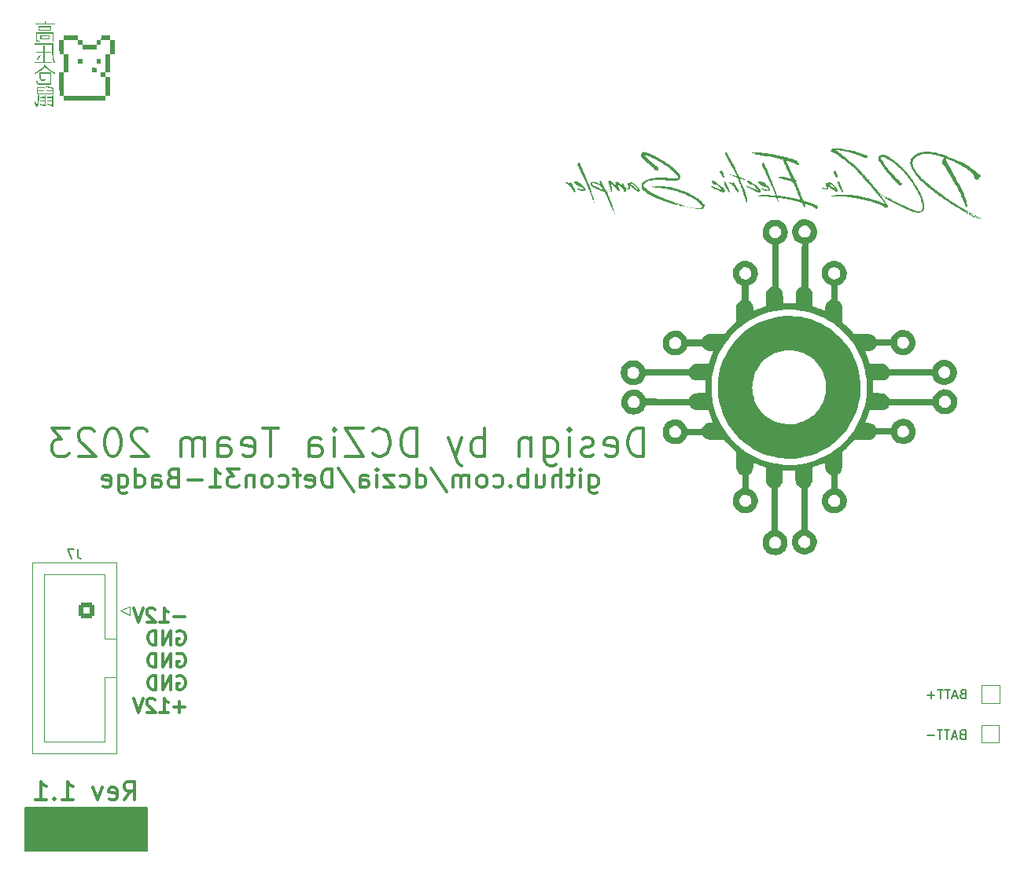
<source format=gbr>
%TF.GenerationSoftware,KiCad,Pcbnew,7.0.2*%
%TF.CreationDate,2023-07-23T02:14:46-06:00*%
%TF.ProjectId,dc31,64633331-2e6b-4696-9361-645f70636258,1.1*%
%TF.SameCoordinates,Original*%
%TF.FileFunction,Legend,Bot*%
%TF.FilePolarity,Positive*%
%FSLAX46Y46*%
G04 Gerber Fmt 4.6, Leading zero omitted, Abs format (unit mm)*
G04 Created by KiCad (PCBNEW 7.0.2) date 2023-07-23 02:14:46*
%MOMM*%
%LPD*%
G01*
G04 APERTURE LIST*
G04 Aperture macros list*
%AMRoundRect*
0 Rectangle with rounded corners*
0 $1 Rounding radius*
0 $2 $3 $4 $5 $6 $7 $8 $9 X,Y pos of 4 corners*
0 Add a 4 corners polygon primitive as box body*
4,1,4,$2,$3,$4,$5,$6,$7,$8,$9,$2,$3,0*
0 Add four circle primitives for the rounded corners*
1,1,$1+$1,$2,$3*
1,1,$1+$1,$4,$5*
1,1,$1+$1,$6,$7*
1,1,$1+$1,$8,$9*
0 Add four rect primitives between the rounded corners*
20,1,$1+$1,$2,$3,$4,$5,0*
20,1,$1+$1,$4,$5,$6,$7,0*
20,1,$1+$1,$6,$7,$8,$9,0*
20,1,$1+$1,$8,$9,$2,$3,0*%
%AMHorizOval*
0 Thick line with rounded ends*
0 $1 width*
0 $2 $3 position (X,Y) of the first rounded end (center of the circle)*
0 $4 $5 position (X,Y) of the second rounded end (center of the circle)*
0 Add line between two ends*
20,1,$1,$2,$3,$4,$5,0*
0 Add two circle primitives to create the rounded ends*
1,1,$1,$2,$3*
1,1,$1,$4,$5*%
G04 Aperture macros list end*
%ADD10C,0.150000*%
%ADD11C,0.300000*%
%ADD12C,0.350000*%
%ADD13C,0.120000*%
%ADD14C,3.991874*%
%ADD15C,3.000000*%
%ADD16O,1.200000X2.200000*%
%ADD17O,2.200000X1.200000*%
%ADD18C,2.000000*%
%ADD19C,2.250000*%
%ADD20HorizOval,2.250000X0.654995X0.730004X-0.654995X-0.730004X0*%
%ADD21HorizOval,2.250000X0.025506X0.374132X-0.025506X-0.374132X0*%
%ADD22O,2.150000X1.750000*%
%ADD23C,3.987800*%
%ADD24C,1.200000*%
%ADD25C,1.800000*%
%ADD26O,3.200000X3.500000*%
%ADD27R,1.700000X1.700000*%
%ADD28O,1.700000X1.700000*%
%ADD29O,1.800000X1.800000*%
%ADD30O,1.500000X1.500000*%
%ADD31C,0.900000*%
%ADD32O,2.000000X1.200000*%
%ADD33RoundRect,0.250000X0.600000X0.600000X-0.600000X0.600000X-0.600000X-0.600000X0.600000X-0.600000X0*%
%ADD34C,1.700000*%
%ADD35R,1.500000X1.500000*%
G04 APERTURE END LIST*
D10*
X99010000Y-138890000D02*
X112100000Y-138890000D01*
X112100000Y-143550000D01*
X99010000Y-143550000D01*
X99010000Y-138890000D01*
G36*
X99010000Y-138890000D02*
G01*
X112100000Y-138890000D01*
X112100000Y-143550000D01*
X99010000Y-143550000D01*
X99010000Y-138890000D01*
G37*
D11*
X109670952Y-138085238D02*
X110337619Y-137132857D01*
X110813809Y-138085238D02*
X110813809Y-136085238D01*
X110813809Y-136085238D02*
X110051904Y-136085238D01*
X110051904Y-136085238D02*
X109861428Y-136180476D01*
X109861428Y-136180476D02*
X109766190Y-136275714D01*
X109766190Y-136275714D02*
X109670952Y-136466190D01*
X109670952Y-136466190D02*
X109670952Y-136751904D01*
X109670952Y-136751904D02*
X109766190Y-136942380D01*
X109766190Y-136942380D02*
X109861428Y-137037619D01*
X109861428Y-137037619D02*
X110051904Y-137132857D01*
X110051904Y-137132857D02*
X110813809Y-137132857D01*
X108051904Y-137990000D02*
X108242380Y-138085238D01*
X108242380Y-138085238D02*
X108623333Y-138085238D01*
X108623333Y-138085238D02*
X108813809Y-137990000D01*
X108813809Y-137990000D02*
X108909047Y-137799523D01*
X108909047Y-137799523D02*
X108909047Y-137037619D01*
X108909047Y-137037619D02*
X108813809Y-136847142D01*
X108813809Y-136847142D02*
X108623333Y-136751904D01*
X108623333Y-136751904D02*
X108242380Y-136751904D01*
X108242380Y-136751904D02*
X108051904Y-136847142D01*
X108051904Y-136847142D02*
X107956666Y-137037619D01*
X107956666Y-137037619D02*
X107956666Y-137228095D01*
X107956666Y-137228095D02*
X108909047Y-137418571D01*
X107289999Y-136751904D02*
X106813809Y-138085238D01*
X106813809Y-138085238D02*
X106337618Y-136751904D01*
X103004284Y-138085238D02*
X104147141Y-138085238D01*
X103575713Y-138085238D02*
X103575713Y-136085238D01*
X103575713Y-136085238D02*
X103766189Y-136370952D01*
X103766189Y-136370952D02*
X103956665Y-136561428D01*
X103956665Y-136561428D02*
X104147141Y-136656666D01*
X102147141Y-137894761D02*
X102051903Y-137990000D01*
X102051903Y-137990000D02*
X102147141Y-138085238D01*
X102147141Y-138085238D02*
X102242379Y-137990000D01*
X102242379Y-137990000D02*
X102147141Y-137894761D01*
X102147141Y-137894761D02*
X102147141Y-138085238D01*
X100147141Y-138085238D02*
X101289998Y-138085238D01*
X100718570Y-138085238D02*
X100718570Y-136085238D01*
X100718570Y-136085238D02*
X100909046Y-136370952D01*
X100909046Y-136370952D02*
X101099522Y-136561428D01*
X101099522Y-136561428D02*
X101289998Y-136656666D01*
D12*
X165604914Y-101055057D02*
X165604914Y-98055057D01*
X165604914Y-98055057D02*
X164890628Y-98055057D01*
X164890628Y-98055057D02*
X164462057Y-98197914D01*
X164462057Y-98197914D02*
X164176342Y-98483628D01*
X164176342Y-98483628D02*
X164033485Y-98769342D01*
X164033485Y-98769342D02*
X163890628Y-99340771D01*
X163890628Y-99340771D02*
X163890628Y-99769342D01*
X163890628Y-99769342D02*
X164033485Y-100340771D01*
X164033485Y-100340771D02*
X164176342Y-100626485D01*
X164176342Y-100626485D02*
X164462057Y-100912200D01*
X164462057Y-100912200D02*
X164890628Y-101055057D01*
X164890628Y-101055057D02*
X165604914Y-101055057D01*
X161462057Y-100912200D02*
X161747771Y-101055057D01*
X161747771Y-101055057D02*
X162319200Y-101055057D01*
X162319200Y-101055057D02*
X162604914Y-100912200D01*
X162604914Y-100912200D02*
X162747771Y-100626485D01*
X162747771Y-100626485D02*
X162747771Y-99483628D01*
X162747771Y-99483628D02*
X162604914Y-99197914D01*
X162604914Y-99197914D02*
X162319200Y-99055057D01*
X162319200Y-99055057D02*
X161747771Y-99055057D01*
X161747771Y-99055057D02*
X161462057Y-99197914D01*
X161462057Y-99197914D02*
X161319200Y-99483628D01*
X161319200Y-99483628D02*
X161319200Y-99769342D01*
X161319200Y-99769342D02*
X162747771Y-100055057D01*
X160176342Y-100912200D02*
X159890628Y-101055057D01*
X159890628Y-101055057D02*
X159319199Y-101055057D01*
X159319199Y-101055057D02*
X159033485Y-100912200D01*
X159033485Y-100912200D02*
X158890628Y-100626485D01*
X158890628Y-100626485D02*
X158890628Y-100483628D01*
X158890628Y-100483628D02*
X159033485Y-100197914D01*
X159033485Y-100197914D02*
X159319199Y-100055057D01*
X159319199Y-100055057D02*
X159747771Y-100055057D01*
X159747771Y-100055057D02*
X160033485Y-99912200D01*
X160033485Y-99912200D02*
X160176342Y-99626485D01*
X160176342Y-99626485D02*
X160176342Y-99483628D01*
X160176342Y-99483628D02*
X160033485Y-99197914D01*
X160033485Y-99197914D02*
X159747771Y-99055057D01*
X159747771Y-99055057D02*
X159319199Y-99055057D01*
X159319199Y-99055057D02*
X159033485Y-99197914D01*
X157604914Y-101055057D02*
X157604914Y-99055057D01*
X157604914Y-98055057D02*
X157747771Y-98197914D01*
X157747771Y-98197914D02*
X157604914Y-98340771D01*
X157604914Y-98340771D02*
X157462057Y-98197914D01*
X157462057Y-98197914D02*
X157604914Y-98055057D01*
X157604914Y-98055057D02*
X157604914Y-98340771D01*
X154890629Y-99055057D02*
X154890629Y-101483628D01*
X154890629Y-101483628D02*
X155033486Y-101769342D01*
X155033486Y-101769342D02*
X155176343Y-101912200D01*
X155176343Y-101912200D02*
X155462057Y-102055057D01*
X155462057Y-102055057D02*
X155890629Y-102055057D01*
X155890629Y-102055057D02*
X156176343Y-101912200D01*
X154890629Y-100912200D02*
X155176343Y-101055057D01*
X155176343Y-101055057D02*
X155747771Y-101055057D01*
X155747771Y-101055057D02*
X156033486Y-100912200D01*
X156033486Y-100912200D02*
X156176343Y-100769342D01*
X156176343Y-100769342D02*
X156319200Y-100483628D01*
X156319200Y-100483628D02*
X156319200Y-99626485D01*
X156319200Y-99626485D02*
X156176343Y-99340771D01*
X156176343Y-99340771D02*
X156033486Y-99197914D01*
X156033486Y-99197914D02*
X155747771Y-99055057D01*
X155747771Y-99055057D02*
X155176343Y-99055057D01*
X155176343Y-99055057D02*
X154890629Y-99197914D01*
X153462057Y-99055057D02*
X153462057Y-101055057D01*
X153462057Y-99340771D02*
X153319200Y-99197914D01*
X153319200Y-99197914D02*
X153033485Y-99055057D01*
X153033485Y-99055057D02*
X152604914Y-99055057D01*
X152604914Y-99055057D02*
X152319200Y-99197914D01*
X152319200Y-99197914D02*
X152176343Y-99483628D01*
X152176343Y-99483628D02*
X152176343Y-101055057D01*
X148462057Y-101055057D02*
X148462057Y-98055057D01*
X148462057Y-99197914D02*
X148176343Y-99055057D01*
X148176343Y-99055057D02*
X147604914Y-99055057D01*
X147604914Y-99055057D02*
X147319200Y-99197914D01*
X147319200Y-99197914D02*
X147176343Y-99340771D01*
X147176343Y-99340771D02*
X147033485Y-99626485D01*
X147033485Y-99626485D02*
X147033485Y-100483628D01*
X147033485Y-100483628D02*
X147176343Y-100769342D01*
X147176343Y-100769342D02*
X147319200Y-100912200D01*
X147319200Y-100912200D02*
X147604914Y-101055057D01*
X147604914Y-101055057D02*
X148176343Y-101055057D01*
X148176343Y-101055057D02*
X148462057Y-100912200D01*
X146033485Y-99055057D02*
X145319199Y-101055057D01*
X144604914Y-99055057D02*
X145319199Y-101055057D01*
X145319199Y-101055057D02*
X145604914Y-101769342D01*
X145604914Y-101769342D02*
X145747771Y-101912200D01*
X145747771Y-101912200D02*
X146033485Y-102055057D01*
X141176343Y-101055057D02*
X141176343Y-98055057D01*
X141176343Y-98055057D02*
X140462057Y-98055057D01*
X140462057Y-98055057D02*
X140033486Y-98197914D01*
X140033486Y-98197914D02*
X139747771Y-98483628D01*
X139747771Y-98483628D02*
X139604914Y-98769342D01*
X139604914Y-98769342D02*
X139462057Y-99340771D01*
X139462057Y-99340771D02*
X139462057Y-99769342D01*
X139462057Y-99769342D02*
X139604914Y-100340771D01*
X139604914Y-100340771D02*
X139747771Y-100626485D01*
X139747771Y-100626485D02*
X140033486Y-100912200D01*
X140033486Y-100912200D02*
X140462057Y-101055057D01*
X140462057Y-101055057D02*
X141176343Y-101055057D01*
X136462057Y-100769342D02*
X136604914Y-100912200D01*
X136604914Y-100912200D02*
X137033486Y-101055057D01*
X137033486Y-101055057D02*
X137319200Y-101055057D01*
X137319200Y-101055057D02*
X137747771Y-100912200D01*
X137747771Y-100912200D02*
X138033486Y-100626485D01*
X138033486Y-100626485D02*
X138176343Y-100340771D01*
X138176343Y-100340771D02*
X138319200Y-99769342D01*
X138319200Y-99769342D02*
X138319200Y-99340771D01*
X138319200Y-99340771D02*
X138176343Y-98769342D01*
X138176343Y-98769342D02*
X138033486Y-98483628D01*
X138033486Y-98483628D02*
X137747771Y-98197914D01*
X137747771Y-98197914D02*
X137319200Y-98055057D01*
X137319200Y-98055057D02*
X137033486Y-98055057D01*
X137033486Y-98055057D02*
X136604914Y-98197914D01*
X136604914Y-98197914D02*
X136462057Y-98340771D01*
X135462057Y-98055057D02*
X133462057Y-98055057D01*
X133462057Y-98055057D02*
X135462057Y-101055057D01*
X135462057Y-101055057D02*
X133462057Y-101055057D01*
X132319200Y-101055057D02*
X132319200Y-99055057D01*
X132319200Y-98055057D02*
X132462057Y-98197914D01*
X132462057Y-98197914D02*
X132319200Y-98340771D01*
X132319200Y-98340771D02*
X132176343Y-98197914D01*
X132176343Y-98197914D02*
X132319200Y-98055057D01*
X132319200Y-98055057D02*
X132319200Y-98340771D01*
X129604915Y-101055057D02*
X129604915Y-99483628D01*
X129604915Y-99483628D02*
X129747772Y-99197914D01*
X129747772Y-99197914D02*
X130033486Y-99055057D01*
X130033486Y-99055057D02*
X130604915Y-99055057D01*
X130604915Y-99055057D02*
X130890629Y-99197914D01*
X129604915Y-100912200D02*
X129890629Y-101055057D01*
X129890629Y-101055057D02*
X130604915Y-101055057D01*
X130604915Y-101055057D02*
X130890629Y-100912200D01*
X130890629Y-100912200D02*
X131033486Y-100626485D01*
X131033486Y-100626485D02*
X131033486Y-100340771D01*
X131033486Y-100340771D02*
X130890629Y-100055057D01*
X130890629Y-100055057D02*
X130604915Y-99912200D01*
X130604915Y-99912200D02*
X129890629Y-99912200D01*
X129890629Y-99912200D02*
X129604915Y-99769342D01*
X126319200Y-98055057D02*
X124604915Y-98055057D01*
X125462057Y-101055057D02*
X125462057Y-98055057D01*
X122462058Y-100912200D02*
X122747772Y-101055057D01*
X122747772Y-101055057D02*
X123319201Y-101055057D01*
X123319201Y-101055057D02*
X123604915Y-100912200D01*
X123604915Y-100912200D02*
X123747772Y-100626485D01*
X123747772Y-100626485D02*
X123747772Y-99483628D01*
X123747772Y-99483628D02*
X123604915Y-99197914D01*
X123604915Y-99197914D02*
X123319201Y-99055057D01*
X123319201Y-99055057D02*
X122747772Y-99055057D01*
X122747772Y-99055057D02*
X122462058Y-99197914D01*
X122462058Y-99197914D02*
X122319201Y-99483628D01*
X122319201Y-99483628D02*
X122319201Y-99769342D01*
X122319201Y-99769342D02*
X123747772Y-100055057D01*
X119747772Y-101055057D02*
X119747772Y-99483628D01*
X119747772Y-99483628D02*
X119890629Y-99197914D01*
X119890629Y-99197914D02*
X120176343Y-99055057D01*
X120176343Y-99055057D02*
X120747772Y-99055057D01*
X120747772Y-99055057D02*
X121033486Y-99197914D01*
X119747772Y-100912200D02*
X120033486Y-101055057D01*
X120033486Y-101055057D02*
X120747772Y-101055057D01*
X120747772Y-101055057D02*
X121033486Y-100912200D01*
X121033486Y-100912200D02*
X121176343Y-100626485D01*
X121176343Y-100626485D02*
X121176343Y-100340771D01*
X121176343Y-100340771D02*
X121033486Y-100055057D01*
X121033486Y-100055057D02*
X120747772Y-99912200D01*
X120747772Y-99912200D02*
X120033486Y-99912200D01*
X120033486Y-99912200D02*
X119747772Y-99769342D01*
X118319200Y-101055057D02*
X118319200Y-99055057D01*
X118319200Y-99340771D02*
X118176343Y-99197914D01*
X118176343Y-99197914D02*
X117890628Y-99055057D01*
X117890628Y-99055057D02*
X117462057Y-99055057D01*
X117462057Y-99055057D02*
X117176343Y-99197914D01*
X117176343Y-99197914D02*
X117033486Y-99483628D01*
X117033486Y-99483628D02*
X117033486Y-101055057D01*
X117033486Y-99483628D02*
X116890628Y-99197914D01*
X116890628Y-99197914D02*
X116604914Y-99055057D01*
X116604914Y-99055057D02*
X116176343Y-99055057D01*
X116176343Y-99055057D02*
X115890628Y-99197914D01*
X115890628Y-99197914D02*
X115747771Y-99483628D01*
X115747771Y-99483628D02*
X115747771Y-101055057D01*
X112176343Y-98340771D02*
X112033486Y-98197914D01*
X112033486Y-98197914D02*
X111747772Y-98055057D01*
X111747772Y-98055057D02*
X111033486Y-98055057D01*
X111033486Y-98055057D02*
X110747772Y-98197914D01*
X110747772Y-98197914D02*
X110604914Y-98340771D01*
X110604914Y-98340771D02*
X110462057Y-98626485D01*
X110462057Y-98626485D02*
X110462057Y-98912200D01*
X110462057Y-98912200D02*
X110604914Y-99340771D01*
X110604914Y-99340771D02*
X112319200Y-101055057D01*
X112319200Y-101055057D02*
X110462057Y-101055057D01*
X108604914Y-98055057D02*
X108319200Y-98055057D01*
X108319200Y-98055057D02*
X108033486Y-98197914D01*
X108033486Y-98197914D02*
X107890629Y-98340771D01*
X107890629Y-98340771D02*
X107747771Y-98626485D01*
X107747771Y-98626485D02*
X107604914Y-99197914D01*
X107604914Y-99197914D02*
X107604914Y-99912200D01*
X107604914Y-99912200D02*
X107747771Y-100483628D01*
X107747771Y-100483628D02*
X107890629Y-100769342D01*
X107890629Y-100769342D02*
X108033486Y-100912200D01*
X108033486Y-100912200D02*
X108319200Y-101055057D01*
X108319200Y-101055057D02*
X108604914Y-101055057D01*
X108604914Y-101055057D02*
X108890629Y-100912200D01*
X108890629Y-100912200D02*
X109033486Y-100769342D01*
X109033486Y-100769342D02*
X109176343Y-100483628D01*
X109176343Y-100483628D02*
X109319200Y-99912200D01*
X109319200Y-99912200D02*
X109319200Y-99197914D01*
X109319200Y-99197914D02*
X109176343Y-98626485D01*
X109176343Y-98626485D02*
X109033486Y-98340771D01*
X109033486Y-98340771D02*
X108890629Y-98197914D01*
X108890629Y-98197914D02*
X108604914Y-98055057D01*
X106462057Y-98340771D02*
X106319200Y-98197914D01*
X106319200Y-98197914D02*
X106033486Y-98055057D01*
X106033486Y-98055057D02*
X105319200Y-98055057D01*
X105319200Y-98055057D02*
X105033486Y-98197914D01*
X105033486Y-98197914D02*
X104890628Y-98340771D01*
X104890628Y-98340771D02*
X104747771Y-98626485D01*
X104747771Y-98626485D02*
X104747771Y-98912200D01*
X104747771Y-98912200D02*
X104890628Y-99340771D01*
X104890628Y-99340771D02*
X106604914Y-101055057D01*
X106604914Y-101055057D02*
X104747771Y-101055057D01*
X103747771Y-98055057D02*
X101890628Y-98055057D01*
X101890628Y-98055057D02*
X102890628Y-99197914D01*
X102890628Y-99197914D02*
X102462057Y-99197914D01*
X102462057Y-99197914D02*
X102176343Y-99340771D01*
X102176343Y-99340771D02*
X102033485Y-99483628D01*
X102033485Y-99483628D02*
X101890628Y-99769342D01*
X101890628Y-99769342D02*
X101890628Y-100483628D01*
X101890628Y-100483628D02*
X102033485Y-100769342D01*
X102033485Y-100769342D02*
X102176343Y-100912200D01*
X102176343Y-100912200D02*
X102462057Y-101055057D01*
X102462057Y-101055057D02*
X103319200Y-101055057D01*
X103319200Y-101055057D02*
X103604914Y-100912200D01*
X103604914Y-100912200D02*
X103747771Y-100769342D01*
X159753466Y-103069904D02*
X159753466Y-104688952D01*
X159753466Y-104688952D02*
X159848704Y-104879428D01*
X159848704Y-104879428D02*
X159943942Y-104974666D01*
X159943942Y-104974666D02*
X160134419Y-105069904D01*
X160134419Y-105069904D02*
X160420133Y-105069904D01*
X160420133Y-105069904D02*
X160610609Y-104974666D01*
X159753466Y-104308000D02*
X159943942Y-104403238D01*
X159943942Y-104403238D02*
X160324895Y-104403238D01*
X160324895Y-104403238D02*
X160515371Y-104308000D01*
X160515371Y-104308000D02*
X160610609Y-104212761D01*
X160610609Y-104212761D02*
X160705847Y-104022285D01*
X160705847Y-104022285D02*
X160705847Y-103450857D01*
X160705847Y-103450857D02*
X160610609Y-103260380D01*
X160610609Y-103260380D02*
X160515371Y-103165142D01*
X160515371Y-103165142D02*
X160324895Y-103069904D01*
X160324895Y-103069904D02*
X159943942Y-103069904D01*
X159943942Y-103069904D02*
X159753466Y-103165142D01*
X158801085Y-104403238D02*
X158801085Y-103069904D01*
X158801085Y-102403238D02*
X158896323Y-102498476D01*
X158896323Y-102498476D02*
X158801085Y-102593714D01*
X158801085Y-102593714D02*
X158705847Y-102498476D01*
X158705847Y-102498476D02*
X158801085Y-102403238D01*
X158801085Y-102403238D02*
X158801085Y-102593714D01*
X158134418Y-103069904D02*
X157372514Y-103069904D01*
X157848704Y-102403238D02*
X157848704Y-104117523D01*
X157848704Y-104117523D02*
X157753466Y-104308000D01*
X157753466Y-104308000D02*
X157562990Y-104403238D01*
X157562990Y-104403238D02*
X157372514Y-104403238D01*
X156705847Y-104403238D02*
X156705847Y-102403238D01*
X155848704Y-104403238D02*
X155848704Y-103355619D01*
X155848704Y-103355619D02*
X155943942Y-103165142D01*
X155943942Y-103165142D02*
X156134418Y-103069904D01*
X156134418Y-103069904D02*
X156420133Y-103069904D01*
X156420133Y-103069904D02*
X156610609Y-103165142D01*
X156610609Y-103165142D02*
X156705847Y-103260380D01*
X154039180Y-103069904D02*
X154039180Y-104403238D01*
X154896323Y-103069904D02*
X154896323Y-104117523D01*
X154896323Y-104117523D02*
X154801085Y-104308000D01*
X154801085Y-104308000D02*
X154610609Y-104403238D01*
X154610609Y-104403238D02*
X154324894Y-104403238D01*
X154324894Y-104403238D02*
X154134418Y-104308000D01*
X154134418Y-104308000D02*
X154039180Y-104212761D01*
X153086799Y-104403238D02*
X153086799Y-102403238D01*
X153086799Y-103165142D02*
X152896323Y-103069904D01*
X152896323Y-103069904D02*
X152515370Y-103069904D01*
X152515370Y-103069904D02*
X152324894Y-103165142D01*
X152324894Y-103165142D02*
X152229656Y-103260380D01*
X152229656Y-103260380D02*
X152134418Y-103450857D01*
X152134418Y-103450857D02*
X152134418Y-104022285D01*
X152134418Y-104022285D02*
X152229656Y-104212761D01*
X152229656Y-104212761D02*
X152324894Y-104308000D01*
X152324894Y-104308000D02*
X152515370Y-104403238D01*
X152515370Y-104403238D02*
X152896323Y-104403238D01*
X152896323Y-104403238D02*
X153086799Y-104308000D01*
X151277275Y-104212761D02*
X151182037Y-104308000D01*
X151182037Y-104308000D02*
X151277275Y-104403238D01*
X151277275Y-104403238D02*
X151372513Y-104308000D01*
X151372513Y-104308000D02*
X151277275Y-104212761D01*
X151277275Y-104212761D02*
X151277275Y-104403238D01*
X149467751Y-104308000D02*
X149658227Y-104403238D01*
X149658227Y-104403238D02*
X150039180Y-104403238D01*
X150039180Y-104403238D02*
X150229656Y-104308000D01*
X150229656Y-104308000D02*
X150324894Y-104212761D01*
X150324894Y-104212761D02*
X150420132Y-104022285D01*
X150420132Y-104022285D02*
X150420132Y-103450857D01*
X150420132Y-103450857D02*
X150324894Y-103260380D01*
X150324894Y-103260380D02*
X150229656Y-103165142D01*
X150229656Y-103165142D02*
X150039180Y-103069904D01*
X150039180Y-103069904D02*
X149658227Y-103069904D01*
X149658227Y-103069904D02*
X149467751Y-103165142D01*
X148324894Y-104403238D02*
X148515370Y-104308000D01*
X148515370Y-104308000D02*
X148610608Y-104212761D01*
X148610608Y-104212761D02*
X148705846Y-104022285D01*
X148705846Y-104022285D02*
X148705846Y-103450857D01*
X148705846Y-103450857D02*
X148610608Y-103260380D01*
X148610608Y-103260380D02*
X148515370Y-103165142D01*
X148515370Y-103165142D02*
X148324894Y-103069904D01*
X148324894Y-103069904D02*
X148039179Y-103069904D01*
X148039179Y-103069904D02*
X147848703Y-103165142D01*
X147848703Y-103165142D02*
X147753465Y-103260380D01*
X147753465Y-103260380D02*
X147658227Y-103450857D01*
X147658227Y-103450857D02*
X147658227Y-104022285D01*
X147658227Y-104022285D02*
X147753465Y-104212761D01*
X147753465Y-104212761D02*
X147848703Y-104308000D01*
X147848703Y-104308000D02*
X148039179Y-104403238D01*
X148039179Y-104403238D02*
X148324894Y-104403238D01*
X146801084Y-104403238D02*
X146801084Y-103069904D01*
X146801084Y-103260380D02*
X146705846Y-103165142D01*
X146705846Y-103165142D02*
X146515370Y-103069904D01*
X146515370Y-103069904D02*
X146229655Y-103069904D01*
X146229655Y-103069904D02*
X146039179Y-103165142D01*
X146039179Y-103165142D02*
X145943941Y-103355619D01*
X145943941Y-103355619D02*
X145943941Y-104403238D01*
X145943941Y-103355619D02*
X145848703Y-103165142D01*
X145848703Y-103165142D02*
X145658227Y-103069904D01*
X145658227Y-103069904D02*
X145372513Y-103069904D01*
X145372513Y-103069904D02*
X145182036Y-103165142D01*
X145182036Y-103165142D02*
X145086798Y-103355619D01*
X145086798Y-103355619D02*
X145086798Y-104403238D01*
X142705846Y-102308000D02*
X144420131Y-104879428D01*
X141182036Y-104403238D02*
X141182036Y-102403238D01*
X141182036Y-104308000D02*
X141372512Y-104403238D01*
X141372512Y-104403238D02*
X141753465Y-104403238D01*
X141753465Y-104403238D02*
X141943941Y-104308000D01*
X141943941Y-104308000D02*
X142039179Y-104212761D01*
X142039179Y-104212761D02*
X142134417Y-104022285D01*
X142134417Y-104022285D02*
X142134417Y-103450857D01*
X142134417Y-103450857D02*
X142039179Y-103260380D01*
X142039179Y-103260380D02*
X141943941Y-103165142D01*
X141943941Y-103165142D02*
X141753465Y-103069904D01*
X141753465Y-103069904D02*
X141372512Y-103069904D01*
X141372512Y-103069904D02*
X141182036Y-103165142D01*
X139372512Y-104308000D02*
X139562988Y-104403238D01*
X139562988Y-104403238D02*
X139943941Y-104403238D01*
X139943941Y-104403238D02*
X140134417Y-104308000D01*
X140134417Y-104308000D02*
X140229655Y-104212761D01*
X140229655Y-104212761D02*
X140324893Y-104022285D01*
X140324893Y-104022285D02*
X140324893Y-103450857D01*
X140324893Y-103450857D02*
X140229655Y-103260380D01*
X140229655Y-103260380D02*
X140134417Y-103165142D01*
X140134417Y-103165142D02*
X139943941Y-103069904D01*
X139943941Y-103069904D02*
X139562988Y-103069904D01*
X139562988Y-103069904D02*
X139372512Y-103165142D01*
X138705845Y-103069904D02*
X137658226Y-103069904D01*
X137658226Y-103069904D02*
X138705845Y-104403238D01*
X138705845Y-104403238D02*
X137658226Y-104403238D01*
X136896321Y-104403238D02*
X136896321Y-103069904D01*
X136896321Y-102403238D02*
X136991559Y-102498476D01*
X136991559Y-102498476D02*
X136896321Y-102593714D01*
X136896321Y-102593714D02*
X136801083Y-102498476D01*
X136801083Y-102498476D02*
X136896321Y-102403238D01*
X136896321Y-102403238D02*
X136896321Y-102593714D01*
X135086797Y-104403238D02*
X135086797Y-103355619D01*
X135086797Y-103355619D02*
X135182035Y-103165142D01*
X135182035Y-103165142D02*
X135372511Y-103069904D01*
X135372511Y-103069904D02*
X135753464Y-103069904D01*
X135753464Y-103069904D02*
X135943940Y-103165142D01*
X135086797Y-104308000D02*
X135277273Y-104403238D01*
X135277273Y-104403238D02*
X135753464Y-104403238D01*
X135753464Y-104403238D02*
X135943940Y-104308000D01*
X135943940Y-104308000D02*
X136039178Y-104117523D01*
X136039178Y-104117523D02*
X136039178Y-103927047D01*
X136039178Y-103927047D02*
X135943940Y-103736571D01*
X135943940Y-103736571D02*
X135753464Y-103641333D01*
X135753464Y-103641333D02*
X135277273Y-103641333D01*
X135277273Y-103641333D02*
X135086797Y-103546095D01*
X132705845Y-102308000D02*
X134420130Y-104879428D01*
X132039178Y-104403238D02*
X132039178Y-102403238D01*
X132039178Y-102403238D02*
X131562988Y-102403238D01*
X131562988Y-102403238D02*
X131277273Y-102498476D01*
X131277273Y-102498476D02*
X131086797Y-102688952D01*
X131086797Y-102688952D02*
X130991559Y-102879428D01*
X130991559Y-102879428D02*
X130896321Y-103260380D01*
X130896321Y-103260380D02*
X130896321Y-103546095D01*
X130896321Y-103546095D02*
X130991559Y-103927047D01*
X130991559Y-103927047D02*
X131086797Y-104117523D01*
X131086797Y-104117523D02*
X131277273Y-104308000D01*
X131277273Y-104308000D02*
X131562988Y-104403238D01*
X131562988Y-104403238D02*
X132039178Y-104403238D01*
X129277273Y-104308000D02*
X129467749Y-104403238D01*
X129467749Y-104403238D02*
X129848702Y-104403238D01*
X129848702Y-104403238D02*
X130039178Y-104308000D01*
X130039178Y-104308000D02*
X130134416Y-104117523D01*
X130134416Y-104117523D02*
X130134416Y-103355619D01*
X130134416Y-103355619D02*
X130039178Y-103165142D01*
X130039178Y-103165142D02*
X129848702Y-103069904D01*
X129848702Y-103069904D02*
X129467749Y-103069904D01*
X129467749Y-103069904D02*
X129277273Y-103165142D01*
X129277273Y-103165142D02*
X129182035Y-103355619D01*
X129182035Y-103355619D02*
X129182035Y-103546095D01*
X129182035Y-103546095D02*
X130134416Y-103736571D01*
X128610606Y-103069904D02*
X127848702Y-103069904D01*
X128324892Y-104403238D02*
X128324892Y-102688952D01*
X128324892Y-102688952D02*
X128229654Y-102498476D01*
X128229654Y-102498476D02*
X128039178Y-102403238D01*
X128039178Y-102403238D02*
X127848702Y-102403238D01*
X126324892Y-104308000D02*
X126515368Y-104403238D01*
X126515368Y-104403238D02*
X126896321Y-104403238D01*
X126896321Y-104403238D02*
X127086797Y-104308000D01*
X127086797Y-104308000D02*
X127182035Y-104212761D01*
X127182035Y-104212761D02*
X127277273Y-104022285D01*
X127277273Y-104022285D02*
X127277273Y-103450857D01*
X127277273Y-103450857D02*
X127182035Y-103260380D01*
X127182035Y-103260380D02*
X127086797Y-103165142D01*
X127086797Y-103165142D02*
X126896321Y-103069904D01*
X126896321Y-103069904D02*
X126515368Y-103069904D01*
X126515368Y-103069904D02*
X126324892Y-103165142D01*
X125182035Y-104403238D02*
X125372511Y-104308000D01*
X125372511Y-104308000D02*
X125467749Y-104212761D01*
X125467749Y-104212761D02*
X125562987Y-104022285D01*
X125562987Y-104022285D02*
X125562987Y-103450857D01*
X125562987Y-103450857D02*
X125467749Y-103260380D01*
X125467749Y-103260380D02*
X125372511Y-103165142D01*
X125372511Y-103165142D02*
X125182035Y-103069904D01*
X125182035Y-103069904D02*
X124896320Y-103069904D01*
X124896320Y-103069904D02*
X124705844Y-103165142D01*
X124705844Y-103165142D02*
X124610606Y-103260380D01*
X124610606Y-103260380D02*
X124515368Y-103450857D01*
X124515368Y-103450857D02*
X124515368Y-104022285D01*
X124515368Y-104022285D02*
X124610606Y-104212761D01*
X124610606Y-104212761D02*
X124705844Y-104308000D01*
X124705844Y-104308000D02*
X124896320Y-104403238D01*
X124896320Y-104403238D02*
X125182035Y-104403238D01*
X123658225Y-103069904D02*
X123658225Y-104403238D01*
X123658225Y-103260380D02*
X123562987Y-103165142D01*
X123562987Y-103165142D02*
X123372511Y-103069904D01*
X123372511Y-103069904D02*
X123086796Y-103069904D01*
X123086796Y-103069904D02*
X122896320Y-103165142D01*
X122896320Y-103165142D02*
X122801082Y-103355619D01*
X122801082Y-103355619D02*
X122801082Y-104403238D01*
X122039177Y-102403238D02*
X120801082Y-102403238D01*
X120801082Y-102403238D02*
X121467749Y-103165142D01*
X121467749Y-103165142D02*
X121182034Y-103165142D01*
X121182034Y-103165142D02*
X120991558Y-103260380D01*
X120991558Y-103260380D02*
X120896320Y-103355619D01*
X120896320Y-103355619D02*
X120801082Y-103546095D01*
X120801082Y-103546095D02*
X120801082Y-104022285D01*
X120801082Y-104022285D02*
X120896320Y-104212761D01*
X120896320Y-104212761D02*
X120991558Y-104308000D01*
X120991558Y-104308000D02*
X121182034Y-104403238D01*
X121182034Y-104403238D02*
X121753463Y-104403238D01*
X121753463Y-104403238D02*
X121943939Y-104308000D01*
X121943939Y-104308000D02*
X122039177Y-104212761D01*
X118896320Y-104403238D02*
X120039177Y-104403238D01*
X119467749Y-104403238D02*
X119467749Y-102403238D01*
X119467749Y-102403238D02*
X119658225Y-102688952D01*
X119658225Y-102688952D02*
X119848701Y-102879428D01*
X119848701Y-102879428D02*
X120039177Y-102974666D01*
X118039177Y-103641333D02*
X116515368Y-103641333D01*
X114896320Y-103355619D02*
X114610606Y-103450857D01*
X114610606Y-103450857D02*
X114515368Y-103546095D01*
X114515368Y-103546095D02*
X114420130Y-103736571D01*
X114420130Y-103736571D02*
X114420130Y-104022285D01*
X114420130Y-104022285D02*
X114515368Y-104212761D01*
X114515368Y-104212761D02*
X114610606Y-104308000D01*
X114610606Y-104308000D02*
X114801082Y-104403238D01*
X114801082Y-104403238D02*
X115562987Y-104403238D01*
X115562987Y-104403238D02*
X115562987Y-102403238D01*
X115562987Y-102403238D02*
X114896320Y-102403238D01*
X114896320Y-102403238D02*
X114705844Y-102498476D01*
X114705844Y-102498476D02*
X114610606Y-102593714D01*
X114610606Y-102593714D02*
X114515368Y-102784190D01*
X114515368Y-102784190D02*
X114515368Y-102974666D01*
X114515368Y-102974666D02*
X114610606Y-103165142D01*
X114610606Y-103165142D02*
X114705844Y-103260380D01*
X114705844Y-103260380D02*
X114896320Y-103355619D01*
X114896320Y-103355619D02*
X115562987Y-103355619D01*
X112705844Y-104403238D02*
X112705844Y-103355619D01*
X112705844Y-103355619D02*
X112801082Y-103165142D01*
X112801082Y-103165142D02*
X112991558Y-103069904D01*
X112991558Y-103069904D02*
X113372511Y-103069904D01*
X113372511Y-103069904D02*
X113562987Y-103165142D01*
X112705844Y-104308000D02*
X112896320Y-104403238D01*
X112896320Y-104403238D02*
X113372511Y-104403238D01*
X113372511Y-104403238D02*
X113562987Y-104308000D01*
X113562987Y-104308000D02*
X113658225Y-104117523D01*
X113658225Y-104117523D02*
X113658225Y-103927047D01*
X113658225Y-103927047D02*
X113562987Y-103736571D01*
X113562987Y-103736571D02*
X113372511Y-103641333D01*
X113372511Y-103641333D02*
X112896320Y-103641333D01*
X112896320Y-103641333D02*
X112705844Y-103546095D01*
X110896320Y-104403238D02*
X110896320Y-102403238D01*
X110896320Y-104308000D02*
X111086796Y-104403238D01*
X111086796Y-104403238D02*
X111467749Y-104403238D01*
X111467749Y-104403238D02*
X111658225Y-104308000D01*
X111658225Y-104308000D02*
X111753463Y-104212761D01*
X111753463Y-104212761D02*
X111848701Y-104022285D01*
X111848701Y-104022285D02*
X111848701Y-103450857D01*
X111848701Y-103450857D02*
X111753463Y-103260380D01*
X111753463Y-103260380D02*
X111658225Y-103165142D01*
X111658225Y-103165142D02*
X111467749Y-103069904D01*
X111467749Y-103069904D02*
X111086796Y-103069904D01*
X111086796Y-103069904D02*
X110896320Y-103165142D01*
X109086796Y-103069904D02*
X109086796Y-104688952D01*
X109086796Y-104688952D02*
X109182034Y-104879428D01*
X109182034Y-104879428D02*
X109277272Y-104974666D01*
X109277272Y-104974666D02*
X109467749Y-105069904D01*
X109467749Y-105069904D02*
X109753463Y-105069904D01*
X109753463Y-105069904D02*
X109943939Y-104974666D01*
X109086796Y-104308000D02*
X109277272Y-104403238D01*
X109277272Y-104403238D02*
X109658225Y-104403238D01*
X109658225Y-104403238D02*
X109848701Y-104308000D01*
X109848701Y-104308000D02*
X109943939Y-104212761D01*
X109943939Y-104212761D02*
X110039177Y-104022285D01*
X110039177Y-104022285D02*
X110039177Y-103450857D01*
X110039177Y-103450857D02*
X109943939Y-103260380D01*
X109943939Y-103260380D02*
X109848701Y-103165142D01*
X109848701Y-103165142D02*
X109658225Y-103069904D01*
X109658225Y-103069904D02*
X109277272Y-103069904D01*
X109277272Y-103069904D02*
X109086796Y-103165142D01*
X107372510Y-104308000D02*
X107562986Y-104403238D01*
X107562986Y-104403238D02*
X107943939Y-104403238D01*
X107943939Y-104403238D02*
X108134415Y-104308000D01*
X108134415Y-104308000D02*
X108229653Y-104117523D01*
X108229653Y-104117523D02*
X108229653Y-103355619D01*
X108229653Y-103355619D02*
X108134415Y-103165142D01*
X108134415Y-103165142D02*
X107943939Y-103069904D01*
X107943939Y-103069904D02*
X107562986Y-103069904D01*
X107562986Y-103069904D02*
X107372510Y-103165142D01*
X107372510Y-103165142D02*
X107277272Y-103355619D01*
X107277272Y-103355619D02*
X107277272Y-103546095D01*
X107277272Y-103546095D02*
X108229653Y-103736571D01*
D11*
X116178057Y-118353800D02*
X115035200Y-118353800D01*
X113535199Y-118925228D02*
X114392342Y-118925228D01*
X113963771Y-118925228D02*
X113963771Y-117425228D01*
X113963771Y-117425228D02*
X114106628Y-117639514D01*
X114106628Y-117639514D02*
X114249485Y-117782371D01*
X114249485Y-117782371D02*
X114392342Y-117853800D01*
X112963771Y-117568085D02*
X112892343Y-117496657D01*
X112892343Y-117496657D02*
X112749486Y-117425228D01*
X112749486Y-117425228D02*
X112392343Y-117425228D01*
X112392343Y-117425228D02*
X112249486Y-117496657D01*
X112249486Y-117496657D02*
X112178057Y-117568085D01*
X112178057Y-117568085D02*
X112106628Y-117710942D01*
X112106628Y-117710942D02*
X112106628Y-117853800D01*
X112106628Y-117853800D02*
X112178057Y-118068085D01*
X112178057Y-118068085D02*
X113035200Y-118925228D01*
X113035200Y-118925228D02*
X112106628Y-118925228D01*
X111678057Y-117425228D02*
X111178057Y-118925228D01*
X111178057Y-118925228D02*
X110678057Y-117425228D01*
X115392342Y-119926657D02*
X115535200Y-119855228D01*
X115535200Y-119855228D02*
X115749485Y-119855228D01*
X115749485Y-119855228D02*
X115963771Y-119926657D01*
X115963771Y-119926657D02*
X116106628Y-120069514D01*
X116106628Y-120069514D02*
X116178057Y-120212371D01*
X116178057Y-120212371D02*
X116249485Y-120498085D01*
X116249485Y-120498085D02*
X116249485Y-120712371D01*
X116249485Y-120712371D02*
X116178057Y-120998085D01*
X116178057Y-120998085D02*
X116106628Y-121140942D01*
X116106628Y-121140942D02*
X115963771Y-121283800D01*
X115963771Y-121283800D02*
X115749485Y-121355228D01*
X115749485Y-121355228D02*
X115606628Y-121355228D01*
X115606628Y-121355228D02*
X115392342Y-121283800D01*
X115392342Y-121283800D02*
X115320914Y-121212371D01*
X115320914Y-121212371D02*
X115320914Y-120712371D01*
X115320914Y-120712371D02*
X115606628Y-120712371D01*
X114678057Y-121355228D02*
X114678057Y-119855228D01*
X114678057Y-119855228D02*
X113820914Y-121355228D01*
X113820914Y-121355228D02*
X113820914Y-119855228D01*
X113106628Y-121355228D02*
X113106628Y-119855228D01*
X113106628Y-119855228D02*
X112749485Y-119855228D01*
X112749485Y-119855228D02*
X112535199Y-119926657D01*
X112535199Y-119926657D02*
X112392342Y-120069514D01*
X112392342Y-120069514D02*
X112320913Y-120212371D01*
X112320913Y-120212371D02*
X112249485Y-120498085D01*
X112249485Y-120498085D02*
X112249485Y-120712371D01*
X112249485Y-120712371D02*
X112320913Y-120998085D01*
X112320913Y-120998085D02*
X112392342Y-121140942D01*
X112392342Y-121140942D02*
X112535199Y-121283800D01*
X112535199Y-121283800D02*
X112749485Y-121355228D01*
X112749485Y-121355228D02*
X113106628Y-121355228D01*
X115392342Y-122356657D02*
X115535200Y-122285228D01*
X115535200Y-122285228D02*
X115749485Y-122285228D01*
X115749485Y-122285228D02*
X115963771Y-122356657D01*
X115963771Y-122356657D02*
X116106628Y-122499514D01*
X116106628Y-122499514D02*
X116178057Y-122642371D01*
X116178057Y-122642371D02*
X116249485Y-122928085D01*
X116249485Y-122928085D02*
X116249485Y-123142371D01*
X116249485Y-123142371D02*
X116178057Y-123428085D01*
X116178057Y-123428085D02*
X116106628Y-123570942D01*
X116106628Y-123570942D02*
X115963771Y-123713800D01*
X115963771Y-123713800D02*
X115749485Y-123785228D01*
X115749485Y-123785228D02*
X115606628Y-123785228D01*
X115606628Y-123785228D02*
X115392342Y-123713800D01*
X115392342Y-123713800D02*
X115320914Y-123642371D01*
X115320914Y-123642371D02*
X115320914Y-123142371D01*
X115320914Y-123142371D02*
X115606628Y-123142371D01*
X114678057Y-123785228D02*
X114678057Y-122285228D01*
X114678057Y-122285228D02*
X113820914Y-123785228D01*
X113820914Y-123785228D02*
X113820914Y-122285228D01*
X113106628Y-123785228D02*
X113106628Y-122285228D01*
X113106628Y-122285228D02*
X112749485Y-122285228D01*
X112749485Y-122285228D02*
X112535199Y-122356657D01*
X112535199Y-122356657D02*
X112392342Y-122499514D01*
X112392342Y-122499514D02*
X112320913Y-122642371D01*
X112320913Y-122642371D02*
X112249485Y-122928085D01*
X112249485Y-122928085D02*
X112249485Y-123142371D01*
X112249485Y-123142371D02*
X112320913Y-123428085D01*
X112320913Y-123428085D02*
X112392342Y-123570942D01*
X112392342Y-123570942D02*
X112535199Y-123713800D01*
X112535199Y-123713800D02*
X112749485Y-123785228D01*
X112749485Y-123785228D02*
X113106628Y-123785228D01*
X115392342Y-124786657D02*
X115535200Y-124715228D01*
X115535200Y-124715228D02*
X115749485Y-124715228D01*
X115749485Y-124715228D02*
X115963771Y-124786657D01*
X115963771Y-124786657D02*
X116106628Y-124929514D01*
X116106628Y-124929514D02*
X116178057Y-125072371D01*
X116178057Y-125072371D02*
X116249485Y-125358085D01*
X116249485Y-125358085D02*
X116249485Y-125572371D01*
X116249485Y-125572371D02*
X116178057Y-125858085D01*
X116178057Y-125858085D02*
X116106628Y-126000942D01*
X116106628Y-126000942D02*
X115963771Y-126143800D01*
X115963771Y-126143800D02*
X115749485Y-126215228D01*
X115749485Y-126215228D02*
X115606628Y-126215228D01*
X115606628Y-126215228D02*
X115392342Y-126143800D01*
X115392342Y-126143800D02*
X115320914Y-126072371D01*
X115320914Y-126072371D02*
X115320914Y-125572371D01*
X115320914Y-125572371D02*
X115606628Y-125572371D01*
X114678057Y-126215228D02*
X114678057Y-124715228D01*
X114678057Y-124715228D02*
X113820914Y-126215228D01*
X113820914Y-126215228D02*
X113820914Y-124715228D01*
X113106628Y-126215228D02*
X113106628Y-124715228D01*
X113106628Y-124715228D02*
X112749485Y-124715228D01*
X112749485Y-124715228D02*
X112535199Y-124786657D01*
X112535199Y-124786657D02*
X112392342Y-124929514D01*
X112392342Y-124929514D02*
X112320913Y-125072371D01*
X112320913Y-125072371D02*
X112249485Y-125358085D01*
X112249485Y-125358085D02*
X112249485Y-125572371D01*
X112249485Y-125572371D02*
X112320913Y-125858085D01*
X112320913Y-125858085D02*
X112392342Y-126000942D01*
X112392342Y-126000942D02*
X112535199Y-126143800D01*
X112535199Y-126143800D02*
X112749485Y-126215228D01*
X112749485Y-126215228D02*
X113106628Y-126215228D01*
X116178057Y-128073800D02*
X115035200Y-128073800D01*
X115606628Y-128645228D02*
X115606628Y-127502371D01*
X113535199Y-128645228D02*
X114392342Y-128645228D01*
X113963771Y-128645228D02*
X113963771Y-127145228D01*
X113963771Y-127145228D02*
X114106628Y-127359514D01*
X114106628Y-127359514D02*
X114249485Y-127502371D01*
X114249485Y-127502371D02*
X114392342Y-127573800D01*
X112963771Y-127288085D02*
X112892343Y-127216657D01*
X112892343Y-127216657D02*
X112749486Y-127145228D01*
X112749486Y-127145228D02*
X112392343Y-127145228D01*
X112392343Y-127145228D02*
X112249486Y-127216657D01*
X112249486Y-127216657D02*
X112178057Y-127288085D01*
X112178057Y-127288085D02*
X112106628Y-127430942D01*
X112106628Y-127430942D02*
X112106628Y-127573800D01*
X112106628Y-127573800D02*
X112178057Y-127788085D01*
X112178057Y-127788085D02*
X113035200Y-128645228D01*
X113035200Y-128645228D02*
X112106628Y-128645228D01*
X111678057Y-127145228D02*
X111178057Y-128645228D01*
X111178057Y-128645228D02*
X110678057Y-127145228D01*
D10*
%TO.C,J7*%
X104651133Y-111066219D02*
X104651133Y-111780504D01*
X104651133Y-111780504D02*
X104698752Y-111923361D01*
X104698752Y-111923361D02*
X104793990Y-112018600D01*
X104793990Y-112018600D02*
X104936847Y-112066219D01*
X104936847Y-112066219D02*
X105032085Y-112066219D01*
X104270180Y-111066219D02*
X103603514Y-111066219D01*
X103603514Y-111066219D02*
X104032085Y-112066219D01*
%TO.C,TP2*%
X199959695Y-126659409D02*
X199816838Y-126707028D01*
X199816838Y-126707028D02*
X199769219Y-126754647D01*
X199769219Y-126754647D02*
X199721600Y-126849885D01*
X199721600Y-126849885D02*
X199721600Y-126992742D01*
X199721600Y-126992742D02*
X199769219Y-127087980D01*
X199769219Y-127087980D02*
X199816838Y-127135600D01*
X199816838Y-127135600D02*
X199912076Y-127183219D01*
X199912076Y-127183219D02*
X200293028Y-127183219D01*
X200293028Y-127183219D02*
X200293028Y-126183219D01*
X200293028Y-126183219D02*
X199959695Y-126183219D01*
X199959695Y-126183219D02*
X199864457Y-126230838D01*
X199864457Y-126230838D02*
X199816838Y-126278457D01*
X199816838Y-126278457D02*
X199769219Y-126373695D01*
X199769219Y-126373695D02*
X199769219Y-126468933D01*
X199769219Y-126468933D02*
X199816838Y-126564171D01*
X199816838Y-126564171D02*
X199864457Y-126611790D01*
X199864457Y-126611790D02*
X199959695Y-126659409D01*
X199959695Y-126659409D02*
X200293028Y-126659409D01*
X199340647Y-126897504D02*
X198864457Y-126897504D01*
X199435885Y-127183219D02*
X199102552Y-126183219D01*
X199102552Y-126183219D02*
X198769219Y-127183219D01*
X198578742Y-126183219D02*
X198007314Y-126183219D01*
X198293028Y-127183219D02*
X198293028Y-126183219D01*
X197816837Y-126183219D02*
X197245409Y-126183219D01*
X197531123Y-127183219D02*
X197531123Y-126183219D01*
X196912075Y-126802266D02*
X196150171Y-126802266D01*
X196531123Y-127183219D02*
X196531123Y-126421314D01*
%TO.C,TP3*%
X199908895Y-131028209D02*
X199766038Y-131075828D01*
X199766038Y-131075828D02*
X199718419Y-131123447D01*
X199718419Y-131123447D02*
X199670800Y-131218685D01*
X199670800Y-131218685D02*
X199670800Y-131361542D01*
X199670800Y-131361542D02*
X199718419Y-131456780D01*
X199718419Y-131456780D02*
X199766038Y-131504400D01*
X199766038Y-131504400D02*
X199861276Y-131552019D01*
X199861276Y-131552019D02*
X200242228Y-131552019D01*
X200242228Y-131552019D02*
X200242228Y-130552019D01*
X200242228Y-130552019D02*
X199908895Y-130552019D01*
X199908895Y-130552019D02*
X199813657Y-130599638D01*
X199813657Y-130599638D02*
X199766038Y-130647257D01*
X199766038Y-130647257D02*
X199718419Y-130742495D01*
X199718419Y-130742495D02*
X199718419Y-130837733D01*
X199718419Y-130837733D02*
X199766038Y-130932971D01*
X199766038Y-130932971D02*
X199813657Y-130980590D01*
X199813657Y-130980590D02*
X199908895Y-131028209D01*
X199908895Y-131028209D02*
X200242228Y-131028209D01*
X199289847Y-131266304D02*
X198813657Y-131266304D01*
X199385085Y-131552019D02*
X199051752Y-130552019D01*
X199051752Y-130552019D02*
X198718419Y-131552019D01*
X198527942Y-130552019D02*
X197956514Y-130552019D01*
X198242228Y-131552019D02*
X198242228Y-130552019D01*
X197766037Y-130552019D02*
X197194609Y-130552019D01*
X197480323Y-131552019D02*
X197480323Y-130552019D01*
X196861275Y-131171066D02*
X196099371Y-131171066D01*
%TO.C,G\u002A\u002A\u002A*%
G36*
X188946980Y-93578424D02*
G01*
X188934842Y-94070755D01*
X188894613Y-94553339D01*
X188826476Y-95015030D01*
X188795875Y-95172810D01*
X188662759Y-95721010D01*
X188492153Y-96251932D01*
X188285558Y-96764216D01*
X188044479Y-97256503D01*
X187770418Y-97727435D01*
X187464877Y-98175653D01*
X187129358Y-98599798D01*
X186765366Y-98998511D01*
X186374401Y-99370433D01*
X185957967Y-99714205D01*
X185517567Y-100028468D01*
X185054704Y-100311864D01*
X184570879Y-100563033D01*
X184067595Y-100780617D01*
X183546356Y-100963257D01*
X183008664Y-101109593D01*
X182456021Y-101218268D01*
X181889930Y-101287921D01*
X181816544Y-101293174D01*
X181652017Y-101299775D01*
X181460324Y-101302373D01*
X181251224Y-101301214D01*
X181034479Y-101296543D01*
X180819848Y-101288604D01*
X180617091Y-101277643D01*
X180435971Y-101263905D01*
X180286246Y-101247635D01*
X180108726Y-101221912D01*
X179546731Y-101113145D01*
X178998449Y-100965235D01*
X178465642Y-100779161D01*
X177950072Y-100555898D01*
X177453500Y-100296427D01*
X176977689Y-100001724D01*
X176524401Y-99672767D01*
X176095398Y-99310534D01*
X175692441Y-98916003D01*
X175317294Y-98490151D01*
X175048269Y-98141744D01*
X174732540Y-97672822D01*
X174454381Y-97184646D01*
X174213690Y-96676972D01*
X174010362Y-96149553D01*
X173844296Y-95602143D01*
X173715388Y-95034499D01*
X173623535Y-94446372D01*
X173618396Y-94396106D01*
X173610418Y-94275387D01*
X173604332Y-94124732D01*
X173600140Y-93952164D01*
X173597839Y-93765707D01*
X173597472Y-93592927D01*
X177300936Y-93592927D01*
X177317021Y-93981402D01*
X177371146Y-94365948D01*
X177462813Y-94743663D01*
X177591526Y-95111647D01*
X177756786Y-95466999D01*
X177958096Y-95806819D01*
X178194958Y-96128206D01*
X178466875Y-96428259D01*
X178483560Y-96444802D01*
X178791614Y-96719753D01*
X179120909Y-96958559D01*
X179469865Y-97160407D01*
X179836898Y-97324481D01*
X180220427Y-97449967D01*
X180618871Y-97536051D01*
X180952021Y-97577620D01*
X181348924Y-97591687D01*
X181739067Y-97565190D01*
X182126399Y-97497824D01*
X182514867Y-97389282D01*
X182614616Y-97354772D01*
X182986540Y-97198577D01*
X183337522Y-97007136D01*
X183665457Y-96782780D01*
X183968240Y-96527836D01*
X184243766Y-96244634D01*
X184489929Y-95935503D01*
X184704624Y-95602772D01*
X184885747Y-95248769D01*
X185031192Y-94875824D01*
X185138854Y-94486266D01*
X185181253Y-94267951D01*
X185228154Y-93860855D01*
X185232983Y-93456462D01*
X185195905Y-93056159D01*
X185117081Y-92661333D01*
X184996674Y-92273372D01*
X184834846Y-91893662D01*
X184809790Y-91843060D01*
X184608794Y-91489896D01*
X184376089Y-91162981D01*
X184114161Y-90863870D01*
X183825495Y-90594121D01*
X183512578Y-90355290D01*
X183177895Y-90148932D01*
X182823932Y-89976604D01*
X182453175Y-89839863D01*
X182068108Y-89740263D01*
X181671219Y-89679362D01*
X181264993Y-89658716D01*
X180926479Y-89673191D01*
X180527130Y-89728182D01*
X180137934Y-89823161D01*
X179761518Y-89957013D01*
X179400508Y-90128626D01*
X179057531Y-90336884D01*
X178735214Y-90580672D01*
X178436183Y-90858877D01*
X178389449Y-90907455D01*
X178213514Y-91101176D01*
X178063929Y-91287315D01*
X177932624Y-91477333D01*
X177811529Y-91682690D01*
X177692572Y-91914846D01*
X177626955Y-92057738D01*
X177485902Y-92432927D01*
X177384879Y-92815789D01*
X177323390Y-93203422D01*
X177300936Y-93592927D01*
X173597472Y-93592927D01*
X173597430Y-93573384D01*
X173598910Y-93383217D01*
X173602280Y-93203231D01*
X173607537Y-93041449D01*
X173614683Y-92905893D01*
X173623715Y-92804588D01*
X173698826Y-92299873D01*
X173809832Y-91770468D01*
X173952170Y-91263884D01*
X174127525Y-90775470D01*
X174337587Y-90300573D01*
X174584042Y-89834543D01*
X174868578Y-89372728D01*
X175116607Y-89019365D01*
X175466044Y-88585529D01*
X175845750Y-88179206D01*
X176253486Y-87801911D01*
X176687016Y-87455157D01*
X177144101Y-87140458D01*
X177622503Y-86859330D01*
X178119984Y-86613285D01*
X178634307Y-86403838D01*
X179163234Y-86232504D01*
X179704526Y-86100795D01*
X180252584Y-86008808D01*
X180820364Y-85954594D01*
X181385750Y-85941900D01*
X181946969Y-85970302D01*
X182502248Y-86039374D01*
X183049811Y-86148692D01*
X183587885Y-86297832D01*
X184114696Y-86486368D01*
X184628470Y-86713875D01*
X185127434Y-86979929D01*
X185609813Y-87284105D01*
X186073833Y-87625979D01*
X186230202Y-87754884D01*
X186510574Y-88008082D01*
X186791545Y-88288258D01*
X187065145Y-88586929D01*
X187323405Y-88895614D01*
X187558354Y-89205832D01*
X187818098Y-89598123D01*
X188068405Y-90040820D01*
X188292143Y-90507159D01*
X188486653Y-90990504D01*
X188649279Y-91484220D01*
X188777364Y-91981674D01*
X188868249Y-92476231D01*
X188886250Y-92609100D01*
X188930844Y-93087490D01*
X188942971Y-93456462D01*
X188946980Y-93578424D01*
G37*
G36*
X184243700Y-77109819D02*
G01*
X184181616Y-77325536D01*
X184082017Y-77530693D01*
X184004883Y-77643281D01*
X183879233Y-77785706D01*
X183735937Y-77912542D01*
X183584755Y-78015407D01*
X183435452Y-78085918D01*
X183337195Y-78120816D01*
X183323237Y-78883138D01*
X183321979Y-78958330D01*
X183319675Y-79130594D01*
X183317516Y-79336494D01*
X183315534Y-79570305D01*
X183313764Y-79826307D01*
X183312240Y-80098775D01*
X183310996Y-80381988D01*
X183310065Y-80670223D01*
X183309481Y-80957757D01*
X183309279Y-81238868D01*
X183309279Y-82832275D01*
X183427562Y-82921579D01*
X183489214Y-82974404D01*
X183594748Y-83094040D01*
X183684730Y-83232864D01*
X183748644Y-83375996D01*
X183752964Y-83389505D01*
X183762231Y-83426297D01*
X183769593Y-83471579D01*
X183775272Y-83530191D01*
X183779493Y-83606972D01*
X183782476Y-83706763D01*
X183784445Y-83834403D01*
X183785623Y-83994730D01*
X183786232Y-84192586D01*
X183787529Y-84901685D01*
X183860873Y-84926541D01*
X183862294Y-84927022D01*
X184087699Y-85004181D01*
X184282199Y-85072689D01*
X184455356Y-85136235D01*
X184616735Y-85198511D01*
X184775899Y-85263205D01*
X184942411Y-85334009D01*
X185125835Y-85414611D01*
X185132598Y-85414827D01*
X185142012Y-85397424D01*
X185148087Y-85352759D01*
X185151346Y-85275807D01*
X185152315Y-85161546D01*
X185158282Y-84986090D01*
X185180569Y-84816447D01*
X185220305Y-84677432D01*
X185278482Y-84564349D01*
X185330558Y-84495488D01*
X185428311Y-84393477D01*
X185536961Y-84304204D01*
X185642103Y-84240498D01*
X185764534Y-84182569D01*
X185765597Y-83416281D01*
X185766661Y-82649992D01*
X185687219Y-82624594D01*
X185533689Y-82562510D01*
X185347708Y-82451800D01*
X185178441Y-82311679D01*
X185034175Y-82149231D01*
X184923197Y-81971538D01*
X184882197Y-81882287D01*
X184809528Y-81658915D01*
X184775807Y-81433797D01*
X184776337Y-81400551D01*
X185471382Y-81400551D01*
X185476218Y-81468686D01*
X185492662Y-81531168D01*
X185523867Y-81606716D01*
X185568638Y-81689126D01*
X185659919Y-81804137D01*
X185769462Y-81896454D01*
X185887071Y-81956266D01*
X185925620Y-81967476D01*
X186040306Y-81985651D01*
X186163988Y-81988518D01*
X186280410Y-81976312D01*
X186373316Y-81949266D01*
X186397841Y-81937230D01*
X186509372Y-81862343D01*
X186613219Y-81763006D01*
X186694647Y-81652815D01*
X186712511Y-81621044D01*
X186733301Y-81573622D01*
X186745154Y-81521819D01*
X186750490Y-81452983D01*
X186751731Y-81354463D01*
X186751636Y-81323633D01*
X186748960Y-81230541D01*
X186740899Y-81162912D01*
X186725164Y-81107459D01*
X186699468Y-81050896D01*
X186644468Y-80963894D01*
X186534890Y-80849522D01*
X186397849Y-80757075D01*
X186346766Y-80733520D01*
X186289904Y-80718144D01*
X186217500Y-80710570D01*
X186116202Y-80708493D01*
X186066034Y-80708717D01*
X185984935Y-80711993D01*
X185925185Y-80721480D01*
X185872568Y-80740096D01*
X185812867Y-80770758D01*
X185793640Y-80781726D01*
X185660704Y-80880881D01*
X185563891Y-81001629D01*
X185502197Y-81145585D01*
X185474616Y-81314362D01*
X185471382Y-81400551D01*
X184776337Y-81400551D01*
X184779359Y-81211017D01*
X184818511Y-80994657D01*
X184891587Y-80788800D01*
X184996912Y-80597529D01*
X185132813Y-80424927D01*
X185297615Y-80275076D01*
X185489643Y-80152059D01*
X185707222Y-80059959D01*
X185851534Y-80026102D01*
X186021816Y-80008269D01*
X186200155Y-80007300D01*
X186370976Y-80023268D01*
X186518704Y-80056243D01*
X186723898Y-80140710D01*
X186920835Y-80263996D01*
X187093763Y-80418251D01*
X187238774Y-80599319D01*
X187351962Y-80803041D01*
X187429419Y-81025260D01*
X187444254Y-81101517D01*
X187457415Y-81240890D01*
X187458726Y-81354463D01*
X187459176Y-81393410D01*
X187449560Y-81542381D01*
X187428588Y-81671107D01*
X187373020Y-81844308D01*
X187273654Y-82040026D01*
X187143092Y-82219754D01*
X186986867Y-82377141D01*
X186810512Y-82505839D01*
X186619559Y-82599499D01*
X186466202Y-82657298D01*
X186466739Y-83441118D01*
X186467276Y-84224938D01*
X186576644Y-84299083D01*
X186598017Y-84314141D01*
X186725558Y-84428346D01*
X186834688Y-84567007D01*
X186913567Y-84715489D01*
X186925172Y-84745106D01*
X186935425Y-84775522D01*
X186943735Y-84809022D01*
X186950349Y-84849973D01*
X186955514Y-84902739D01*
X186959475Y-84971684D01*
X186962481Y-85061173D01*
X186964777Y-85175571D01*
X186966609Y-85319243D01*
X186968226Y-85496553D01*
X186969873Y-85711866D01*
X186976329Y-86584449D01*
X187192144Y-86771082D01*
X187352286Y-86914483D01*
X187544008Y-87096392D01*
X187737781Y-87289710D01*
X187921549Y-87482378D01*
X188083254Y-87662337D01*
X188270823Y-87879233D01*
X189060137Y-87879233D01*
X189231134Y-87879710D01*
X189409330Y-87881251D01*
X189572319Y-87883735D01*
X189714669Y-87887033D01*
X189830947Y-87891016D01*
X189915722Y-87895558D01*
X189963561Y-87900529D01*
X190016499Y-87912549D01*
X190162885Y-87966022D01*
X190304282Y-88044381D01*
X190431355Y-88140919D01*
X190534772Y-88248926D01*
X190605199Y-88361694D01*
X190645489Y-88451210D01*
X191435041Y-88451210D01*
X192224592Y-88451210D01*
X192250312Y-88371769D01*
X192254338Y-88359555D01*
X192345147Y-88153747D01*
X192471108Y-87966761D01*
X192627891Y-87802477D01*
X192811163Y-87664780D01*
X193016595Y-87557551D01*
X193239854Y-87484675D01*
X193430705Y-87458230D01*
X193638660Y-87463032D01*
X193849325Y-87497855D01*
X194051202Y-87560786D01*
X194232792Y-87649911D01*
X194267989Y-87672673D01*
X194382717Y-87762655D01*
X194499131Y-87873933D01*
X194604674Y-87993796D01*
X194686793Y-88109534D01*
X194723757Y-88174952D01*
X194811425Y-88384775D01*
X194861478Y-88605380D01*
X194874366Y-88831101D01*
X194871155Y-88861439D01*
X194850535Y-89056269D01*
X194790436Y-89275218D01*
X194694515Y-89482278D01*
X194563221Y-89671784D01*
X194562945Y-89672115D01*
X194396484Y-89840170D01*
X194207410Y-89972982D01*
X193998344Y-90069343D01*
X193771906Y-90128045D01*
X193530714Y-90147881D01*
X193293472Y-90128490D01*
X193067101Y-90070630D01*
X192858528Y-89976548D01*
X192671040Y-89848493D01*
X192507923Y-89688717D01*
X192372462Y-89499471D01*
X192267945Y-89283005D01*
X192217286Y-89150914D01*
X191431388Y-89150603D01*
X190645489Y-89150292D01*
X190605310Y-89239393D01*
X190596103Y-89258350D01*
X190528250Y-89359506D01*
X190433816Y-89460258D01*
X190324338Y-89549562D01*
X190211358Y-89616377D01*
X190190199Y-89626072D01*
X190071274Y-89671649D01*
X189948516Y-89701323D01*
X189809396Y-89717420D01*
X189641386Y-89722269D01*
X189433320Y-89722269D01*
X189497864Y-89865263D01*
X189519392Y-89913563D01*
X189608135Y-90123660D01*
X189698362Y-90352769D01*
X189783283Y-90583229D01*
X189856110Y-90797373D01*
X189946612Y-91078066D01*
X190640143Y-91078066D01*
X190810861Y-91078205D01*
X190971076Y-91078858D01*
X191098647Y-91080291D01*
X191198764Y-91082766D01*
X191276618Y-91086543D01*
X191337399Y-91091886D01*
X191386297Y-91099056D01*
X191428503Y-91108316D01*
X191469206Y-91119927D01*
X191504602Y-91131732D01*
X191662843Y-91206170D01*
X191805764Y-91307908D01*
X191924464Y-91429637D01*
X192010040Y-91564044D01*
X192047812Y-91643144D01*
X193710781Y-91657171D01*
X193947028Y-91659111D01*
X194231507Y-91661318D01*
X194514370Y-91663382D01*
X194790525Y-91665271D01*
X195054876Y-91666955D01*
X195302331Y-91668403D01*
X195527794Y-91669584D01*
X195726173Y-91670466D01*
X195892372Y-91671019D01*
X196021299Y-91671212D01*
X196668848Y-91671227D01*
X196704042Y-91560009D01*
X196716170Y-91524142D01*
X196803694Y-91339371D01*
X196926243Y-91166912D01*
X197078009Y-91012010D01*
X197253182Y-90879912D01*
X197445955Y-90775865D01*
X197650518Y-90705114D01*
X197672578Y-90699985D01*
X197812397Y-90680772D01*
X197972075Y-90676331D01*
X198136467Y-90685896D01*
X198290429Y-90708701D01*
X198418817Y-90743980D01*
X198432861Y-90749300D01*
X198649753Y-90853575D01*
X198839214Y-90986827D01*
X198999643Y-91145087D01*
X199129441Y-91324388D01*
X199227008Y-91520764D01*
X199290743Y-91730247D01*
X199319047Y-91948870D01*
X199314154Y-92074339D01*
X199310319Y-92172666D01*
X199262961Y-92397668D01*
X199175372Y-92619909D01*
X199057028Y-92816693D01*
X198912220Y-92984846D01*
X198746037Y-93122447D01*
X198562750Y-93229237D01*
X198366627Y-93304958D01*
X198161941Y-93349349D01*
X197952960Y-93362152D01*
X197743956Y-93343107D01*
X197539198Y-93291957D01*
X197342957Y-93208441D01*
X197159503Y-93092300D01*
X196993107Y-92943276D01*
X196848038Y-92761110D01*
X196835028Y-92741213D01*
X196781366Y-92650486D01*
X196735250Y-92559938D01*
X196705483Y-92486527D01*
X196668848Y-92370309D01*
X196021299Y-92370294D01*
X195915759Y-92370158D01*
X195755211Y-92369665D01*
X195561664Y-92368839D01*
X195340214Y-92367712D01*
X195095953Y-92366315D01*
X194833975Y-92364678D01*
X194559375Y-92362832D01*
X194277247Y-92360808D01*
X193992684Y-92358637D01*
X193710781Y-92356349D01*
X192047812Y-92342418D01*
X192010981Y-92420127D01*
X192010501Y-92421135D01*
X191959598Y-92502840D01*
X191884390Y-92593800D01*
X191796509Y-92681269D01*
X191707591Y-92752502D01*
X191685538Y-92767409D01*
X191621242Y-92806646D01*
X191556579Y-92837401D01*
X191485553Y-92860677D01*
X191402166Y-92877475D01*
X191300423Y-92888796D01*
X191174326Y-92895642D01*
X191017879Y-92899015D01*
X190825085Y-92899917D01*
X190289513Y-92899917D01*
X190289513Y-93541524D01*
X190289513Y-93577815D01*
X190289513Y-94255714D01*
X190734384Y-94256140D01*
X190924646Y-94257341D01*
X191080377Y-94261019D01*
X191207067Y-94267857D01*
X191311380Y-94278537D01*
X191399980Y-94293742D01*
X191479531Y-94314157D01*
X191556696Y-94340465D01*
X191613398Y-94366330D01*
X191726698Y-94439603D01*
X191838073Y-94535707D01*
X191935796Y-94643913D01*
X192008141Y-94753494D01*
X192068996Y-94869958D01*
X194391537Y-94870009D01*
X196714077Y-94870059D01*
X196750185Y-94758841D01*
X196840392Y-94547447D01*
X196965806Y-94355100D01*
X197121847Y-94186484D01*
X197304161Y-94045580D01*
X197508397Y-93936367D01*
X197730202Y-93862825D01*
X197923320Y-93834137D01*
X198144136Y-93837356D01*
X198365121Y-93875087D01*
X198576420Y-93945581D01*
X198768180Y-94047088D01*
X198780239Y-94055056D01*
X198949249Y-94192002D01*
X199096545Y-94358751D01*
X199218105Y-94547976D01*
X199309910Y-94752349D01*
X199367941Y-94964543D01*
X199388178Y-95177232D01*
X199379690Y-95295959D01*
X199349048Y-95457376D01*
X199299772Y-95624196D01*
X199235757Y-95780985D01*
X199207653Y-95835818D01*
X199085937Y-96016984D01*
X198932556Y-96178348D01*
X198754283Y-96314492D01*
X198557889Y-96420000D01*
X198350147Y-96489452D01*
X198345010Y-96490641D01*
X198196556Y-96513187D01*
X198029037Y-96520500D01*
X197861986Y-96512582D01*
X197714938Y-96489432D01*
X197675833Y-96479541D01*
X197461536Y-96400414D01*
X197263766Y-96285214D01*
X197087781Y-96138203D01*
X196938840Y-95963643D01*
X196822201Y-95765796D01*
X196729546Y-95570540D01*
X194375361Y-95569841D01*
X192021175Y-95569141D01*
X191993033Y-95637082D01*
X191986168Y-95651608D01*
X191939813Y-95719604D01*
X191870382Y-95797394D01*
X191788208Y-95875018D01*
X191703623Y-95942518D01*
X191626960Y-95989932D01*
X191589618Y-96007883D01*
X191531842Y-96032958D01*
X191474107Y-96052940D01*
X191411110Y-96068404D01*
X191337553Y-96079925D01*
X191248133Y-96088077D01*
X191137550Y-96093436D01*
X191000503Y-96096576D01*
X190831693Y-96098071D01*
X190625817Y-96098498D01*
X189945274Y-96098749D01*
X189815984Y-96477724D01*
X189785469Y-96565416D01*
X189730077Y-96718204D01*
X189671860Y-96872348D01*
X189616102Y-97013957D01*
X189568091Y-97129142D01*
X189554368Y-97160670D01*
X189511925Y-97258236D01*
X189476146Y-97340572D01*
X189450448Y-97399805D01*
X189438251Y-97428066D01*
X189437383Y-97432138D01*
X189449457Y-97442850D01*
X189488423Y-97449798D01*
X189559425Y-97453580D01*
X189667605Y-97454797D01*
X189692534Y-97454911D01*
X189855535Y-97461624D01*
X189991062Y-97480363D01*
X190111307Y-97513489D01*
X190228466Y-97563363D01*
X190232582Y-97565423D01*
X190333291Y-97630732D01*
X190436418Y-97721436D01*
X190528644Y-97824397D01*
X190596649Y-97926480D01*
X190649574Y-98026523D01*
X191428799Y-98026523D01*
X191577731Y-98026468D01*
X191752815Y-98026114D01*
X191892497Y-98025264D01*
X192000845Y-98023729D01*
X192081922Y-98021317D01*
X192139795Y-98017838D01*
X192178528Y-98013103D01*
X192202186Y-98006920D01*
X192214835Y-97999099D01*
X192220540Y-97989450D01*
X192225467Y-97976666D01*
X192246863Y-97927165D01*
X192279371Y-97855454D01*
X192318145Y-97772311D01*
X192337319Y-97733649D01*
X192456592Y-97548037D01*
X192608469Y-97383242D01*
X192787158Y-97243929D01*
X192986868Y-97134764D01*
X193201811Y-97060410D01*
X193223871Y-97055281D01*
X193363690Y-97036068D01*
X193523368Y-97031627D01*
X193687760Y-97041192D01*
X193841722Y-97063997D01*
X193970110Y-97099276D01*
X193988374Y-97106220D01*
X194209651Y-97213339D01*
X194402845Y-97351807D01*
X194566530Y-97520180D01*
X194699278Y-97717009D01*
X194799666Y-97940850D01*
X194826522Y-98020635D01*
X194846029Y-98093790D01*
X194857280Y-98166039D01*
X194862450Y-98251795D01*
X194863714Y-98365472D01*
X194862160Y-98410870D01*
X194859305Y-98494291D01*
X194826298Y-98716075D01*
X194759104Y-98917794D01*
X194655456Y-99105395D01*
X194513083Y-99284826D01*
X194409732Y-99386151D01*
X194226037Y-99521741D01*
X194026166Y-99622187D01*
X193814917Y-99687373D01*
X193597089Y-99717184D01*
X193377479Y-99711503D01*
X193160886Y-99670214D01*
X192952109Y-99593202D01*
X192755945Y-99480352D01*
X192577193Y-99331546D01*
X192516769Y-99267898D01*
X192399826Y-99119202D01*
X192307722Y-98964745D01*
X192247557Y-98815639D01*
X192221172Y-98725605D01*
X191432135Y-98725605D01*
X190643099Y-98725605D01*
X190580320Y-98836843D01*
X190576396Y-98843704D01*
X190473179Y-98982423D01*
X190337305Y-99103179D01*
X190176804Y-99198767D01*
X190035301Y-99265805D01*
X189152780Y-99271970D01*
X188270259Y-99278136D01*
X188104230Y-99473222D01*
X188050933Y-99534520D01*
X187923864Y-99673722D01*
X187777325Y-99827113D01*
X187619999Y-99986000D01*
X187460568Y-100141686D01*
X187307715Y-100285478D01*
X187170122Y-100408679D01*
X186952983Y-100596666D01*
X186952983Y-101483655D01*
X186952958Y-101610567D01*
X186952714Y-101807162D01*
X186952053Y-101968198D01*
X186950788Y-102098043D01*
X186948730Y-102201067D01*
X186945691Y-102281639D01*
X186941482Y-102344127D01*
X186935917Y-102392900D01*
X186928806Y-102432328D01*
X186919962Y-102466779D01*
X186909196Y-102500622D01*
X186886429Y-102560463D01*
X186845872Y-102647927D01*
X186805567Y-102717578D01*
X186781885Y-102749529D01*
X186717516Y-102823880D01*
X186643079Y-102898569D01*
X186570366Y-102962156D01*
X186511168Y-103003202D01*
X186507197Y-103005361D01*
X186496026Y-103013067D01*
X186487067Y-103025207D01*
X186480076Y-103045997D01*
X186474809Y-103079651D01*
X186471022Y-103130384D01*
X186468471Y-103202411D01*
X186466912Y-103299948D01*
X186466100Y-103427208D01*
X186465792Y-103588407D01*
X186465743Y-103787760D01*
X186465743Y-104548007D01*
X186545184Y-104573406D01*
X186691737Y-104631563D01*
X186881632Y-104742242D01*
X187052893Y-104883191D01*
X187198108Y-105048041D01*
X187309865Y-105230422D01*
X187378134Y-105383881D01*
X187426948Y-105535285D01*
X187453430Y-105686783D01*
X187461406Y-105854129D01*
X187454483Y-106011138D01*
X187429430Y-106162766D01*
X187382399Y-106313294D01*
X187309574Y-106478423D01*
X187298066Y-106501264D01*
X187179358Y-106685762D01*
X187027502Y-106848830D01*
X186847557Y-106986519D01*
X186644583Y-107094880D01*
X186423639Y-107169962D01*
X186301977Y-107189763D01*
X186150670Y-107196617D01*
X185990065Y-107189969D01*
X185835698Y-107170488D01*
X185703108Y-107138846D01*
X185627369Y-107111889D01*
X185419401Y-107008559D01*
X185233310Y-106870970D01*
X185072359Y-106702348D01*
X184939811Y-106505918D01*
X184838929Y-106284904D01*
X184837042Y-106279668D01*
X184813106Y-106207658D01*
X184797310Y-106142442D01*
X184787996Y-106071737D01*
X184783502Y-105983258D01*
X184782172Y-105864721D01*
X184782199Y-105854129D01*
X185480976Y-105854129D01*
X185482627Y-105948029D01*
X185489610Y-106022623D01*
X185504190Y-106080278D01*
X185528619Y-106134232D01*
X185595680Y-106240727D01*
X185701110Y-106350701D01*
X185834921Y-106435706D01*
X185875156Y-106455092D01*
X185949056Y-106483334D01*
X186021529Y-106496219D01*
X186114289Y-106498639D01*
X186239116Y-106489465D01*
X186377800Y-106452343D01*
X186498403Y-106382991D01*
X186610017Y-106277351D01*
X186694050Y-106156715D01*
X186745610Y-106015924D01*
X186762324Y-105854129D01*
X186758685Y-105769994D01*
X186730477Y-105633066D01*
X186670277Y-105512675D01*
X186573235Y-105397096D01*
X186492729Y-105325305D01*
X186380277Y-105256916D01*
X186255097Y-105219428D01*
X186105220Y-105208007D01*
X186093270Y-105208053D01*
X186001466Y-105213889D01*
X185923304Y-105233489D01*
X185834921Y-105272552D01*
X185729627Y-105335695D01*
X185618337Y-105439025D01*
X185528619Y-105574026D01*
X185505929Y-105623230D01*
X185490565Y-105680020D01*
X185482998Y-105752574D01*
X185480976Y-105854129D01*
X184782199Y-105854129D01*
X184782328Y-105803158D01*
X184785309Y-105691676D01*
X184793072Y-105604283D01*
X184807024Y-105528445D01*
X184828575Y-105451627D01*
X184860520Y-105362591D01*
X184962822Y-105159780D01*
X185097458Y-104975655D01*
X185259196Y-104815744D01*
X185442803Y-104685579D01*
X185643050Y-104590687D01*
X185766661Y-104545616D01*
X185766299Y-103812300D01*
X185765937Y-103078983D01*
X185653700Y-103030428D01*
X185609987Y-103009427D01*
X185478339Y-102922485D01*
X185358553Y-102809998D01*
X185264430Y-102684241D01*
X185212039Y-102583972D01*
X185173787Y-102477260D01*
X185148820Y-102356611D01*
X185135236Y-102212774D01*
X185131131Y-102036500D01*
X185131088Y-102010920D01*
X185130037Y-101910608D01*
X185127786Y-101829325D01*
X185124622Y-101774850D01*
X185120828Y-101754963D01*
X185113185Y-101757381D01*
X185072845Y-101773228D01*
X185004322Y-101801411D01*
X184914554Y-101839059D01*
X184810481Y-101883303D01*
X184754025Y-101906922D01*
X184611998Y-101963352D01*
X184452511Y-102023609D01*
X184291221Y-102081847D01*
X184143785Y-102132219D01*
X183777134Y-102252794D01*
X183776234Y-102973907D01*
X183776035Y-103073041D01*
X183775032Y-103264217D01*
X183773111Y-103419568D01*
X183770099Y-103543598D01*
X183765822Y-103640813D01*
X183760106Y-103715720D01*
X183752776Y-103772823D01*
X183743659Y-103816629D01*
X183715474Y-103909561D01*
X183634601Y-104084506D01*
X183523493Y-104231409D01*
X183380127Y-104353255D01*
X183266911Y-104431230D01*
X183266911Y-106715615D01*
X183267017Y-107091837D01*
X183267355Y-107432211D01*
X183267944Y-107733727D01*
X183268802Y-107998149D01*
X183269949Y-108227243D01*
X183271405Y-108422774D01*
X183273188Y-108586507D01*
X183275318Y-108720207D01*
X183277814Y-108825640D01*
X183280695Y-108904571D01*
X183283981Y-108958764D01*
X183287691Y-108989986D01*
X183291844Y-109000000D01*
X183316267Y-109005124D01*
X183375402Y-109028552D01*
X183453664Y-109066211D01*
X183541312Y-109112850D01*
X183628608Y-109163215D01*
X183705809Y-109212057D01*
X183763177Y-109254124D01*
X183870266Y-109354229D01*
X184014304Y-109532028D01*
X184127374Y-109730182D01*
X184206708Y-109942305D01*
X184249532Y-110162014D01*
X184251437Y-110280755D01*
X184253077Y-110382923D01*
X184252209Y-110393590D01*
X184212168Y-110628508D01*
X184134861Y-110848781D01*
X184023029Y-111050293D01*
X183879416Y-111228932D01*
X183706763Y-111380582D01*
X183507811Y-111501130D01*
X183452645Y-111526816D01*
X183226654Y-111604794D01*
X182997815Y-111642369D01*
X182770216Y-111640207D01*
X182547945Y-111598976D01*
X182335092Y-111519343D01*
X182135743Y-111401975D01*
X181953989Y-111247539D01*
X181840520Y-111121147D01*
X181715157Y-110935362D01*
X181628360Y-110736419D01*
X181578369Y-110519966D01*
X181566888Y-110336878D01*
X182260045Y-110336878D01*
X182276076Y-110462983D01*
X182311672Y-110567640D01*
X182375603Y-110669394D01*
X182488254Y-110789778D01*
X182620789Y-110879951D01*
X182668946Y-110900341D01*
X182771689Y-110927567D01*
X182884690Y-110942858D01*
X182991645Y-110944406D01*
X183076252Y-110930407D01*
X183153917Y-110899762D01*
X183298993Y-110810912D01*
X183418965Y-110692085D01*
X183507312Y-110549049D01*
X183515072Y-110530775D01*
X183544790Y-110413919D01*
X183553108Y-110280755D01*
X183540076Y-110148375D01*
X183505748Y-110033873D01*
X183477393Y-109980511D01*
X183393693Y-109870569D01*
X183287424Y-109772931D01*
X183171581Y-109700559D01*
X183064661Y-109663439D01*
X182916371Y-109646222D01*
X182765409Y-109661840D01*
X182624937Y-109710066D01*
X182513691Y-109778567D01*
X182393951Y-109894224D01*
X182306110Y-110035439D01*
X182287352Y-110085207D01*
X182263747Y-110205546D01*
X182260045Y-110336878D01*
X181566888Y-110336878D01*
X181563425Y-110281652D01*
X181563886Y-110242161D01*
X181567923Y-110134213D01*
X181577613Y-110048180D01*
X181595278Y-109968436D01*
X181623242Y-109879353D01*
X181656434Y-109790824D01*
X181765122Y-109577119D01*
X181905947Y-109390071D01*
X182080815Y-109226961D01*
X182101489Y-109211548D01*
X182177565Y-109162444D01*
X182271062Y-109109241D01*
X182368818Y-109058848D01*
X182457669Y-109018173D01*
X182524453Y-108994125D01*
X182530412Y-108992314D01*
X182536633Y-108988391D01*
X182542123Y-108980242D01*
X182546928Y-108965486D01*
X182551092Y-108941737D01*
X182554663Y-108906611D01*
X182557684Y-108857725D01*
X182560203Y-108792695D01*
X182562264Y-108709137D01*
X182563913Y-108604665D01*
X182565196Y-108476898D01*
X182566158Y-108323450D01*
X182566845Y-108141937D01*
X182567303Y-107929976D01*
X182567576Y-107685182D01*
X182567711Y-107405172D01*
X182567754Y-107087561D01*
X182567749Y-106729965D01*
X182567669Y-104477148D01*
X182469788Y-104436889D01*
X182384869Y-104389228D01*
X182289415Y-104315691D01*
X182194650Y-104226797D01*
X182111779Y-104133057D01*
X182052006Y-104044981D01*
X182024038Y-103989451D01*
X181995482Y-103917792D01*
X181973329Y-103838248D01*
X181956838Y-103745078D01*
X181945267Y-103632543D01*
X181937876Y-103494904D01*
X181933921Y-103326420D01*
X181932663Y-103121352D01*
X181932291Y-102591744D01*
X181255539Y-102591744D01*
X180578787Y-102591744D01*
X180572161Y-103206089D01*
X180570372Y-103362669D01*
X180568220Y-103509000D01*
X180565576Y-103623253D01*
X180562020Y-103710948D01*
X180557129Y-103777605D01*
X180550483Y-103828742D01*
X180541659Y-103869878D01*
X180530236Y-103906534D01*
X180515793Y-103944228D01*
X180500362Y-103979846D01*
X180415871Y-104124115D01*
X180305947Y-104254742D01*
X180182164Y-104357394D01*
X180074941Y-104428298D01*
X180060941Y-105458978D01*
X180060473Y-105494207D01*
X180057741Y-105728343D01*
X180055198Y-105994474D01*
X180052898Y-106283710D01*
X180050893Y-106587156D01*
X180049238Y-106895920D01*
X180047988Y-107201110D01*
X180047197Y-107493834D01*
X180046918Y-107765197D01*
X180046894Y-109040736D01*
X180136927Y-109064699D01*
X180215778Y-109090600D01*
X180368474Y-109163858D01*
X180522628Y-109263703D01*
X180668022Y-109382289D01*
X180794441Y-109511769D01*
X180891665Y-109644297D01*
X180975778Y-109806587D01*
X181051331Y-110027769D01*
X181087974Y-110254215D01*
X181086951Y-110387415D01*
X181086230Y-110481265D01*
X181046621Y-110704259D01*
X180969670Y-110918535D01*
X180855899Y-111119433D01*
X180705831Y-111302293D01*
X180582303Y-111413486D01*
X180393798Y-111539211D01*
X180188767Y-111632466D01*
X179976513Y-111688327D01*
X179836538Y-111704434D01*
X179602418Y-111698223D01*
X179369793Y-111649974D01*
X179137603Y-111559525D01*
X179131463Y-111556548D01*
X178962393Y-111453890D01*
X178803271Y-111319618D01*
X178664797Y-111164097D01*
X178557670Y-110997692D01*
X178511103Y-110899886D01*
X178435462Y-110674819D01*
X178399624Y-110446306D01*
X178401567Y-110313220D01*
X179098618Y-110313220D01*
X179105961Y-110461860D01*
X179146601Y-110605189D01*
X179219591Y-110736972D01*
X179323980Y-110850969D01*
X179458820Y-110940944D01*
X179592058Y-110989181D01*
X179741875Y-111006207D01*
X179891828Y-110989810D01*
X180033471Y-110941910D01*
X180158357Y-110864426D01*
X180258039Y-110759279D01*
X180296557Y-110700111D01*
X180365578Y-110545755D01*
X180393430Y-110387415D01*
X180379819Y-110228141D01*
X180324449Y-110070984D01*
X180287836Y-110004542D01*
X180186807Y-109877137D01*
X180062927Y-109785299D01*
X179917121Y-109729611D01*
X179750314Y-109710653D01*
X179710195Y-109711409D01*
X179554926Y-109734409D01*
X179420024Y-109791511D01*
X179298317Y-109885491D01*
X179285858Y-109897818D01*
X179187618Y-110024961D01*
X179125521Y-110165508D01*
X179098618Y-110313220D01*
X178401567Y-110313220D01*
X178402947Y-110218657D01*
X178444789Y-109996182D01*
X178524509Y-109783192D01*
X178641466Y-109583996D01*
X178795018Y-109402905D01*
X178846774Y-109354197D01*
X178996226Y-109237125D01*
X179155361Y-109141766D01*
X179310739Y-109076625D01*
X179316108Y-109074049D01*
X179322960Y-109066002D01*
X179328752Y-109050055D01*
X179333571Y-109023073D01*
X179337506Y-108981924D01*
X179340647Y-108923473D01*
X179343082Y-108844588D01*
X179344900Y-108742135D01*
X179346189Y-108612980D01*
X179347039Y-108453991D01*
X179347537Y-108262033D01*
X179347773Y-108033973D01*
X179347836Y-107766679D01*
X179347859Y-107692188D01*
X179348276Y-107414739D01*
X179349176Y-107120325D01*
X179350507Y-106817424D01*
X179352217Y-106514511D01*
X179354255Y-106220062D01*
X179356569Y-105942553D01*
X179359108Y-105690461D01*
X179361819Y-105472261D01*
X179375777Y-104476049D01*
X179282909Y-104434230D01*
X179271441Y-104428956D01*
X179114459Y-104332688D01*
X178979101Y-104204075D01*
X178871174Y-104049779D01*
X178796490Y-103876460D01*
X178793106Y-103865384D01*
X178782532Y-103826497D01*
X178774080Y-103784720D01*
X178767517Y-103735120D01*
X178762607Y-103672760D01*
X178759117Y-103592706D01*
X178756811Y-103490024D01*
X178755454Y-103359778D01*
X178754812Y-103197034D01*
X178754651Y-102996857D01*
X178754651Y-102251888D01*
X178558696Y-102192479D01*
X178503572Y-102175181D01*
X178360934Y-102126935D01*
X178197271Y-102067980D01*
X178024647Y-102002914D01*
X177855123Y-101936334D01*
X177700761Y-101872838D01*
X177573625Y-101817023D01*
X177398854Y-101736516D01*
X177398541Y-102005247D01*
X177398272Y-102046510D01*
X177389594Y-102236840D01*
X177367654Y-102395514D01*
X177331027Y-102530157D01*
X177278287Y-102648394D01*
X177269063Y-102664300D01*
X177210574Y-102744878D01*
X177131729Y-102833485D01*
X177044569Y-102917384D01*
X176961139Y-102983839D01*
X176958004Y-102986027D01*
X176946555Y-102995613D01*
X176937289Y-103009271D01*
X176929915Y-103031257D01*
X176924140Y-103065826D01*
X176919670Y-103117232D01*
X176916214Y-103189731D01*
X176913478Y-103287576D01*
X176911169Y-103415023D01*
X176908996Y-103576327D01*
X176906666Y-103775742D01*
X176904602Y-103963112D01*
X176903105Y-104126917D01*
X176902513Y-104256337D01*
X176902990Y-104355503D01*
X176904702Y-104428544D01*
X176907815Y-104479590D01*
X176912494Y-104512769D01*
X176918906Y-104532212D01*
X176927215Y-104542049D01*
X176937589Y-104546408D01*
X176951092Y-104550348D01*
X177026347Y-104580101D01*
X177120626Y-104625714D01*
X177221210Y-104680361D01*
X177315381Y-104737215D01*
X177390421Y-104789451D01*
X177531309Y-104919173D01*
X177667554Y-105093602D01*
X177775675Y-105289882D01*
X177852320Y-105500452D01*
X177894139Y-105717750D01*
X177896177Y-105838876D01*
X177897781Y-105934216D01*
X177896598Y-105948550D01*
X177856045Y-106184369D01*
X177778269Y-106405271D01*
X177665618Y-106606997D01*
X177520441Y-106785290D01*
X177345090Y-106935891D01*
X177294210Y-106970608D01*
X177085338Y-107083227D01*
X176866942Y-107157181D01*
X176643491Y-107192800D01*
X176419455Y-107190413D01*
X176199302Y-107150352D01*
X175987502Y-107072946D01*
X175788525Y-106958527D01*
X175606839Y-106807423D01*
X175597562Y-106798192D01*
X175451817Y-106627614D01*
X175339706Y-106439570D01*
X175255683Y-106224855D01*
X175249964Y-106205730D01*
X175213226Y-106017506D01*
X175207357Y-105888171D01*
X175904748Y-105888171D01*
X175920780Y-106014276D01*
X175956376Y-106118933D01*
X176020306Y-106220687D01*
X176132957Y-106341071D01*
X176265493Y-106431244D01*
X176304392Y-106449538D01*
X176401972Y-106479428D01*
X176519705Y-106492312D01*
X176628737Y-106492795D01*
X176722804Y-106479049D01*
X176808606Y-106445999D01*
X176903184Y-106389057D01*
X176953515Y-106352117D01*
X177065330Y-106239744D01*
X177142857Y-106113279D01*
X177187635Y-105977923D01*
X177201199Y-105838876D01*
X177185090Y-105701340D01*
X177140842Y-105570515D01*
X177069995Y-105451600D01*
X176974086Y-105349797D01*
X176854652Y-105270306D01*
X176713230Y-105218327D01*
X176551359Y-105199062D01*
X176501140Y-105199370D01*
X176418318Y-105205864D01*
X176348633Y-105223591D01*
X176272562Y-105256582D01*
X176154025Y-105331440D01*
X176037042Y-105447722D01*
X175950814Y-105586732D01*
X175932056Y-105636499D01*
X175908450Y-105756839D01*
X175904748Y-105888171D01*
X175207357Y-105888171D01*
X175204044Y-105815166D01*
X175222188Y-105614337D01*
X175267425Y-105430646D01*
X175310574Y-105318807D01*
X175422913Y-105106317D01*
X175564954Y-104923924D01*
X175737090Y-104771172D01*
X175939714Y-104647603D01*
X175995619Y-104620167D01*
X176071915Y-104584660D01*
X176129349Y-104560324D01*
X176158530Y-104551293D01*
X176158600Y-104551293D01*
X176173137Y-104532937D01*
X176185307Y-104477598D01*
X176195159Y-104384388D01*
X176202745Y-104252416D01*
X176208117Y-104080794D01*
X176211326Y-103868633D01*
X176212423Y-103615042D01*
X176212532Y-103091885D01*
X176063717Y-103013686D01*
X176007492Y-102981708D01*
X175851995Y-102862598D01*
X175726485Y-102716254D01*
X175634351Y-102547240D01*
X175578978Y-102360121D01*
X175576210Y-102340879D01*
X175570322Y-102267146D01*
X175565320Y-102155901D01*
X175561286Y-102010542D01*
X175558303Y-101834464D01*
X175556453Y-101631066D01*
X175555818Y-101403745D01*
X175555818Y-100573069D01*
X175347768Y-100391877D01*
X175280262Y-100331207D01*
X175181754Y-100238682D01*
X175069217Y-100129815D01*
X174948249Y-100010294D01*
X174824448Y-99885801D01*
X174703414Y-99762023D01*
X174590744Y-99644643D01*
X174492036Y-99539348D01*
X174412890Y-99451821D01*
X174358904Y-99387747D01*
X174274167Y-99279626D01*
X173405610Y-99272637D01*
X173227510Y-99271166D01*
X173043848Y-99269423D01*
X172894627Y-99267520D01*
X172775478Y-99265209D01*
X172682032Y-99262246D01*
X172609920Y-99258384D01*
X172554774Y-99253379D01*
X172512225Y-99246983D01*
X172477904Y-99238952D01*
X172447443Y-99229040D01*
X172416474Y-99217000D01*
X172412235Y-99215277D01*
X172251035Y-99130238D01*
X172104822Y-99016570D01*
X171986901Y-98884572D01*
X171902804Y-98767974D01*
X171096250Y-98767974D01*
X170289696Y-98767974D01*
X170248515Y-98889784D01*
X170244877Y-98900064D01*
X170209313Y-98981397D01*
X170159646Y-99075617D01*
X170105441Y-99164366D01*
X169957946Y-99349134D01*
X169784013Y-99502639D01*
X169588042Y-99622091D01*
X169373823Y-99705617D01*
X169145146Y-99751344D01*
X168905801Y-99757398D01*
X168700245Y-99730282D01*
X168476293Y-99663327D01*
X168271351Y-99560506D01*
X168088482Y-99424164D01*
X167930748Y-99256641D01*
X167801212Y-99060280D01*
X167702938Y-98837425D01*
X167680433Y-98768620D01*
X167662524Y-98697801D01*
X167651967Y-98624737D01*
X167646933Y-98536068D01*
X167646070Y-98460260D01*
X168340695Y-98460260D01*
X168358224Y-98586307D01*
X168394513Y-98693494D01*
X168415453Y-98732341D01*
X168506289Y-98853728D01*
X168620315Y-98953342D01*
X168746469Y-99020894D01*
X168887601Y-99056871D01*
X169047076Y-99060309D01*
X169200885Y-99026394D01*
X169341756Y-98956829D01*
X169462417Y-98853316D01*
X169548203Y-98735261D01*
X169609137Y-98591620D01*
X169633673Y-98442273D01*
X169623042Y-98293295D01*
X169578475Y-98150764D01*
X169501206Y-98020754D01*
X169392464Y-97909342D01*
X169253483Y-97822604D01*
X169144674Y-97785244D01*
X168994233Y-97768587D01*
X168840905Y-97785895D01*
X168696806Y-97836856D01*
X168591725Y-97899845D01*
X168480281Y-98003267D01*
X168390606Y-98138329D01*
X168362337Y-98211820D01*
X168342030Y-98330411D01*
X168340695Y-98460260D01*
X167646070Y-98460260D01*
X167645594Y-98418433D01*
X167646320Y-98320985D01*
X167650498Y-98226327D01*
X167660025Y-98149282D01*
X167676736Y-98076114D01*
X167702470Y-97993085D01*
X167716816Y-97952128D01*
X167817845Y-97736389D01*
X167952475Y-97545509D01*
X168118778Y-97381450D01*
X168314826Y-97246174D01*
X168538691Y-97141644D01*
X168614923Y-97116470D01*
X168698847Y-97097840D01*
X168797682Y-97085959D01*
X168925126Y-97078591D01*
X169021900Y-97076341D01*
X169177115Y-97083118D01*
X169315442Y-97106718D01*
X169452280Y-97150284D01*
X169603024Y-97216958D01*
X169672553Y-97254630D01*
X169825983Y-97363924D01*
X169969365Y-97500045D01*
X170094882Y-97653942D01*
X170194715Y-97816563D01*
X170261047Y-97978858D01*
X170287629Y-98068891D01*
X171073516Y-98068891D01*
X171859402Y-98068891D01*
X171906944Y-97965259D01*
X171908685Y-97961513D01*
X171968588Y-97860818D01*
X172051901Y-97755084D01*
X172145664Y-97659136D01*
X172236914Y-97587803D01*
X172293630Y-97554517D01*
X172399734Y-97506594D01*
X172517759Y-97473056D01*
X172657667Y-97451400D01*
X172829418Y-97439129D01*
X172938192Y-97433220D01*
X173027442Y-97425059D01*
X173077483Y-97415327D01*
X173090011Y-97403793D01*
X173056300Y-97328641D01*
X172869574Y-96882979D01*
X172715018Y-96458883D01*
X172590891Y-96088157D01*
X171854297Y-96077558D01*
X171766050Y-96076267D01*
X171584590Y-96073357D01*
X171438678Y-96070412D01*
X171323520Y-96067120D01*
X171234319Y-96063168D01*
X171166278Y-96058245D01*
X171114601Y-96052038D01*
X171074491Y-96044235D01*
X171041153Y-96034523D01*
X171009789Y-96022591D01*
X170971781Y-96006100D01*
X170802164Y-95907229D01*
X170654286Y-95774756D01*
X170524542Y-95605580D01*
X170524443Y-95605431D01*
X170517556Y-95600268D01*
X170502729Y-95595645D01*
X170477669Y-95591521D01*
X170440079Y-95587858D01*
X170387665Y-95584618D01*
X170318131Y-95581761D01*
X170229181Y-95579247D01*
X170118521Y-95577039D01*
X169983855Y-95575097D01*
X169822888Y-95573382D01*
X169633324Y-95571856D01*
X169412867Y-95570478D01*
X169159224Y-95569210D01*
X168870098Y-95568014D01*
X168543194Y-95566849D01*
X168176217Y-95565678D01*
X165849077Y-95558549D01*
X165799701Y-95689744D01*
X165770266Y-95761295D01*
X165660344Y-95958287D01*
X165520255Y-96130729D01*
X165354652Y-96276498D01*
X165168181Y-96393473D01*
X164965495Y-96479530D01*
X164751241Y-96532547D01*
X164530069Y-96550403D01*
X164306629Y-96530975D01*
X164085571Y-96472140D01*
X163914607Y-96395497D01*
X163721512Y-96269221D01*
X163551542Y-96112233D01*
X163409031Y-95929392D01*
X163298310Y-95725557D01*
X163223715Y-95505588D01*
X163212476Y-95450631D01*
X163196854Y-95291160D01*
X163198034Y-95209008D01*
X163894994Y-95209008D01*
X163896968Y-95287481D01*
X163906419Y-95358358D01*
X163928171Y-95423112D01*
X163967066Y-95501381D01*
X163995532Y-95551542D01*
X164070411Y-95653747D01*
X164159463Y-95730171D01*
X164275168Y-95792607D01*
X164327074Y-95813287D01*
X164484463Y-95848227D01*
X164640413Y-95844596D01*
X164788781Y-95804589D01*
X164923427Y-95730400D01*
X165038210Y-95624222D01*
X165126987Y-95488251D01*
X165151922Y-95433716D01*
X165173268Y-95367772D01*
X165183320Y-95295275D01*
X165185684Y-95198416D01*
X165184270Y-95125653D01*
X165176602Y-95049459D01*
X165159188Y-94986718D01*
X165128599Y-94920740D01*
X165061354Y-94819680D01*
X164965385Y-94718638D01*
X164856907Y-94636037D01*
X164748351Y-94582920D01*
X164644717Y-94558864D01*
X164489330Y-94556423D01*
X164335656Y-94590181D01*
X164192750Y-94657818D01*
X164069666Y-94757011D01*
X164043823Y-94785141D01*
X163958896Y-94909231D01*
X163910216Y-95048113D01*
X163894994Y-95209008D01*
X163198034Y-95209008D01*
X163199351Y-95117245D01*
X163219213Y-94945652D01*
X163255690Y-94793149D01*
X163307318Y-94657674D01*
X163416618Y-94457002D01*
X163553068Y-94283399D01*
X163712506Y-94137861D01*
X163890770Y-94021388D01*
X164083698Y-93934979D01*
X164287129Y-93879632D01*
X164496900Y-93856346D01*
X164708850Y-93866120D01*
X164918816Y-93909951D01*
X165122638Y-93988839D01*
X165316153Y-94103783D01*
X165495199Y-94255780D01*
X165503627Y-94264267D01*
X165602636Y-94372516D01*
X165678698Y-94476545D01*
X165744115Y-94593024D01*
X165763456Y-94632556D01*
X165798719Y-94710014D01*
X165823107Y-94771193D01*
X165832215Y-94805474D01*
X165832269Y-94806743D01*
X165835216Y-94813342D01*
X165844653Y-94819127D01*
X165863340Y-94824181D01*
X165894037Y-94828591D01*
X165939503Y-94832442D01*
X166002499Y-94835818D01*
X166085785Y-94838804D01*
X166192119Y-94841487D01*
X166324262Y-94843951D01*
X166484974Y-94846281D01*
X166677014Y-94848562D01*
X166903143Y-94850880D01*
X167166120Y-94853320D01*
X167468704Y-94855966D01*
X167673208Y-94857680D01*
X167957617Y-94859930D01*
X168241914Y-94862036D01*
X168520816Y-94863966D01*
X168789042Y-94865687D01*
X169041311Y-94867168D01*
X169272339Y-94868376D01*
X169476847Y-94869279D01*
X169649551Y-94869846D01*
X169785170Y-94870044D01*
X170465147Y-94870059D01*
X170505437Y-94780581D01*
X170512590Y-94765155D01*
X170608428Y-94611354D01*
X170736594Y-94478067D01*
X170890030Y-94371423D01*
X171061678Y-94297553D01*
X171083546Y-94291007D01*
X171130235Y-94279283D01*
X171181637Y-94270443D01*
X171244028Y-94264093D01*
X171323682Y-94259840D01*
X171426876Y-94257291D01*
X171559885Y-94256053D01*
X171728984Y-94255732D01*
X172261656Y-94255750D01*
X172246530Y-93953855D01*
X172244073Y-93895049D01*
X172242873Y-93845473D01*
X172901181Y-93845473D01*
X172936297Y-94424533D01*
X173011024Y-95000294D01*
X173050792Y-95198416D01*
X173125400Y-95570110D01*
X173279461Y-96131333D01*
X173473247Y-96681318D01*
X173686408Y-97176203D01*
X173953308Y-97696670D01*
X174253707Y-98193829D01*
X174428357Y-98442273D01*
X174585915Y-98666403D01*
X174948245Y-99113112D01*
X175339006Y-99532678D01*
X175756511Y-99923822D01*
X176199069Y-100285266D01*
X176664992Y-100615732D01*
X177152592Y-100913940D01*
X177660179Y-101178612D01*
X178186063Y-101408471D01*
X178728557Y-101602236D01*
X179285971Y-101758630D01*
X179856617Y-101876375D01*
X180438804Y-101954190D01*
X180668566Y-101973537D01*
X181261352Y-101994750D01*
X181849648Y-101974827D01*
X182431548Y-101914428D01*
X183005147Y-101814213D01*
X183568540Y-101674842D01*
X184119823Y-101496974D01*
X184657090Y-101281270D01*
X185178437Y-101028389D01*
X185681960Y-100738991D01*
X186165752Y-100413736D01*
X186627909Y-100053284D01*
X187066527Y-99658294D01*
X187161615Y-99565104D01*
X187553545Y-99150493D01*
X187908582Y-98721271D01*
X188163672Y-98365472D01*
X192875365Y-98365472D01*
X192879031Y-98464497D01*
X192894344Y-98552233D01*
X192924986Y-98635998D01*
X192935632Y-98657981D01*
X193004112Y-98760321D01*
X193095998Y-98857163D01*
X193198970Y-98936959D01*
X193300708Y-98988162D01*
X193309403Y-98991049D01*
X193461937Y-99020329D01*
X193618559Y-99014236D01*
X193768131Y-98974366D01*
X193899518Y-98902317D01*
X193993697Y-98818855D01*
X194086487Y-98693645D01*
X194145449Y-98555646D01*
X194171045Y-98410870D01*
X194163735Y-98265332D01*
X194123981Y-98125044D01*
X194052244Y-97996021D01*
X193948985Y-97884275D01*
X193814665Y-97795821D01*
X193756356Y-97768266D01*
X193687402Y-97744067D01*
X193615896Y-97732923D01*
X193522034Y-97730407D01*
X193457134Y-97732962D01*
X193296315Y-97764040D01*
X193158253Y-97830786D01*
X193042136Y-97933685D01*
X192947150Y-98073222D01*
X192912974Y-98140869D01*
X192889013Y-98206143D01*
X192878080Y-98274483D01*
X192875365Y-98365472D01*
X188163672Y-98365472D01*
X188230531Y-98272217D01*
X188523199Y-97798112D01*
X188790390Y-97293737D01*
X188958269Y-96931884D01*
X189140133Y-96479337D01*
X189292334Y-96020681D01*
X189417116Y-95548199D01*
X189490859Y-95182447D01*
X197384460Y-95182447D01*
X197398299Y-95325025D01*
X197439542Y-95451734D01*
X197514274Y-95570770D01*
X197628616Y-95686802D01*
X197764098Y-95772001D01*
X197765644Y-95772720D01*
X197844940Y-95803056D01*
X197927436Y-95818578D01*
X198032382Y-95822939D01*
X198110435Y-95819172D01*
X198268972Y-95783914D01*
X198406812Y-95711715D01*
X198523667Y-95602756D01*
X198619249Y-95457216D01*
X198643642Y-95406253D01*
X198664197Y-95344011D01*
X198674002Y-95273290D01*
X198676505Y-95177232D01*
X198675281Y-95104812D01*
X198667820Y-95028386D01*
X198650589Y-94965401D01*
X198620198Y-94899119D01*
X198570398Y-94815478D01*
X198467346Y-94697360D01*
X198332479Y-94599809D01*
X198298651Y-94580798D01*
X198251110Y-94560006D01*
X198199357Y-94548208D01*
X198130684Y-94542946D01*
X198032382Y-94541760D01*
X198016568Y-94541790D01*
X197918215Y-94544060D01*
X197847961Y-94551407D01*
X197793283Y-94565890D01*
X197741660Y-94589569D01*
X197659875Y-94641748D01*
X197539954Y-94755636D01*
X197445515Y-94897247D01*
X197438322Y-94911831D01*
X197397857Y-95039536D01*
X197384460Y-95182447D01*
X189490859Y-95182447D01*
X189516721Y-95054177D01*
X189593391Y-94530898D01*
X189596500Y-94503943D01*
X189609292Y-94355456D01*
X189619279Y-94175813D01*
X189626395Y-93974171D01*
X189630578Y-93759690D01*
X189631764Y-93541524D01*
X189629890Y-93328833D01*
X189624892Y-93130774D01*
X189616707Y-92956504D01*
X189605272Y-92815180D01*
X189553581Y-92417290D01*
X189472224Y-91982002D01*
X197321110Y-91982002D01*
X197331470Y-92132912D01*
X197377312Y-92277032D01*
X197456264Y-92408160D01*
X197565958Y-92520093D01*
X197704025Y-92606628D01*
X197722400Y-92614993D01*
X197874044Y-92659983D01*
X198026273Y-92666116D01*
X198173323Y-92635992D01*
X198309431Y-92572211D01*
X198428835Y-92477373D01*
X198525772Y-92354078D01*
X198594479Y-92204925D01*
X198619553Y-92074339D01*
X198613624Y-91926023D01*
X198576308Y-91780628D01*
X198510504Y-91649108D01*
X198419113Y-91542415D01*
X198297748Y-91455915D01*
X198151326Y-91394242D01*
X198000212Y-91369305D01*
X197850238Y-91379917D01*
X197707235Y-91424892D01*
X197577034Y-91503044D01*
X197465467Y-91613186D01*
X197378365Y-91754132D01*
X197348599Y-91830503D01*
X197321110Y-91982002D01*
X189472224Y-91982002D01*
X189443979Y-91830881D01*
X189296493Y-91257938D01*
X189111982Y-90701258D01*
X188891301Y-90163639D01*
X188635307Y-89647878D01*
X188629679Y-89637540D01*
X188537237Y-89475274D01*
X188427678Y-89294323D01*
X188307156Y-89104042D01*
X188181826Y-88913787D01*
X188068002Y-88747735D01*
X192885613Y-88747735D01*
X192888668Y-88841938D01*
X192892148Y-88895817D01*
X192903152Y-88982246D01*
X192922409Y-89049103D01*
X192953592Y-89111647D01*
X192969348Y-89136838D01*
X193049755Y-89237400D01*
X193147505Y-89328534D01*
X193246825Y-89394997D01*
X193323478Y-89424285D01*
X193447236Y-89446311D01*
X193580901Y-89448767D01*
X193708647Y-89431655D01*
X193814648Y-89394974D01*
X193824999Y-89389467D01*
X193943357Y-89304404D01*
X194046892Y-89191082D01*
X194123553Y-89062474D01*
X194152943Y-88991746D01*
X194170120Y-88929015D01*
X194175617Y-88861439D01*
X194172553Y-88770432D01*
X194169133Y-88728584D01*
X194133230Y-88566265D01*
X194062073Y-88427072D01*
X193954867Y-88309781D01*
X193810817Y-88213168D01*
X193761978Y-88190625D01*
X193705062Y-88175154D01*
X193632388Y-88167490D01*
X193530714Y-88165373D01*
X193480546Y-88165597D01*
X193399447Y-88168874D01*
X193339697Y-88178361D01*
X193287080Y-88196976D01*
X193227379Y-88227639D01*
X193117742Y-88301507D01*
X193013713Y-88411511D01*
X192931856Y-88553031D01*
X192929841Y-88557450D01*
X192903805Y-88621509D01*
X192889860Y-88679598D01*
X192885613Y-88747735D01*
X188068002Y-88747735D01*
X188057843Y-88732914D01*
X187941362Y-88570781D01*
X187838540Y-88436742D01*
X187758035Y-88337981D01*
X187353379Y-87880568D01*
X186924629Y-87457838D01*
X186472641Y-87070262D01*
X185998273Y-86718310D01*
X185502381Y-86402454D01*
X184985820Y-86123165D01*
X184449447Y-85880915D01*
X183894118Y-85676174D01*
X183320689Y-85509413D01*
X182730017Y-85381104D01*
X182122957Y-85291718D01*
X182044073Y-85284209D01*
X181886118Y-85274416D01*
X181700001Y-85267683D01*
X181494471Y-85263959D01*
X181278275Y-85263194D01*
X181060161Y-85265337D01*
X180848876Y-85270339D01*
X180653169Y-85278147D01*
X180481785Y-85288713D01*
X180343475Y-85301985D01*
X180330918Y-85303537D01*
X179722255Y-85399171D01*
X179132876Y-85532499D01*
X178562559Y-85703606D01*
X178011081Y-85912576D01*
X177478221Y-86159492D01*
X176963755Y-86444439D01*
X176467462Y-86767501D01*
X176029477Y-87097561D01*
X175585926Y-87482177D01*
X175169458Y-87897472D01*
X174782066Y-88340988D01*
X174425745Y-88810268D01*
X174404186Y-88843120D01*
X174102487Y-89302853D01*
X173814285Y-89816288D01*
X173563133Y-90348113D01*
X173520213Y-90450014D01*
X173318452Y-90993300D01*
X173156076Y-91549163D01*
X173065225Y-91967239D01*
X173033124Y-92114958D01*
X172949632Y-92688039D01*
X172905639Y-93265760D01*
X172901181Y-93845473D01*
X172242873Y-93845473D01*
X172241061Y-93770665D01*
X172239867Y-93631717D01*
X172240355Y-93486337D01*
X172242390Y-93342658D01*
X172245836Y-93208811D01*
X172250557Y-93092928D01*
X172256419Y-93003141D01*
X172263286Y-92947582D01*
X172273056Y-92899917D01*
X171789303Y-92899917D01*
X171738375Y-92899857D01*
X171551443Y-92898129D01*
X171399221Y-92893489D01*
X171275578Y-92885224D01*
X171174382Y-92872620D01*
X171089501Y-92854966D01*
X171014803Y-92831548D01*
X170944157Y-92801653D01*
X170845201Y-92744178D01*
X170734912Y-92658582D01*
X170637248Y-92561778D01*
X170566013Y-92466017D01*
X170555051Y-92447704D01*
X170519199Y-92399736D01*
X170478429Y-92375340D01*
X170415310Y-92362548D01*
X170384262Y-92360831D01*
X170312846Y-92359075D01*
X170204702Y-92357408D01*
X170062739Y-92355846D01*
X169889863Y-92354406D01*
X169688982Y-92353104D01*
X169463004Y-92351957D01*
X169214836Y-92350982D01*
X168947386Y-92350194D01*
X168663561Y-92349611D01*
X168366269Y-92349249D01*
X168058418Y-92349125D01*
X165799458Y-92349125D01*
X165749009Y-92497306D01*
X165661149Y-92693712D01*
X165536658Y-92877536D01*
X165382191Y-93040420D01*
X165203241Y-93177436D01*
X165005300Y-93283656D01*
X164793862Y-93354152D01*
X164750805Y-93363100D01*
X164606068Y-93380821D01*
X164449087Y-93385425D01*
X164297365Y-93376884D01*
X164168401Y-93355169D01*
X164113691Y-93339407D01*
X163974107Y-93286141D01*
X163830373Y-93216223D01*
X163697801Y-93137542D01*
X163591702Y-93057988D01*
X163463668Y-92927828D01*
X163330554Y-92742630D01*
X163229467Y-92538306D01*
X163162859Y-92321316D01*
X163133182Y-92098121D01*
X163135490Y-92045113D01*
X163834131Y-92045113D01*
X163834196Y-92064490D01*
X163839712Y-92157560D01*
X163857268Y-92233718D01*
X163891386Y-92314209D01*
X163954547Y-92415197D01*
X164046759Y-92517389D01*
X164151846Y-92600795D01*
X164257880Y-92654348D01*
X164313177Y-92668634D01*
X164405568Y-92682651D01*
X164497993Y-92688074D01*
X164529803Y-92687274D01*
X164681606Y-92660345D01*
X164817352Y-92599140D01*
X164933399Y-92509038D01*
X165026102Y-92395418D01*
X165091817Y-92263659D01*
X165126900Y-92119140D01*
X165127707Y-91967239D01*
X165090595Y-91813334D01*
X165025968Y-91685449D01*
X164924626Y-91565151D01*
X164798806Y-91473933D01*
X164654573Y-91416068D01*
X164497993Y-91395830D01*
X164434728Y-91397738D01*
X164289955Y-91421781D01*
X164163572Y-91476810D01*
X164044180Y-91567126D01*
X163979882Y-91632229D01*
X163896591Y-91752854D01*
X163849282Y-91887583D01*
X163834131Y-92045113D01*
X163135490Y-92045113D01*
X163142887Y-91875181D01*
X163153414Y-91809070D01*
X163216298Y-91575508D01*
X163315165Y-91362809D01*
X163448069Y-91173396D01*
X163613065Y-91009690D01*
X163808207Y-90874113D01*
X164031548Y-90769087D01*
X164062946Y-90757501D01*
X164128798Y-90735881D01*
X164190348Y-90721789D01*
X164259259Y-90713595D01*
X164347197Y-90709667D01*
X164465827Y-90708374D01*
X164617724Y-90711633D01*
X164773940Y-90727597D01*
X164910675Y-90759465D01*
X165039731Y-90810143D01*
X165172913Y-90882538D01*
X165187495Y-90891529D01*
X165332746Y-90998816D01*
X165469110Y-91129711D01*
X165588792Y-91274870D01*
X165683996Y-91424948D01*
X165746928Y-91570601D01*
X165771948Y-91650042D01*
X168055564Y-91650042D01*
X168063473Y-91650042D01*
X168371962Y-91650167D01*
X168669281Y-91650518D01*
X168952593Y-91651080D01*
X169219063Y-91651837D01*
X169465854Y-91652773D01*
X169690130Y-91653874D01*
X169889055Y-91655122D01*
X170059792Y-91656503D01*
X170199506Y-91658000D01*
X170305360Y-91659598D01*
X170374518Y-91661282D01*
X170404143Y-91663035D01*
X170433384Y-91667573D01*
X170462727Y-91661846D01*
X170486738Y-91634026D01*
X170516299Y-91575632D01*
X170534347Y-91541152D01*
X170604830Y-91438430D01*
X170695929Y-91334872D01*
X170795181Y-91243726D01*
X170890123Y-91178240D01*
X170908429Y-91168436D01*
X170969315Y-91138872D01*
X171031461Y-91114986D01*
X171100004Y-91096177D01*
X171180082Y-91081846D01*
X171276831Y-91071392D01*
X171395390Y-91064214D01*
X171540896Y-91059712D01*
X171718487Y-91057286D01*
X171933299Y-91056335D01*
X172600606Y-91055163D01*
X172724188Y-90680000D01*
X172752345Y-90596465D01*
X172805891Y-90445176D01*
X172862558Y-90292761D01*
X172917139Y-90153091D01*
X172964428Y-90040034D01*
X172974843Y-90016345D01*
X173017622Y-89918043D01*
X173053810Y-89833329D01*
X173079861Y-89770576D01*
X173092232Y-89738157D01*
X173094104Y-89729573D01*
X173089815Y-89716680D01*
X173069430Y-89708374D01*
X173026382Y-89703665D01*
X172954103Y-89701565D01*
X172846028Y-89701085D01*
X172824511Y-89701048D01*
X172702328Y-89698645D01*
X172608815Y-89691539D01*
X172532166Y-89678408D01*
X172460572Y-89657929D01*
X172412435Y-89640470D01*
X172234286Y-89549910D01*
X172084648Y-89428239D01*
X171964163Y-89275953D01*
X171911266Y-89192158D01*
X171104464Y-89197706D01*
X170297662Y-89203253D01*
X170248347Y-89334447D01*
X170199856Y-89447142D01*
X170080981Y-89644500D01*
X169929997Y-89816983D01*
X169750168Y-89961710D01*
X169544759Y-90075799D01*
X169317036Y-90156369D01*
X169212704Y-90175805D01*
X169072130Y-90187290D01*
X168922118Y-90188004D01*
X168779304Y-90177930D01*
X168660322Y-90157049D01*
X168463938Y-90089387D01*
X168259973Y-89979156D01*
X168078223Y-89836713D01*
X167922924Y-89666068D01*
X167798313Y-89471232D01*
X167708626Y-89256214D01*
X167699907Y-89227678D01*
X167651370Y-88992003D01*
X167647421Y-88858916D01*
X168341910Y-88858916D01*
X168358507Y-88999425D01*
X168401967Y-89123104D01*
X168473690Y-89236746D01*
X168587388Y-89354088D01*
X168722043Y-89436740D01*
X168775526Y-89457920D01*
X168933113Y-89492473D01*
X169089223Y-89488618D01*
X169237695Y-89448546D01*
X169372371Y-89374451D01*
X169487091Y-89268523D01*
X169575695Y-89132955D01*
X169600977Y-89077600D01*
X169622092Y-89011996D01*
X169631961Y-88939759D01*
X169634168Y-88843120D01*
X169629497Y-88748192D01*
X169601280Y-88614924D01*
X169543461Y-88499149D01*
X169451374Y-88389282D01*
X169360723Y-88310170D01*
X169254799Y-88250001D01*
X169134813Y-88217555D01*
X168988679Y-88208098D01*
X168895097Y-88210243D01*
X168823364Y-88218381D01*
X168763904Y-88235527D01*
X168701346Y-88264709D01*
X168699635Y-88265608D01*
X168575521Y-88351947D01*
X168467715Y-88466868D01*
X168388880Y-88596907D01*
X168352580Y-88717840D01*
X168341910Y-88858916D01*
X167647421Y-88858916D01*
X167644442Y-88758501D01*
X167678708Y-88530155D01*
X167753752Y-88309951D01*
X167869160Y-88100875D01*
X168002502Y-87931495D01*
X168169964Y-87778243D01*
X168356118Y-87658095D01*
X168556485Y-87571411D01*
X168766587Y-87518548D01*
X168981943Y-87499867D01*
X169198073Y-87515725D01*
X169410499Y-87566481D01*
X169614741Y-87652495D01*
X169806319Y-87774124D01*
X169980753Y-87931729D01*
X169985619Y-87936986D01*
X170057948Y-88026158D01*
X170131566Y-88134203D01*
X170199028Y-88248565D01*
X170252889Y-88356686D01*
X170285701Y-88446009D01*
X170298140Y-88493578D01*
X171083659Y-88493578D01*
X171869178Y-88493578D01*
X171901113Y-88417146D01*
X171930108Y-88356473D01*
X172026755Y-88215333D01*
X172152952Y-88090484D01*
X172299831Y-87989818D01*
X172458521Y-87921226D01*
X172494596Y-87910831D01*
X172532927Y-87902097D01*
X172577136Y-87895115D01*
X172631784Y-87889687D01*
X172701431Y-87885612D01*
X172790641Y-87882692D01*
X172903973Y-87880726D01*
X173045990Y-87879516D01*
X173221252Y-87878861D01*
X173434322Y-87878563D01*
X174274167Y-87877894D01*
X174443641Y-87676091D01*
X174447555Y-87671445D01*
X174533394Y-87574202D01*
X174643298Y-87456284D01*
X174770113Y-87324827D01*
X174906687Y-87186969D01*
X175045868Y-87049848D01*
X175180504Y-86920599D01*
X175303441Y-86806360D01*
X175407528Y-86714268D01*
X175566410Y-86578869D01*
X175577003Y-85697321D01*
X175587595Y-84815772D01*
X175665669Y-84657865D01*
X175705211Y-84585512D01*
X175812079Y-84438004D01*
X175938579Y-84315607D01*
X176076545Y-84226885D01*
X176191348Y-84170671D01*
X176191348Y-83406705D01*
X176191348Y-82642740D01*
X176143779Y-82630300D01*
X176132482Y-82626687D01*
X176081295Y-82605836D01*
X176008763Y-82572849D01*
X175926732Y-82533034D01*
X175924224Y-82531775D01*
X175736243Y-82414111D01*
X175571388Y-82264775D01*
X175432812Y-82089411D01*
X175323670Y-81893663D01*
X175247116Y-81683175D01*
X175206305Y-81463592D01*
X175205103Y-81323346D01*
X175898661Y-81323346D01*
X175913491Y-81476748D01*
X175967424Y-81626922D01*
X175973514Y-81638473D01*
X176042000Y-81736476D01*
X176133289Y-81829819D01*
X176234548Y-81906937D01*
X176332942Y-81956266D01*
X176379783Y-81969234D01*
X176500382Y-81985401D01*
X176627602Y-81984390D01*
X176739186Y-81965685D01*
X176844310Y-81921928D01*
X176965935Y-81837092D01*
X177070665Y-81726163D01*
X177148544Y-81598082D01*
X177154133Y-81585266D01*
X177187827Y-81463409D01*
X177198078Y-81327302D01*
X177184894Y-81193464D01*
X177148285Y-81078416D01*
X177099443Y-80991927D01*
X176994566Y-80866171D01*
X176868688Y-80772774D01*
X176727174Y-80713658D01*
X176575390Y-80690744D01*
X176418700Y-80705954D01*
X176262471Y-80761208D01*
X176187035Y-80804620D01*
X176067121Y-80907353D01*
X175977643Y-81032291D01*
X175920767Y-81173074D01*
X175898661Y-81323346D01*
X175205103Y-81323346D01*
X175204393Y-81240559D01*
X175242487Y-81011131D01*
X175318676Y-80790027D01*
X175429839Y-80588151D01*
X175573431Y-80409285D01*
X175746909Y-80257209D01*
X175947728Y-80135707D01*
X176022012Y-80101181D01*
X176190373Y-80040587D01*
X176360919Y-80007234D01*
X176551481Y-79997026D01*
X176706843Y-80004136D01*
X176927794Y-80043802D01*
X177129923Y-80119893D01*
X177317595Y-80234220D01*
X177495177Y-80388593D01*
X177621968Y-80530015D01*
X177744192Y-80711249D01*
X177828626Y-80903246D01*
X177877812Y-81112092D01*
X177893114Y-81327302D01*
X177894292Y-81343870D01*
X177889261Y-81473232D01*
X177849881Y-81703033D01*
X177771324Y-81916755D01*
X177653451Y-82114731D01*
X177496124Y-82297295D01*
X177470501Y-82321901D01*
X177313915Y-82448353D01*
X177142321Y-82552185D01*
X176969872Y-82624594D01*
X176890430Y-82649992D01*
X176890430Y-83428648D01*
X176890430Y-84207303D01*
X177010885Y-84290264D01*
X177066531Y-84332615D01*
X177189013Y-84457024D01*
X177288837Y-84603491D01*
X177356259Y-84758800D01*
X177373721Y-84823661D01*
X177388604Y-84910894D01*
X177396521Y-85015026D01*
X177398854Y-85148687D01*
X177398854Y-85149463D01*
X177400303Y-85247032D01*
X177404208Y-85326904D01*
X177409978Y-85380856D01*
X177417019Y-85400668D01*
X177424831Y-85398693D01*
X177466149Y-85383529D01*
X177535529Y-85355845D01*
X177625723Y-85318565D01*
X177729488Y-85274611D01*
X177785654Y-85251057D01*
X177925583Y-85195146D01*
X178083106Y-85135067D01*
X178242795Y-85076643D01*
X178389219Y-85025695D01*
X178754646Y-84902836D01*
X178755068Y-84288491D01*
X178755084Y-84274008D01*
X178756064Y-84108492D01*
X178758372Y-83949837D01*
X178761806Y-83805145D01*
X178766163Y-83681516D01*
X178771240Y-83586053D01*
X178776835Y-83525855D01*
X178811594Y-83373958D01*
X178886253Y-83199966D01*
X178992027Y-83046395D01*
X179124675Y-82919160D01*
X179279955Y-82824178D01*
X179410923Y-82763220D01*
X179411144Y-80482252D01*
X179411364Y-78201285D01*
X179331923Y-78175886D01*
X179193337Y-78121385D01*
X179002373Y-78010553D01*
X178829661Y-77867421D01*
X178680425Y-77697334D01*
X178559889Y-77505634D01*
X178473279Y-77297665D01*
X178462521Y-77262070D01*
X178444574Y-77187246D01*
X178433590Y-77107744D01*
X178428160Y-77011031D01*
X178427532Y-76949147D01*
X179116106Y-76949147D01*
X179120604Y-77018072D01*
X179136521Y-77080283D01*
X179166913Y-77154315D01*
X179226009Y-77261002D01*
X179335413Y-77385975D01*
X179474917Y-77481207D01*
X179540403Y-77506579D01*
X179652169Y-77529517D01*
X179775625Y-77538578D01*
X179894177Y-77532799D01*
X179991232Y-77511214D01*
X180054633Y-77481904D01*
X180163508Y-77406310D01*
X180262079Y-77308688D01*
X180340105Y-77199908D01*
X180387345Y-77090836D01*
X180397552Y-77032459D01*
X180404004Y-76944358D01*
X180403555Y-76853403D01*
X180397588Y-76790005D01*
X180355983Y-76633771D01*
X180278217Y-76498815D01*
X180165753Y-76387244D01*
X180020058Y-76301171D01*
X179952147Y-76272966D01*
X179889537Y-76255807D01*
X179821836Y-76250276D01*
X179730586Y-76253324D01*
X179576750Y-76277548D01*
X179428248Y-76337237D01*
X179305426Y-76428724D01*
X179211113Y-76549178D01*
X179148135Y-76695766D01*
X179119320Y-76865655D01*
X179116106Y-76949147D01*
X178427532Y-76949147D01*
X178426876Y-76884571D01*
X178426899Y-76875667D01*
X178428385Y-76759469D01*
X178433143Y-76672526D01*
X178442830Y-76602554D01*
X178459107Y-76537270D01*
X178483633Y-76464388D01*
X178567614Y-76270914D01*
X178674052Y-76101582D01*
X178810776Y-75945033D01*
X178965440Y-75809721D01*
X179134543Y-75702978D01*
X179330131Y-75617890D01*
X179335367Y-75616003D01*
X179407377Y-75592067D01*
X179472592Y-75576272D01*
X179543298Y-75566957D01*
X179631777Y-75562464D01*
X179750314Y-75561133D01*
X179811877Y-75561289D01*
X179923358Y-75564270D01*
X180010751Y-75572033D01*
X180086590Y-75585986D01*
X180163408Y-75607536D01*
X180368602Y-75692003D01*
X180565539Y-75815289D01*
X180738467Y-75969544D01*
X180883478Y-76150611D01*
X180996666Y-76354334D01*
X181074123Y-76576553D01*
X181075270Y-76581183D01*
X181092705Y-76685864D01*
X181102546Y-76814579D01*
X181104435Y-76944358D01*
X181104531Y-76950950D01*
X181098395Y-77078600D01*
X181083874Y-77181151D01*
X181032994Y-77354215D01*
X180934127Y-77565215D01*
X180801937Y-77755508D01*
X180640197Y-77920711D01*
X180452681Y-78056438D01*
X180243160Y-78158304D01*
X180111069Y-78208591D01*
X180110758Y-80521250D01*
X180110447Y-82833909D01*
X180181552Y-82877855D01*
X180197709Y-82888469D01*
X180277597Y-82954173D01*
X180361548Y-83039930D01*
X180436628Y-83131597D01*
X180489900Y-83215028D01*
X180513423Y-83263671D01*
X180540632Y-83331547D01*
X180561435Y-83403962D01*
X180576643Y-83487215D01*
X180587062Y-83587607D01*
X180593504Y-83711437D01*
X180596776Y-83865008D01*
X180597686Y-84054618D01*
X180597686Y-84563887D01*
X181275585Y-84563887D01*
X181953483Y-84563887D01*
X181953483Y-84054618D01*
X181954233Y-83879321D01*
X181957322Y-83722049D01*
X181963646Y-83595019D01*
X181974096Y-83491906D01*
X181989563Y-83406384D01*
X182010938Y-83332126D01*
X182039112Y-83262808D01*
X182074977Y-83192105D01*
X182089031Y-83168005D01*
X182168216Y-83063621D01*
X182270650Y-82961957D01*
X182382993Y-82875077D01*
X182491908Y-82815043D01*
X182610197Y-82766016D01*
X182610197Y-81195143D01*
X182610243Y-81064266D01*
X182610635Y-80782432D01*
X182611395Y-80497495D01*
X182612489Y-80215137D01*
X182613884Y-79941045D01*
X182615544Y-79680901D01*
X182617436Y-79440389D01*
X182619524Y-79225194D01*
X182621774Y-79040999D01*
X182624152Y-78893489D01*
X182638107Y-78162707D01*
X182523527Y-78125478D01*
X182413026Y-78084534D01*
X182202774Y-77975154D01*
X182017371Y-77834384D01*
X181860182Y-77665547D01*
X181734570Y-77471964D01*
X181643902Y-77256958D01*
X181620314Y-77175355D01*
X181580673Y-76941136D01*
X181581099Y-76842202D01*
X182282094Y-76842202D01*
X182283283Y-76915170D01*
X182290017Y-76994605D01*
X182304965Y-77055895D01*
X182330676Y-77113257D01*
X182405765Y-77228995D01*
X182515036Y-77342220D01*
X182638555Y-77421782D01*
X182723989Y-77455389D01*
X182882626Y-77485980D01*
X183038211Y-77477768D01*
X183185127Y-77432820D01*
X183317754Y-77353205D01*
X183430474Y-77240991D01*
X183517666Y-77098246D01*
X183537505Y-77050089D01*
X183572088Y-76897906D01*
X183568322Y-76744972D01*
X183528484Y-76597651D01*
X183454849Y-76462305D01*
X183349694Y-76345297D01*
X183215294Y-76252989D01*
X183154506Y-76224354D01*
X183095697Y-76206925D01*
X183025292Y-76198607D01*
X182927962Y-76196378D01*
X182797453Y-76203751D01*
X182675094Y-76233320D01*
X182568130Y-76290022D01*
X182464399Y-76378640D01*
X182384488Y-76470198D01*
X182324261Y-76576170D01*
X182291724Y-76696119D01*
X182282094Y-76842202D01*
X181581099Y-76842202D01*
X181581672Y-76709392D01*
X181622341Y-76484163D01*
X181701711Y-76269491D01*
X181818810Y-76069415D01*
X181972668Y-75887975D01*
X182042700Y-75822757D01*
X182233913Y-75682199D01*
X182439550Y-75579322D01*
X182655535Y-75514401D01*
X182877793Y-75487708D01*
X183102248Y-75499517D01*
X183324825Y-75550103D01*
X183541447Y-75639739D01*
X183748039Y-75768699D01*
X183883741Y-75885792D01*
X184025990Y-76055356D01*
X184136654Y-76245649D01*
X184214746Y-76451457D01*
X184259276Y-76667565D01*
X184269257Y-76888757D01*
X184268199Y-76897906D01*
X184243700Y-77109819D01*
G37*
D13*
%TO.C,J7*%
X110267800Y-118203600D02*
X109267800Y-117703600D01*
X110267800Y-117203600D02*
X110267800Y-118203600D01*
X109267800Y-117703600D02*
X110267800Y-117203600D01*
X108877800Y-133073600D02*
X108877800Y-112493600D01*
X108877800Y-120733600D02*
X107567800Y-120733600D01*
X108877800Y-112493600D02*
X99757800Y-112493600D01*
X107567800Y-131773600D02*
X107567800Y-124833600D01*
X107567800Y-124833600D02*
X108877800Y-124833600D01*
X107567800Y-124833600D02*
X107567800Y-124833600D01*
X107567800Y-120733600D02*
X107567800Y-113793600D01*
X107567800Y-113793600D02*
X101067800Y-113793600D01*
X101067800Y-131773600D02*
X107567800Y-131773600D01*
X101067800Y-113793600D02*
X101067800Y-131773600D01*
X99757800Y-133073600D02*
X108877800Y-133073600D01*
X99757800Y-112493600D02*
X99757800Y-133073600D01*
%TO.C,TP2*%
X203900000Y-127630000D02*
X203900000Y-125730000D01*
X203900000Y-125730000D02*
X202000000Y-125730000D01*
X202000000Y-127630000D02*
X203900000Y-127630000D01*
X202000000Y-125730000D02*
X202000000Y-127630000D01*
%TO.C,G\u002A\u002A\u002A*%
G36*
X202538207Y-75774502D02*
G01*
X202527615Y-75785094D01*
X202517023Y-75774502D01*
X202527615Y-75763910D01*
X202538207Y-75774502D01*
G37*
G36*
X202495839Y-75753318D02*
G01*
X202485246Y-75763910D01*
X202474654Y-75753318D01*
X202485246Y-75742726D01*
X202495839Y-75753318D01*
G37*
G36*
X202453470Y-75732134D02*
G01*
X202442878Y-75742726D01*
X202432286Y-75732134D01*
X202442878Y-75721541D01*
X202453470Y-75732134D01*
G37*
G36*
X202411101Y-75710949D02*
G01*
X202400509Y-75721541D01*
X202389917Y-75710949D01*
X202400509Y-75700357D01*
X202411101Y-75710949D01*
G37*
G36*
X202368733Y-75689765D02*
G01*
X202358141Y-75700357D01*
X202347548Y-75689765D01*
X202358141Y-75679173D01*
X202368733Y-75689765D01*
G37*
G36*
X202262811Y-75816871D02*
G01*
X202252219Y-75827463D01*
X202241627Y-75816871D01*
X202252219Y-75806279D01*
X202262811Y-75816871D01*
G37*
G36*
X202072152Y-75605028D02*
G01*
X202061560Y-75615620D01*
X202050968Y-75605028D01*
X202061560Y-75594435D01*
X202072152Y-75605028D01*
G37*
G36*
X202072152Y-75562659D02*
G01*
X202061560Y-75573251D01*
X202050968Y-75562659D01*
X202061560Y-75552067D01*
X202072152Y-75562659D01*
G37*
G36*
X202008599Y-75668581D02*
G01*
X201998007Y-75679173D01*
X201987415Y-75668581D01*
X201998007Y-75657988D01*
X202008599Y-75668581D01*
G37*
G36*
X201966231Y-75647396D02*
G01*
X201955638Y-75657988D01*
X201945046Y-75647396D01*
X201955638Y-75636804D01*
X201966231Y-75647396D01*
G37*
G36*
X201881493Y-75499106D02*
G01*
X201870901Y-75509698D01*
X201860309Y-75499106D01*
X201870901Y-75488514D01*
X201881493Y-75499106D01*
G37*
G36*
X201817940Y-75562659D02*
G01*
X201807348Y-75573251D01*
X201796756Y-75562659D01*
X201807348Y-75552067D01*
X201817940Y-75562659D01*
G37*
G36*
X201796756Y-75414369D02*
G01*
X201786164Y-75424961D01*
X201775572Y-75414369D01*
X201786164Y-75403777D01*
X201796756Y-75414369D01*
G37*
G36*
X201415438Y-75393184D02*
G01*
X201404846Y-75403777D01*
X201394254Y-75393184D01*
X201404846Y-75382592D01*
X201415438Y-75393184D01*
G37*
G36*
X201373070Y-75372000D02*
G01*
X201362478Y-75382592D01*
X201351885Y-75372000D01*
X201362478Y-75361408D01*
X201373070Y-75372000D01*
G37*
G36*
X201288332Y-75117788D02*
G01*
X201277740Y-75128380D01*
X201267148Y-75117788D01*
X201277740Y-75107196D01*
X201288332Y-75117788D01*
G37*
G36*
X201203595Y-75033051D02*
G01*
X201193003Y-75043643D01*
X201182411Y-75033051D01*
X201193003Y-75022459D01*
X201203595Y-75033051D01*
G37*
G36*
X200589250Y-74736470D02*
G01*
X200578658Y-74747063D01*
X200568066Y-74736470D01*
X200578658Y-74725878D01*
X200589250Y-74736470D01*
G37*
G36*
X200504513Y-74694102D02*
G01*
X200493920Y-74704694D01*
X200483328Y-74694102D01*
X200493920Y-74683510D01*
X200504513Y-74694102D01*
G37*
G36*
X198661477Y-73507780D02*
G01*
X198650885Y-73518372D01*
X198640292Y-73507780D01*
X198650885Y-73497188D01*
X198661477Y-73507780D01*
G37*
G36*
X198576739Y-73444227D02*
G01*
X198566147Y-73454819D01*
X198555555Y-73444227D01*
X198566147Y-73433635D01*
X198576739Y-73444227D01*
G37*
G36*
X195738040Y-73380674D02*
G01*
X195727448Y-73391266D01*
X195716856Y-73380674D01*
X195727448Y-73370082D01*
X195738040Y-73380674D01*
G37*
G36*
X194890668Y-71728297D02*
G01*
X194880076Y-71738889D01*
X194869483Y-71728297D01*
X194880076Y-71717705D01*
X194890668Y-71728297D01*
G37*
G36*
X194784746Y-71558822D02*
G01*
X194774154Y-71569415D01*
X194763562Y-71558822D01*
X194774154Y-71548230D01*
X194784746Y-71558822D01*
G37*
G36*
X192200259Y-68868414D02*
G01*
X192189667Y-68879006D01*
X192179075Y-68868414D01*
X192189667Y-68857822D01*
X192200259Y-68868414D01*
G37*
G36*
X191797757Y-73232384D02*
G01*
X191787165Y-73242976D01*
X191776573Y-73232384D01*
X191787165Y-73221792D01*
X191797757Y-73232384D01*
G37*
G36*
X191670651Y-73740807D02*
G01*
X191660059Y-73751400D01*
X191649467Y-73740807D01*
X191660059Y-73730215D01*
X191670651Y-73740807D01*
G37*
G36*
X191416439Y-73126462D02*
G01*
X191405847Y-73137054D01*
X191395255Y-73126462D01*
X191405847Y-73115870D01*
X191416439Y-73126462D01*
G37*
G36*
X191395255Y-73084093D02*
G01*
X191384663Y-73094686D01*
X191374071Y-73084093D01*
X191384663Y-73073501D01*
X191395255Y-73084093D01*
G37*
G36*
X191374071Y-73041725D02*
G01*
X191363478Y-73052317D01*
X191352886Y-73041725D01*
X191363478Y-73031133D01*
X191374071Y-73041725D01*
G37*
G36*
X190357223Y-72490933D02*
G01*
X190346631Y-72501525D01*
X190336039Y-72490933D01*
X190346631Y-72480340D01*
X190357223Y-72490933D01*
G37*
G36*
X190272486Y-72448564D02*
G01*
X190261894Y-72459156D01*
X190251302Y-72448564D01*
X190261894Y-72437972D01*
X190272486Y-72448564D01*
G37*
G36*
X189149717Y-70478422D02*
G01*
X189139125Y-70489014D01*
X189128533Y-70478422D01*
X189139125Y-70467830D01*
X189149717Y-70478422D01*
G37*
G36*
X180146381Y-73783176D02*
G01*
X180135789Y-73793768D01*
X180125196Y-73783176D01*
X180135789Y-73772584D01*
X180146381Y-73783176D01*
G37*
G36*
X171121860Y-74333968D02*
G01*
X171111268Y-74344561D01*
X171100676Y-74333968D01*
X171111268Y-74323376D01*
X171121860Y-74333968D01*
G37*
G36*
X171100676Y-74376337D02*
G01*
X171090084Y-74386929D01*
X171079492Y-74376337D01*
X171090084Y-74365745D01*
X171100676Y-74376337D01*
G37*
G36*
X170994754Y-74355153D02*
G01*
X170984162Y-74365745D01*
X170973570Y-74355153D01*
X170984162Y-74344561D01*
X170994754Y-74355153D01*
G37*
G36*
X170952386Y-74270415D02*
G01*
X170941794Y-74281008D01*
X170931201Y-74270415D01*
X170941794Y-74259823D01*
X170952386Y-74270415D01*
G37*
G36*
X170910017Y-74355153D02*
G01*
X170899425Y-74365745D01*
X170888833Y-74355153D01*
X170899425Y-74344561D01*
X170910017Y-74355153D01*
G37*
G36*
X170761727Y-74312784D02*
G01*
X170751135Y-74323376D01*
X170740543Y-74312784D01*
X170751135Y-74302192D01*
X170761727Y-74312784D01*
G37*
G36*
X170698174Y-74270415D02*
G01*
X170687582Y-74281008D01*
X170676990Y-74270415D01*
X170687582Y-74259823D01*
X170698174Y-74270415D01*
G37*
G36*
X170655805Y-74249231D02*
G01*
X170645213Y-74259823D01*
X170634621Y-74249231D01*
X170645213Y-74238639D01*
X170655805Y-74249231D01*
G37*
G36*
X170571068Y-74228047D02*
G01*
X170560476Y-74238639D01*
X170549884Y-74228047D01*
X170560476Y-74217455D01*
X170571068Y-74228047D01*
G37*
G36*
X170571068Y-74185678D02*
G01*
X170560476Y-74196270D01*
X170549884Y-74185678D01*
X170560476Y-74175086D01*
X170571068Y-74185678D01*
G37*
G36*
X170528699Y-74228047D02*
G01*
X170518107Y-74238639D01*
X170507515Y-74228047D01*
X170518107Y-74217455D01*
X170528699Y-74228047D01*
G37*
G36*
X170465146Y-74206862D02*
G01*
X170454554Y-74217455D01*
X170443962Y-74206862D01*
X170454554Y-74196270D01*
X170465146Y-74206862D01*
G37*
G36*
X170295672Y-74100941D02*
G01*
X170285080Y-74111533D01*
X170274488Y-74100941D01*
X170285080Y-74090349D01*
X170295672Y-74100941D01*
G37*
G36*
X170253303Y-74122125D02*
G01*
X170242711Y-74132717D01*
X170232119Y-74122125D01*
X170242711Y-74111533D01*
X170253303Y-74122125D01*
G37*
G36*
X169617774Y-74058572D02*
G01*
X169607181Y-74069164D01*
X169596589Y-74058572D01*
X169607181Y-74047980D01*
X169617774Y-74058572D01*
G37*
G36*
X169596589Y-74100941D02*
G01*
X169585997Y-74111533D01*
X169575405Y-74100941D01*
X169585997Y-74090349D01*
X169596589Y-74100941D01*
G37*
G36*
X169257640Y-73952651D02*
G01*
X169247048Y-73963243D01*
X169236456Y-73952651D01*
X169247048Y-73942058D01*
X169257640Y-73952651D01*
G37*
G36*
X169045797Y-73698439D02*
G01*
X169035205Y-73709031D01*
X169024613Y-73698439D01*
X169035205Y-73687847D01*
X169045797Y-73698439D01*
G37*
G36*
X167859475Y-73232384D02*
G01*
X167848883Y-73242976D01*
X167838291Y-73232384D01*
X167848883Y-73221792D01*
X167859475Y-73232384D01*
G37*
G36*
X167753553Y-73211199D02*
G01*
X167742961Y-73221792D01*
X167732369Y-73211199D01*
X167742961Y-73200607D01*
X167753553Y-73211199D01*
G37*
G36*
X166418941Y-71961324D02*
G01*
X166408349Y-71971917D01*
X166397757Y-71961324D01*
X166408349Y-71950732D01*
X166418941Y-71961324D01*
G37*
G36*
X201366008Y-75156626D02*
G01*
X201369322Y-75162998D01*
X201351885Y-75170749D01*
X201340670Y-75169220D01*
X201337762Y-75156626D01*
X201340867Y-75154091D01*
X201366008Y-75156626D01*
G37*
G36*
X199671263Y-74139779D02*
G01*
X199674577Y-74146151D01*
X199657140Y-74153902D01*
X199645925Y-74152373D01*
X199643017Y-74139779D01*
X199646122Y-74137243D01*
X199671263Y-74139779D01*
G37*
G36*
X171157168Y-74288069D02*
G01*
X171160482Y-74294441D01*
X171143045Y-74302192D01*
X171131830Y-74300663D01*
X171128922Y-74288069D01*
X171132027Y-74285534D01*
X171157168Y-74288069D01*
G37*
G36*
X170210935Y-74111533D02*
G01*
X170209406Y-74122748D01*
X170196812Y-74125656D01*
X170194276Y-74122551D01*
X170196812Y-74097410D01*
X170203184Y-74094096D01*
X170210935Y-74111533D01*
G37*
G36*
X169716634Y-74076226D02*
G01*
X169719948Y-74082598D01*
X169702511Y-74090349D01*
X169691296Y-74088820D01*
X169688388Y-74076226D01*
X169691493Y-74073690D01*
X169716634Y-74076226D01*
G37*
G36*
X169653081Y-74118594D02*
G01*
X169656395Y-74124966D01*
X169638958Y-74132717D01*
X169627743Y-74131188D01*
X169624835Y-74118594D01*
X169627940Y-74116059D01*
X169653081Y-74118594D01*
G37*
G36*
X169346349Y-73969956D02*
G01*
X169356155Y-73977581D01*
X169333551Y-73982755D01*
X169312064Y-73981257D01*
X169305746Y-73971628D01*
X169313241Y-73967430D01*
X169346349Y-73969956D01*
G37*
G36*
X169271763Y-73991489D02*
G01*
X169275077Y-73997860D01*
X169257640Y-74005611D01*
X169246425Y-74004083D01*
X169243517Y-73991489D01*
X169246622Y-73988953D01*
X169271763Y-73991489D01*
G37*
G36*
X202670962Y-75846019D02*
G01*
X202673699Y-75848809D01*
X202683853Y-75864327D01*
X202659104Y-75857877D01*
X202639333Y-75847313D01*
X202632976Y-75831554D01*
X202643187Y-75829285D01*
X202670962Y-75846019D01*
G37*
G36*
X201745818Y-75400503D02*
G01*
X201743004Y-75404816D01*
X201722072Y-75424326D01*
X201712019Y-75415619D01*
X201713912Y-75410854D01*
X201736476Y-75391161D01*
X201748315Y-75386007D01*
X201745818Y-75400503D01*
G37*
G36*
X200665189Y-74732286D02*
G01*
X200649283Y-74749686D01*
X200631060Y-74760847D01*
X200613309Y-74764028D01*
X200610434Y-74737135D01*
X200615374Y-74720656D01*
X200643987Y-74718899D01*
X200665189Y-74732286D01*
G37*
G36*
X170897875Y-74286742D02*
G01*
X170884372Y-74310647D01*
X170867781Y-74326039D01*
X170849639Y-74333241D01*
X170848058Y-74318864D01*
X170865462Y-74293840D01*
X170890918Y-74281008D01*
X170897875Y-74286742D01*
G37*
G36*
X169402721Y-73997660D02*
G01*
X169396209Y-74025386D01*
X169386246Y-74039346D01*
X169372015Y-74045140D01*
X169377436Y-74015290D01*
X169385391Y-73999844D01*
X169400077Y-73992696D01*
X169402721Y-73997660D01*
G37*
G36*
X168610418Y-73531473D02*
G01*
X168626678Y-73538810D01*
X168643295Y-73552415D01*
X168637424Y-73560307D01*
X168613142Y-73557360D01*
X168590484Y-73539799D01*
X168588550Y-73529993D01*
X168610418Y-73531473D01*
G37*
G36*
X202204157Y-75574065D02*
G01*
X202220442Y-75594435D01*
X202220200Y-75599230D01*
X202211101Y-75615620D01*
X202207702Y-75614645D01*
X202188666Y-75594435D01*
X202185356Y-75586229D01*
X202198008Y-75573251D01*
X202204157Y-75574065D01*
G37*
G36*
X201113562Y-74977367D02*
G01*
X201144867Y-74996485D01*
X201161226Y-75012612D01*
X201153235Y-75023064D01*
X201126604Y-75014866D01*
X201094971Y-74987214D01*
X201081322Y-74969888D01*
X201081368Y-74961833D01*
X201113562Y-74977367D01*
G37*
G36*
X192671610Y-69236437D02*
G01*
X192694206Y-69255826D01*
X192708683Y-69273510D01*
X192708335Y-69277227D01*
X192694533Y-69277370D01*
X192663612Y-69244435D01*
X192651778Y-69229086D01*
X192646517Y-69218116D01*
X192671610Y-69236437D01*
G37*
G36*
X192233260Y-68879959D02*
G01*
X192253220Y-68900190D01*
X192257166Y-68907691D01*
X192255720Y-68921375D01*
X192251996Y-68920421D01*
X192232035Y-68900190D01*
X192228090Y-68892690D01*
X192229535Y-68879006D01*
X192233260Y-68879959D01*
G37*
G36*
X170434594Y-74133671D02*
G01*
X170454554Y-74153902D01*
X170458500Y-74161402D01*
X170457055Y-74175086D01*
X170453330Y-74174133D01*
X170433370Y-74153902D01*
X170429424Y-74146401D01*
X170430869Y-74132717D01*
X170434594Y-74133671D01*
G37*
G36*
X170327448Y-74167425D02*
G01*
X170342660Y-74174285D01*
X170359225Y-74187945D01*
X170355713Y-74191738D01*
X170327448Y-74196270D01*
X170312840Y-74193959D01*
X170295672Y-74175751D01*
X170300170Y-74166985D01*
X170327448Y-74167425D01*
G37*
G36*
X169428659Y-73860073D02*
G01*
X169458891Y-73878505D01*
X169463269Y-73894109D01*
X169444744Y-73897219D01*
X169405930Y-73878505D01*
X169401667Y-73875719D01*
X169386268Y-73861074D01*
X169409976Y-73857646D01*
X169428659Y-73860073D01*
G37*
G36*
X202296474Y-75638369D02*
G01*
X202312271Y-75653091D01*
X202326364Y-75673768D01*
X202321819Y-75675723D01*
X202297935Y-75660766D01*
X202280640Y-75650815D01*
X202252170Y-75652876D01*
X202245477Y-75657002D01*
X202250709Y-75641071D01*
X202267484Y-75624878D01*
X202296474Y-75638369D01*
G37*
G36*
X189228749Y-70575807D02*
G01*
X189261437Y-70600556D01*
X189286341Y-70631553D01*
X189288937Y-70638621D01*
X189291174Y-70656234D01*
X189273664Y-70644914D01*
X189232851Y-70602743D01*
X189225141Y-70594362D01*
X189198327Y-70563859D01*
X189199751Y-70559121D01*
X189228749Y-70575807D01*
G37*
G36*
X169822379Y-73983897D02*
G01*
X169834703Y-73995644D01*
X169873751Y-74005611D01*
X169896684Y-74009219D01*
X169914354Y-74026113D01*
X169899951Y-74036550D01*
X169867679Y-74029139D01*
X169834258Y-74010464D01*
X169816408Y-73987170D01*
X169815401Y-73978443D01*
X169822379Y-73983897D01*
G37*
G36*
X198277619Y-73253974D02*
G01*
X198317719Y-73275021D01*
X198367642Y-73305272D01*
X198415557Y-73337600D01*
X198449633Y-73364878D01*
X198450562Y-73371102D01*
X198422086Y-73357938D01*
X198370192Y-73328018D01*
X198318861Y-73295674D01*
X198275600Y-73265619D01*
X198258975Y-73250023D01*
X198259174Y-73249258D01*
X198277619Y-73253974D01*
G37*
G36*
X201407530Y-75327547D02*
G01*
X201455661Y-75352409D01*
X201522342Y-75392642D01*
X201577840Y-75429529D01*
X201613544Y-75456350D01*
X201620933Y-75466787D01*
X201620238Y-75466793D01*
X201585477Y-75455997D01*
X201530598Y-75429230D01*
X201469949Y-75394149D01*
X201417878Y-75358413D01*
X201385195Y-75329926D01*
X201382518Y-75319554D01*
X201407530Y-75327547D01*
G37*
G36*
X201895176Y-75415215D02*
G01*
X201932446Y-75432516D01*
X201980912Y-75459677D01*
X202028106Y-75489681D01*
X202061560Y-75515509D01*
X202064485Y-75519006D01*
X202052548Y-75518338D01*
X202013895Y-75500982D01*
X202002183Y-75495257D01*
X201961487Y-75479006D01*
X201945046Y-75478891D01*
X201938243Y-75479887D01*
X201913270Y-75459764D01*
X201894747Y-75438630D01*
X201881493Y-75414154D01*
X201895176Y-75415215D01*
G37*
G36*
X200407443Y-74655876D02*
G01*
X200441887Y-74685243D01*
X200473116Y-74717180D01*
X200523463Y-74746137D01*
X200565905Y-74771857D01*
X200574600Y-74802958D01*
X200571444Y-74810170D01*
X200556801Y-74817800D01*
X200532207Y-74790032D01*
X200508162Y-74763701D01*
X200485892Y-74756070D01*
X200478424Y-74756287D01*
X200444768Y-74739411D01*
X200398313Y-74704457D01*
X200378349Y-74687244D01*
X200348644Y-74658470D01*
X200348359Y-74647145D01*
X200374853Y-74646773D01*
X200407443Y-74655876D01*
G37*
G36*
X186317744Y-70449992D02*
G01*
X186321017Y-70456051D01*
X186392600Y-70601789D01*
X186442813Y-70731741D01*
X186471005Y-70842171D01*
X186476525Y-70929338D01*
X186458720Y-70989507D01*
X186416940Y-71018938D01*
X186408634Y-71020721D01*
X186368598Y-71020528D01*
X186334241Y-70998732D01*
X186299118Y-70949165D01*
X186256783Y-70865659D01*
X186235973Y-70822239D01*
X186157764Y-70673683D01*
X186060649Y-70510199D01*
X186048830Y-70490335D01*
X186016614Y-70412273D01*
X186021258Y-70354043D01*
X186063647Y-70313303D01*
X186144667Y-70287709D01*
X186221936Y-70273271D01*
X186317744Y-70449992D01*
G37*
G36*
X174094391Y-70449992D02*
G01*
X174097664Y-70456051D01*
X174169247Y-70601789D01*
X174219460Y-70731741D01*
X174247652Y-70842171D01*
X174253172Y-70929338D01*
X174235367Y-70989507D01*
X174193587Y-71018938D01*
X174185281Y-71020721D01*
X174145246Y-71020528D01*
X174110889Y-70998732D01*
X174075765Y-70949165D01*
X174033430Y-70865659D01*
X174012620Y-70822239D01*
X173934412Y-70673683D01*
X173837297Y-70510199D01*
X173825477Y-70490335D01*
X173793261Y-70412273D01*
X173797905Y-70354043D01*
X173840294Y-70313303D01*
X173921314Y-70287709D01*
X173998583Y-70273271D01*
X174094391Y-70449992D01*
G37*
G36*
X170089640Y-74096445D02*
G01*
X170107912Y-74114157D01*
X170109330Y-74115089D01*
X170116400Y-74126140D01*
X170083829Y-74123759D01*
X170046790Y-74117539D01*
X170018510Y-74113107D01*
X170013422Y-74109837D01*
X170006153Y-74082149D01*
X170007105Y-74079331D01*
X170045986Y-74079331D01*
X170048521Y-74104472D01*
X170054893Y-74107786D01*
X170062644Y-74090349D01*
X170061116Y-74079134D01*
X170048521Y-74076226D01*
X170045986Y-74079331D01*
X170007105Y-74079331D01*
X170010923Y-74068028D01*
X170039695Y-74059344D01*
X170054506Y-74062036D01*
X170105013Y-74069216D01*
X170124254Y-74073698D01*
X170107912Y-74083993D01*
X170098585Y-74090349D01*
X170089640Y-74096445D01*
G37*
G36*
X186617246Y-71446077D02*
G01*
X186655263Y-71488262D01*
X186667334Y-71503547D01*
X186700290Y-71558408D01*
X186713520Y-71603093D01*
X186718730Y-71633371D01*
X186743017Y-71673445D01*
X186744163Y-71674429D01*
X186772330Y-71711927D01*
X186798977Y-71766072D01*
X186828068Y-71839363D01*
X186878596Y-71962345D01*
X186932039Y-72088637D01*
X186979736Y-72197564D01*
X187014508Y-72284709D01*
X187045319Y-72386845D01*
X187063270Y-72478978D01*
X187066611Y-72551675D01*
X187053591Y-72595502D01*
X187043240Y-72607331D01*
X187022099Y-72617006D01*
X186997393Y-72591793D01*
X186980870Y-72565484D01*
X186968406Y-72529206D01*
X186960598Y-72508857D01*
X186929734Y-72476245D01*
X186913463Y-72462109D01*
X186865785Y-72403870D01*
X186813589Y-72321509D01*
X186764220Y-72226129D01*
X186762426Y-72222296D01*
X186727074Y-72155208D01*
X186690257Y-72096237D01*
X186663586Y-72050538D01*
X186624985Y-71966148D01*
X186585333Y-71864363D01*
X186549408Y-71758500D01*
X186521988Y-71661879D01*
X186507852Y-71587817D01*
X186507010Y-71579222D01*
X186505057Y-71518974D01*
X186516976Y-71482674D01*
X186547467Y-71454504D01*
X186564316Y-71442945D01*
X186591650Y-71432449D01*
X186617246Y-71446077D01*
G37*
G36*
X174393893Y-71446077D02*
G01*
X174431910Y-71488262D01*
X174443981Y-71503547D01*
X174476937Y-71558408D01*
X174490167Y-71603093D01*
X174495378Y-71633371D01*
X174519665Y-71673445D01*
X174520810Y-71674429D01*
X174548977Y-71711927D01*
X174575624Y-71766072D01*
X174604716Y-71839363D01*
X174655243Y-71962345D01*
X174708686Y-72088637D01*
X174756384Y-72197564D01*
X174791156Y-72284709D01*
X174821966Y-72386845D01*
X174839918Y-72478978D01*
X174843259Y-72551675D01*
X174830238Y-72595502D01*
X174819887Y-72607331D01*
X174798747Y-72617006D01*
X174774040Y-72591793D01*
X174757973Y-72564541D01*
X174745053Y-72518840D01*
X174738485Y-72497541D01*
X174705832Y-72470961D01*
X174701678Y-72469341D01*
X174665387Y-72439340D01*
X174631005Y-72390092D01*
X174595141Y-72323765D01*
X174558335Y-72257905D01*
X174512970Y-72177979D01*
X174461399Y-72083560D01*
X174421913Y-72004767D01*
X174388525Y-71929439D01*
X174355249Y-71845420D01*
X174352399Y-71837863D01*
X174321599Y-71746147D01*
X174297292Y-71656675D01*
X174284525Y-71587817D01*
X174283674Y-71579157D01*
X174281713Y-71518944D01*
X174293627Y-71482665D01*
X174324114Y-71454504D01*
X174340963Y-71442945D01*
X174368297Y-71432449D01*
X174393893Y-71446077D01*
G37*
G36*
X201060785Y-74999325D02*
G01*
X201070340Y-75011815D01*
X201075108Y-75022252D01*
X201050279Y-75004201D01*
X201022310Y-74989732D01*
X200980088Y-74988162D01*
X200978797Y-74988618D01*
X200936857Y-74987418D01*
X200883866Y-74968482D01*
X200879484Y-74966265D01*
X200832316Y-74948358D01*
X200802879Y-74947210D01*
X200789348Y-74944906D01*
X200773367Y-74914993D01*
X200772213Y-74912648D01*
X200843462Y-74912648D01*
X200858079Y-74931782D01*
X200897419Y-74955505D01*
X200903612Y-74958282D01*
X200945796Y-74974709D01*
X200971276Y-74980796D01*
X200968802Y-74973678D01*
X200949399Y-74960096D01*
X200897887Y-74928699D01*
X200858903Y-74911096D01*
X200843462Y-74912648D01*
X200772213Y-74912648D01*
X200760958Y-74889786D01*
X200733886Y-74875373D01*
X200710263Y-74877724D01*
X200656809Y-74870864D01*
X200638680Y-74842392D01*
X200640802Y-74827807D01*
X200657584Y-74810616D01*
X200664640Y-74807346D01*
X200660168Y-74784135D01*
X200658538Y-74781032D01*
X200667132Y-74776863D01*
X200700542Y-74794727D01*
X200747882Y-74822868D01*
X200773766Y-74829687D01*
X200768235Y-74808866D01*
X200766764Y-74805319D01*
X200780891Y-74803491D01*
X200819946Y-74820002D01*
X200827184Y-74823870D01*
X200868831Y-74852121D01*
X200885830Y-74874713D01*
X200886744Y-74880500D01*
X200908528Y-74895353D01*
X200928158Y-74901669D01*
X200964220Y-74928348D01*
X200990405Y-74945382D01*
X201030910Y-74948412D01*
X201047202Y-74943769D01*
X201049547Y-74950541D01*
X201045719Y-74965553D01*
X201052519Y-74980796D01*
X201060785Y-74999325D01*
G37*
G36*
X157760985Y-71490332D02*
G01*
X157775950Y-71508689D01*
X157808755Y-71560720D01*
X157853435Y-71638603D01*
X157906126Y-71735560D01*
X157962966Y-71844811D01*
X158001294Y-71919924D01*
X158061624Y-72037659D01*
X158117569Y-72146282D01*
X158164203Y-72236236D01*
X158196597Y-72297963D01*
X158218397Y-72341406D01*
X158254915Y-72441959D01*
X158258599Y-72518876D01*
X158229688Y-72574157D01*
X158206798Y-72594118D01*
X158182024Y-72607302D01*
X158178697Y-72606397D01*
X158153452Y-72581595D01*
X158116058Y-72529081D01*
X158072087Y-72457230D01*
X158027112Y-72374419D01*
X158012998Y-72348752D01*
X157960403Y-72268888D01*
X157903588Y-72198433D01*
X157878550Y-72170057D01*
X157834228Y-72112676D01*
X157807156Y-72067747D01*
X157803916Y-72061146D01*
X157769017Y-72014043D01*
X157709523Y-71951223D01*
X157632287Y-71878364D01*
X157544161Y-71801140D01*
X157451997Y-71725229D01*
X157362646Y-71656306D01*
X157282962Y-71600048D01*
X157219797Y-71562131D01*
X157180002Y-71548230D01*
X157161690Y-71544354D01*
X157132548Y-71516454D01*
X157132746Y-71497290D01*
X157158685Y-71487339D01*
X157218768Y-71484677D01*
X157221219Y-71484686D01*
X157294995Y-71493359D01*
X157381815Y-71520510D01*
X157492248Y-71569415D01*
X157532291Y-71588617D01*
X157604517Y-71622246D01*
X157657362Y-71645481D01*
X157681516Y-71654152D01*
X157683115Y-71653644D01*
X157687624Y-71630315D01*
X157682357Y-71582941D01*
X157678684Y-71544909D01*
X157689913Y-71495687D01*
X157719171Y-71475346D01*
X157760985Y-71490332D01*
G37*
G36*
X174781574Y-71488405D02*
G01*
X174850444Y-71496938D01*
X174951896Y-71524953D01*
X175066642Y-71576100D01*
X175088808Y-71587245D01*
X175159251Y-71621425D01*
X175212308Y-71645297D01*
X175237874Y-71654247D01*
X175239885Y-71653667D01*
X175245926Y-71630005D01*
X175241268Y-71582433D01*
X175237735Y-71527213D01*
X175251090Y-71496328D01*
X175271694Y-71487495D01*
X175302634Y-71491493D01*
X175336432Y-71519582D01*
X175376205Y-71575614D01*
X175425070Y-71663443D01*
X175486141Y-71786919D01*
X175498701Y-71813024D01*
X175553629Y-71924205D01*
X175607649Y-72029358D01*
X175655124Y-72117681D01*
X175690415Y-72178368D01*
X175723125Y-72231859D01*
X175786311Y-72352493D01*
X175818391Y-72448283D01*
X175819930Y-72521435D01*
X175791490Y-72574157D01*
X175767981Y-72593965D01*
X175739475Y-72607446D01*
X175735075Y-72605278D01*
X175710820Y-72577370D01*
X175674135Y-72524030D01*
X175631090Y-72453860D01*
X175628258Y-72449032D01*
X175570995Y-72357857D01*
X175507169Y-72265401D01*
X175450077Y-72190973D01*
X175404961Y-72133657D01*
X175371507Y-72084486D01*
X175358724Y-72056274D01*
X175356285Y-72047325D01*
X175328454Y-72008711D01*
X175273949Y-71952228D01*
X175198254Y-71882989D01*
X175106855Y-71806112D01*
X175005241Y-71726710D01*
X174973589Y-71702666D01*
X174909457Y-71652462D01*
X174862533Y-71613652D01*
X174841262Y-71593113D01*
X174819409Y-71576990D01*
X174773797Y-71560123D01*
X174731224Y-71543801D01*
X174684483Y-71512545D01*
X174670051Y-71494908D01*
X174676506Y-71485810D01*
X174711390Y-71484212D01*
X174781574Y-71488405D01*
G37*
G36*
X201546371Y-75209731D02*
G01*
X201571653Y-75223710D01*
X201639669Y-75261318D01*
X201701465Y-75296411D01*
X201725107Y-75309837D01*
X201795289Y-75351098D01*
X201842822Y-75380909D01*
X201860309Y-75395078D01*
X201860010Y-75395883D01*
X201839953Y-75391776D01*
X201798098Y-75372694D01*
X201756986Y-75357207D01*
X201711408Y-75352876D01*
X201683057Y-75363693D01*
X201683637Y-75388085D01*
X201687457Y-75399112D01*
X201667627Y-75391486D01*
X201652201Y-75382465D01*
X201627282Y-75372103D01*
X201625293Y-75371573D01*
X201596462Y-75357838D01*
X201542626Y-75329341D01*
X201473514Y-75291200D01*
X201458448Y-75282900D01*
X201412192Y-75260130D01*
X201501371Y-75260130D01*
X201518658Y-75283794D01*
X201541514Y-75300700D01*
X201582830Y-75314744D01*
X201625252Y-75319544D01*
X201654967Y-75313849D01*
X201658165Y-75296411D01*
X201647912Y-75287188D01*
X201613012Y-75285743D01*
X201583538Y-75287813D01*
X201535714Y-75273126D01*
X201513966Y-75261961D01*
X201501371Y-75260130D01*
X201412192Y-75260130D01*
X201389240Y-75248832D01*
X201334885Y-75228424D01*
X201306062Y-75225845D01*
X201295669Y-75230607D01*
X201295246Y-75223710D01*
X201436623Y-75223710D01*
X201447215Y-75234302D01*
X201457807Y-75223710D01*
X201447215Y-75213118D01*
X201436623Y-75223710D01*
X201295246Y-75223710D01*
X201294987Y-75219489D01*
X201289705Y-75198298D01*
X201255892Y-75174301D01*
X201220826Y-75151935D01*
X201203595Y-75125874D01*
X201202112Y-75121723D01*
X201245799Y-75121723D01*
X201263979Y-75151371D01*
X201319428Y-75182422D01*
X201357679Y-75197521D01*
X201400709Y-75210818D01*
X201414562Y-75209167D01*
X201394254Y-75191933D01*
X201389026Y-75188519D01*
X201373162Y-75174047D01*
X201394254Y-75170185D01*
X201399998Y-75168467D01*
X201390513Y-75153865D01*
X201351894Y-75129510D01*
X201336684Y-75121787D01*
X201288944Y-75102673D01*
X201261860Y-75099872D01*
X201245799Y-75121723D01*
X201202112Y-75121723D01*
X201196220Y-75105228D01*
X201166523Y-75071290D01*
X201149488Y-75057201D01*
X201144927Y-75049814D01*
X201175722Y-75063659D01*
X201211980Y-75079542D01*
X201239140Y-75083566D01*
X201234531Y-75063467D01*
X201233853Y-75061920D01*
X201248833Y-75062213D01*
X201291947Y-75078826D01*
X201355090Y-75108716D01*
X201365774Y-75114123D01*
X201452608Y-75159269D01*
X201545323Y-75209167D01*
X201546371Y-75209731D01*
G37*
G36*
X169696373Y-73976500D02*
G01*
X169691919Y-73965571D01*
X169689534Y-73961963D01*
X169683200Y-73943000D01*
X169709540Y-73948684D01*
X169733034Y-73956386D01*
X169767796Y-73963243D01*
X169776094Y-73966098D01*
X169787248Y-73992947D01*
X169803705Y-74020469D01*
X169846341Y-74042945D01*
X169898163Y-74052932D01*
X169942108Y-74044725D01*
X169942681Y-74044405D01*
X169967340Y-74036052D01*
X169964716Y-74057706D01*
X169948725Y-74076944D01*
X169906792Y-74090993D01*
X169889979Y-74091467D01*
X169874864Y-74096692D01*
X169898466Y-74113230D01*
X169919397Y-74128960D01*
X169928307Y-74143309D01*
X169935538Y-74154954D01*
X169929976Y-74170800D01*
X169905388Y-74170870D01*
X169872179Y-74143543D01*
X169871911Y-74143309D01*
X169893170Y-74143309D01*
X169903762Y-74153902D01*
X169914354Y-74143309D01*
X169903762Y-74132717D01*
X169893170Y-74143309D01*
X169871911Y-74143309D01*
X169854184Y-74127828D01*
X169827216Y-74123609D01*
X169820923Y-74126195D01*
X169808432Y-74112783D01*
X169809838Y-74105343D01*
X169833148Y-74090349D01*
X169841672Y-74089274D01*
X169844252Y-74076738D01*
X169832162Y-74073318D01*
X169800940Y-74087776D01*
X169796714Y-74091149D01*
X169773673Y-74097643D01*
X169759323Y-74066859D01*
X169744439Y-74037369D01*
X169712455Y-74034705D01*
X169692404Y-74039380D01*
X169653893Y-74033525D01*
X169621874Y-74019550D01*
X169571331Y-74011789D01*
X169529367Y-74017945D01*
X169511852Y-74037566D01*
X169509074Y-74052078D01*
X169487137Y-74069164D01*
X169478626Y-74068200D01*
X169474968Y-74056619D01*
X169474306Y-74041040D01*
X169452461Y-74006567D01*
X169423316Y-73973835D01*
X169490668Y-73973835D01*
X169501260Y-73984427D01*
X169511852Y-73973835D01*
X169501260Y-73963243D01*
X169490668Y-73973835D01*
X169423316Y-73973835D01*
X169417234Y-73967004D01*
X169379662Y-73934418D01*
X169350784Y-73920874D01*
X169335558Y-73912735D01*
X169327018Y-73878505D01*
X169327567Y-73871445D01*
X169332896Y-73842212D01*
X169348111Y-73844080D01*
X169382981Y-73876740D01*
X169406821Y-73908616D01*
X169409461Y-73933076D01*
X169410239Y-73939186D01*
X169437707Y-73931845D01*
X169480271Y-73918236D01*
X169541342Y-73904440D01*
X169558625Y-73901850D01*
X169588206Y-73903481D01*
X169585531Y-73921628D01*
X169580309Y-73939464D01*
X169605567Y-73935017D01*
X169633128Y-73932439D01*
X169677891Y-73958896D01*
X169693575Y-73973835D01*
X169696373Y-73976500D01*
G37*
G36*
X159071811Y-71878748D02*
G01*
X159159872Y-71967852D01*
X159260872Y-72085014D01*
X159326772Y-72185700D01*
X159358734Y-72272360D01*
X159357920Y-72347443D01*
X159325491Y-72413396D01*
X159324658Y-72414461D01*
X159276447Y-72453901D01*
X159214744Y-72480077D01*
X159178576Y-72488252D01*
X159132946Y-72495259D01*
X159089614Y-72494201D01*
X159038061Y-72483446D01*
X158967768Y-72461363D01*
X158868217Y-72426320D01*
X158741708Y-72379018D01*
X158632621Y-72333315D01*
X158556456Y-72295128D01*
X158517190Y-72266271D01*
X158512960Y-72262873D01*
X158478373Y-72246349D01*
X158423997Y-72226513D01*
X158375954Y-72208612D01*
X158360967Y-72194363D01*
X158377061Y-72179614D01*
X158428528Y-72172630D01*
X158512622Y-72191853D01*
X158538402Y-72199767D01*
X158622694Y-72221983D01*
X158697257Y-72237207D01*
X158710149Y-72239325D01*
X158775732Y-72253095D01*
X158824362Y-72267689D01*
X158846929Y-72276374D01*
X158937879Y-72304152D01*
X159031675Y-72324288D01*
X159107512Y-72332050D01*
X159137350Y-72330694D01*
X159166846Y-72317360D01*
X159173904Y-72282002D01*
X159163737Y-72241931D01*
X159127396Y-72175244D01*
X159070608Y-72097732D01*
X158999611Y-72018812D01*
X158993376Y-72012707D01*
X158947725Y-71983259D01*
X158898508Y-71985966D01*
X158828252Y-72000803D01*
X158757961Y-72000189D01*
X158683636Y-71980761D01*
X158598575Y-71939963D01*
X158496073Y-71875235D01*
X158369430Y-71784020D01*
X158356429Y-71774298D01*
X158255907Y-71698180D01*
X158184525Y-71641295D01*
X158137437Y-71598829D01*
X158119143Y-71577076D01*
X158408071Y-71577076D01*
X158409257Y-71590022D01*
X158436138Y-71621225D01*
X158481901Y-71664534D01*
X158539730Y-71713797D01*
X158602812Y-71762866D01*
X158664331Y-71805589D01*
X158678853Y-71814466D01*
X158739234Y-71844162D01*
X158796545Y-71863399D01*
X158839331Y-71869049D01*
X158856139Y-71857983D01*
X158848078Y-71849576D01*
X158808913Y-71820494D01*
X158741248Y-71774242D01*
X158649572Y-71713868D01*
X158538374Y-71642416D01*
X158501618Y-71620108D01*
X158446434Y-71590663D01*
X158411268Y-71577181D01*
X158408071Y-71577076D01*
X158119143Y-71577076D01*
X158109800Y-71565967D01*
X158096770Y-71537895D01*
X158093503Y-71509800D01*
X158101295Y-71468787D01*
X158140240Y-71424580D01*
X158207224Y-71402211D01*
X158296995Y-71402157D01*
X158404296Y-71424892D01*
X158523874Y-71470891D01*
X158593017Y-71505081D01*
X158704364Y-71570287D01*
X158815548Y-71650034D01*
X158935164Y-71750721D01*
X159049648Y-71857983D01*
X159071811Y-71878748D01*
G37*
G36*
X185567706Y-71484678D02*
G01*
X185634703Y-71500952D01*
X185721721Y-71545780D01*
X185823285Y-71613953D01*
X185933918Y-71700259D01*
X186048144Y-71799488D01*
X186160487Y-71906428D01*
X186265472Y-72015868D01*
X186357621Y-72122598D01*
X186431460Y-72221408D01*
X186481512Y-72307085D01*
X186502301Y-72374419D01*
X186502532Y-72377465D01*
X186504176Y-72439592D01*
X186494249Y-72478130D01*
X186468387Y-72510604D01*
X186445256Y-72527626D01*
X186377812Y-72542599D01*
X186294435Y-72527778D01*
X186203948Y-72484047D01*
X186168374Y-72459341D01*
X186100587Y-72408322D01*
X186013844Y-72340389D01*
X185915570Y-72261373D01*
X185813186Y-72177105D01*
X185723062Y-72102579D01*
X185638106Y-72033485D01*
X185569326Y-71978788D01*
X185522130Y-71942786D01*
X185501931Y-71929778D01*
X185496880Y-71936187D01*
X185490292Y-71973505D01*
X185488058Y-72033097D01*
X185487765Y-72060595D01*
X185474607Y-72150999D01*
X185437998Y-72216787D01*
X185372260Y-72269552D01*
X185358708Y-72277444D01*
X185296663Y-72302647D01*
X185229355Y-72308908D01*
X185149265Y-72295117D01*
X185048877Y-72260164D01*
X184920672Y-72202942D01*
X184868021Y-72177140D01*
X184796467Y-72137535D01*
X184763206Y-72111250D01*
X184768453Y-72098998D01*
X184812426Y-72101494D01*
X184895341Y-72119452D01*
X184944917Y-72131907D01*
X185089650Y-72166022D01*
X185197562Y-72185150D01*
X185271580Y-72187062D01*
X185314629Y-72169532D01*
X185329638Y-72130334D01*
X185319530Y-72067239D01*
X185287234Y-71978021D01*
X185235675Y-71860453D01*
X185203127Y-71787771D01*
X185181787Y-71733557D01*
X185175134Y-71699591D01*
X185181461Y-71676249D01*
X185199064Y-71653906D01*
X185216481Y-71637507D01*
X185266604Y-71614596D01*
X185329759Y-71617163D01*
X185408890Y-71646515D01*
X185506939Y-71703960D01*
X185626851Y-71790807D01*
X185771567Y-71908364D01*
X185773820Y-71910263D01*
X185872584Y-71992236D01*
X185972039Y-72072553D01*
X186066639Y-72146979D01*
X186150837Y-72211275D01*
X186219087Y-72261205D01*
X186265844Y-72292531D01*
X186285559Y-72301017D01*
X186280675Y-72282327D01*
X186256206Y-72238529D01*
X186218005Y-72179332D01*
X186172403Y-72114111D01*
X186125735Y-72052242D01*
X186084333Y-72003101D01*
X186032004Y-71954003D01*
X185947214Y-71886400D01*
X185845397Y-71813183D01*
X185737288Y-71742032D01*
X185633624Y-71680629D01*
X185550172Y-71630140D01*
X185502808Y-71588925D01*
X185488727Y-71553044D01*
X185504540Y-71518229D01*
X185525508Y-71499868D01*
X185567284Y-71484677D01*
X185567706Y-71484678D01*
G37*
G36*
X178988305Y-71958306D02*
G01*
X179079330Y-72062979D01*
X179150815Y-72159879D01*
X179197536Y-72243741D01*
X179214271Y-72309302D01*
X179212062Y-72330411D01*
X179180891Y-72393533D01*
X179120552Y-72447105D01*
X179040884Y-72481362D01*
X178976436Y-72491590D01*
X178917690Y-72491925D01*
X178881073Y-72484258D01*
X178805631Y-72461988D01*
X178712483Y-72430217D01*
X178613274Y-72393321D01*
X178519649Y-72355680D01*
X178443252Y-72321671D01*
X178395728Y-72295673D01*
X178391038Y-72292451D01*
X178326077Y-72255504D01*
X178255465Y-72224671D01*
X178228023Y-72214041D01*
X178197774Y-72195079D01*
X178205365Y-72179736D01*
X178215123Y-72177735D01*
X178261155Y-72180480D01*
X178332333Y-72191171D01*
X178417876Y-72207636D01*
X178507004Y-72227700D01*
X178588934Y-72249192D01*
X178652886Y-72269937D01*
X178711502Y-72288650D01*
X178800681Y-72310045D01*
X178889962Y-72325870D01*
X178959251Y-72332050D01*
X178999032Y-72329770D01*
X179016011Y-72314389D01*
X179009839Y-72273958D01*
X178991150Y-72225807D01*
X178945147Y-72148423D01*
X178885642Y-72071776D01*
X178823835Y-72011660D01*
X178792632Y-71989966D01*
X178752058Y-71979718D01*
X178697293Y-71992428D01*
X178682959Y-71996816D01*
X178624348Y-72006267D01*
X178563005Y-71999682D01*
X178493226Y-71974548D01*
X178409308Y-71928350D01*
X178305547Y-71858572D01*
X178176239Y-71762700D01*
X178155734Y-71747002D01*
X178049749Y-71662403D01*
X177976916Y-71595799D01*
X177967009Y-71583455D01*
X178235575Y-71583455D01*
X178259632Y-71612780D01*
X178304362Y-71655526D01*
X178361929Y-71705030D01*
X178424495Y-71754627D01*
X178484220Y-71797653D01*
X178533266Y-71827443D01*
X178545283Y-71833310D01*
X178605370Y-71856489D01*
X178652069Y-71865760D01*
X178656144Y-71865692D01*
X178674444Y-71860572D01*
X178664026Y-71843141D01*
X178621826Y-71807503D01*
X178603362Y-71793298D01*
X178536814Y-71745990D01*
X178460458Y-71695820D01*
X178383224Y-71648180D01*
X178314046Y-71608460D01*
X178261854Y-71582052D01*
X178235581Y-71574349D01*
X178235575Y-71583455D01*
X177967009Y-71583455D01*
X177934835Y-71543369D01*
X177921107Y-71501292D01*
X177933331Y-71465749D01*
X177969109Y-71432918D01*
X177979617Y-71426736D01*
X178041351Y-71408331D01*
X178120637Y-71400501D01*
X178198500Y-71404101D01*
X178255968Y-71419986D01*
X178280715Y-71432825D01*
X178337330Y-71460975D01*
X178405332Y-71493941D01*
X178422870Y-71502600D01*
X178533254Y-71567171D01*
X178650213Y-71650292D01*
X178768523Y-71746698D01*
X178882961Y-71851124D01*
X178892247Y-71860572D01*
X178988305Y-71958306D01*
G37*
G36*
X173062222Y-71314200D02*
G01*
X173107237Y-71335185D01*
X173171198Y-71376543D01*
X173261477Y-71440934D01*
X173317973Y-71481297D01*
X173403947Y-71541710D01*
X173502126Y-71609962D01*
X173600426Y-71677615D01*
X173686970Y-71737442D01*
X173819385Y-71832724D01*
X173935697Y-71922746D01*
X174049004Y-72017826D01*
X174172402Y-72128286D01*
X174250928Y-72203135D01*
X174327273Y-72288122D01*
X174371302Y-72359374D01*
X174384977Y-72422079D01*
X174370261Y-72481427D01*
X174329117Y-72542606D01*
X174308134Y-72566536D01*
X174274692Y-72593178D01*
X174234165Y-72601112D01*
X174169212Y-72596143D01*
X174107637Y-72585317D01*
X174011085Y-72557469D01*
X173889880Y-72512104D01*
X173738124Y-72447184D01*
X173645638Y-72405838D01*
X173461850Y-72322762D01*
X173311199Y-72252820D01*
X173189596Y-72193677D01*
X173092954Y-72142998D01*
X173017185Y-72098448D01*
X172958201Y-72057692D01*
X172911912Y-72018397D01*
X172874232Y-71978225D01*
X172841073Y-71934844D01*
X172830275Y-71919281D01*
X172805796Y-71881228D01*
X172799275Y-71866006D01*
X172812388Y-71868880D01*
X172857329Y-71884536D01*
X172918890Y-71908826D01*
X172983294Y-71936039D01*
X173036763Y-71960463D01*
X173065522Y-71976386D01*
X173079308Y-71985466D01*
X173092002Y-71982509D01*
X173095809Y-71977432D01*
X173118483Y-71987940D01*
X173134160Y-71997143D01*
X173184747Y-72020989D01*
X173258712Y-72052746D01*
X173346214Y-72088086D01*
X173398541Y-72108735D01*
X173490925Y-72145760D01*
X173569577Y-72177963D01*
X173621610Y-72200103D01*
X173649898Y-72212121D01*
X173722991Y-72240397D01*
X173809613Y-72271519D01*
X173899131Y-72301926D01*
X173980912Y-72328056D01*
X174044321Y-72346346D01*
X174078726Y-72353234D01*
X174091675Y-72352205D01*
X174108849Y-72342698D01*
X174104155Y-72335789D01*
X174074700Y-72303348D01*
X174022529Y-72249328D01*
X173952680Y-72178681D01*
X173870192Y-72096357D01*
X173780103Y-72007307D01*
X173687452Y-71916481D01*
X173597276Y-71828829D01*
X173514615Y-71749302D01*
X173444506Y-71682852D01*
X173391989Y-71634427D01*
X173362102Y-71608979D01*
X173325424Y-71583393D01*
X173307977Y-71578599D01*
X173312193Y-71603009D01*
X173335622Y-71661476D01*
X173341746Y-71676549D01*
X173363495Y-71745875D01*
X173363263Y-71785783D01*
X173340918Y-71792954D01*
X173306744Y-71783847D01*
X173253193Y-71771282D01*
X173246983Y-71769526D01*
X173197264Y-71742156D01*
X173130967Y-71690562D01*
X173057238Y-71621724D01*
X172991238Y-71550967D01*
X172941397Y-71482372D01*
X172923555Y-71427791D01*
X172936152Y-71381678D01*
X172977629Y-71338488D01*
X172999546Y-71322707D01*
X173028782Y-71310927D01*
X173062222Y-71314200D01*
G37*
G36*
X176903331Y-71324040D02*
G01*
X176955596Y-71349898D01*
X177026627Y-71394238D01*
X177121210Y-71459706D01*
X177244129Y-71548948D01*
X177269498Y-71567499D01*
X177355183Y-71628863D01*
X177436360Y-71685325D01*
X177498341Y-71726619D01*
X177521451Y-71741699D01*
X177618838Y-71810124D01*
X177726672Y-71891595D01*
X177829540Y-71974209D01*
X177912024Y-72046062D01*
X177947475Y-72078980D01*
X178012970Y-72139598D01*
X178079208Y-72200730D01*
X178117397Y-72237742D01*
X178185557Y-72322249D01*
X178215265Y-72398420D01*
X178207560Y-72470467D01*
X178163479Y-72542606D01*
X178142496Y-72566536D01*
X178109054Y-72593178D01*
X178068527Y-72601112D01*
X178003574Y-72596143D01*
X177946374Y-72585819D01*
X177855282Y-72561056D01*
X177767418Y-72529631D01*
X177700765Y-72501963D01*
X177625954Y-72470904D01*
X177572486Y-72448701D01*
X177401461Y-72375152D01*
X177231008Y-72296600D01*
X177076071Y-72219844D01*
X176941485Y-72147488D01*
X176832085Y-72082139D01*
X176752706Y-72026402D01*
X176708183Y-71982883D01*
X176702983Y-71975530D01*
X176667869Y-71930472D01*
X176642010Y-71904219D01*
X176634838Y-71897861D01*
X176632441Y-71877461D01*
X176636908Y-71875572D01*
X176672111Y-71880608D01*
X176730013Y-71899666D01*
X176799161Y-71928580D01*
X176868107Y-71963187D01*
X176872000Y-71965314D01*
X176910524Y-71982162D01*
X176926364Y-71981113D01*
X176930130Y-71976759D01*
X176952844Y-71987940D01*
X176968467Y-71997089D01*
X177019043Y-72020811D01*
X177093031Y-72052374D01*
X177180576Y-72087473D01*
X177235412Y-72109060D01*
X177322308Y-72144268D01*
X177392598Y-72173967D01*
X177434788Y-72193368D01*
X177444782Y-72198306D01*
X177502170Y-72222349D01*
X177579936Y-72250882D01*
X177668059Y-72280712D01*
X177756518Y-72308646D01*
X177835293Y-72331492D01*
X177894361Y-72346056D01*
X177923701Y-72349146D01*
X177922883Y-72342741D01*
X177899522Y-72310910D01*
X177851846Y-72256343D01*
X177783730Y-72183259D01*
X177699047Y-72095876D01*
X177601672Y-71998415D01*
X177595740Y-71992561D01*
X177466690Y-71865690D01*
X177364117Y-71766140D01*
X177284862Y-71691189D01*
X177225768Y-71638119D01*
X177183677Y-71604207D01*
X177155432Y-71586735D01*
X177137874Y-71582981D01*
X177127846Y-71590226D01*
X177124345Y-71598696D01*
X177135961Y-71611783D01*
X177139387Y-71613080D01*
X177157251Y-71639002D01*
X177177634Y-71686288D01*
X177194457Y-71739190D01*
X177201642Y-71781957D01*
X177188811Y-71791449D01*
X177149055Y-71789698D01*
X177095794Y-71776465D01*
X177042878Y-71754175D01*
X177010595Y-71732393D01*
X176949843Y-71681238D01*
X176880698Y-71615426D01*
X176814018Y-71545437D01*
X176760660Y-71481752D01*
X176751317Y-71463638D01*
X176751920Y-71411205D01*
X176780091Y-71358290D01*
X176829517Y-71319749D01*
X176835953Y-71317188D01*
X176865045Y-71314019D01*
X176903331Y-71324040D01*
G37*
G36*
X158693551Y-69433145D02*
G01*
X158726991Y-69452260D01*
X158750953Y-69498647D01*
X158755776Y-69510813D01*
X158771455Y-69549069D01*
X158792143Y-69597553D01*
X158820337Y-69661937D01*
X158858536Y-69747892D01*
X158909238Y-69861091D01*
X158974941Y-70007204D01*
X159005166Y-70074980D01*
X159037654Y-70149569D01*
X159059797Y-70202571D01*
X159067982Y-70225505D01*
X159069796Y-70232978D01*
X159084121Y-70270610D01*
X159108048Y-70325998D01*
X159134506Y-70385405D01*
X159178149Y-70485824D01*
X159222170Y-70589506D01*
X159263091Y-70688039D01*
X159297431Y-70773009D01*
X159321712Y-70836004D01*
X159332455Y-70868611D01*
X159339745Y-70891212D01*
X159361782Y-70947222D01*
X159394428Y-71024762D01*
X159433746Y-71114280D01*
X159464122Y-71182966D01*
X159501121Y-71269088D01*
X159529431Y-71337889D01*
X159544604Y-71378756D01*
X159548300Y-71390204D01*
X159570445Y-71449858D01*
X159598157Y-71516454D01*
X159633038Y-71597027D01*
X159710311Y-71785436D01*
X159789358Y-71990291D01*
X159868392Y-72206028D01*
X159945626Y-72427084D01*
X160019271Y-72647896D01*
X160087540Y-72862900D01*
X160148646Y-73066531D01*
X160200800Y-73253228D01*
X160242215Y-73417425D01*
X160271102Y-73553561D01*
X160285675Y-73656070D01*
X160288984Y-73700200D01*
X160290292Y-73741950D01*
X160285855Y-73747249D01*
X160275085Y-73719623D01*
X160258516Y-73663710D01*
X160244413Y-73604944D01*
X160233799Y-73568959D01*
X160212711Y-73531858D01*
X160200548Y-73512930D01*
X160189262Y-73466470D01*
X160188310Y-73444849D01*
X160183729Y-73435445D01*
X160169567Y-73465411D01*
X160160358Y-73485761D01*
X160152396Y-73491084D01*
X160149871Y-73456487D01*
X160143324Y-73419421D01*
X160119637Y-73371750D01*
X160114269Y-73364601D01*
X160089766Y-73316160D01*
X160068504Y-73253568D01*
X160022867Y-73086573D01*
X159974890Y-72924715D01*
X159931977Y-72795245D01*
X159895577Y-72702776D01*
X159890635Y-72691680D01*
X159861877Y-72624678D01*
X159823042Y-72531687D01*
X159778604Y-72423489D01*
X159733033Y-72310866D01*
X159718096Y-72273663D01*
X159676981Y-72171745D01*
X159642287Y-72087348D01*
X159610417Y-72012539D01*
X159577777Y-71939389D01*
X159540772Y-71859966D01*
X159495806Y-71766339D01*
X159439285Y-71650578D01*
X159367613Y-71504752D01*
X159314603Y-71396117D01*
X159266750Y-71296255D01*
X159228909Y-71215348D01*
X159204036Y-71159719D01*
X159195088Y-71135694D01*
X159190275Y-71119585D01*
X159167286Y-71083843D01*
X159157605Y-71070133D01*
X159129520Y-71019081D01*
X159100479Y-70955069D01*
X159099164Y-70951866D01*
X159069682Y-70882585D01*
X159030805Y-70794316D01*
X158990583Y-70705345D01*
X158981249Y-70684904D01*
X158949903Y-70614368D01*
X158927958Y-70561997D01*
X158919692Y-70537896D01*
X158917463Y-70530961D01*
X158900658Y-70491968D01*
X158870072Y-70425313D01*
X158828919Y-70337948D01*
X158780418Y-70236828D01*
X158762335Y-70199344D01*
X158709739Y-70089378D01*
X158661647Y-69987542D01*
X158622751Y-69903818D01*
X158597743Y-69848189D01*
X158580413Y-69810832D01*
X158554648Y-69765327D01*
X158537408Y-69747563D01*
X158526993Y-69741932D01*
X158507567Y-69707083D01*
X158491648Y-69653545D01*
X158483250Y-69596702D01*
X158486386Y-69551941D01*
X158511579Y-69495245D01*
X158565897Y-69445759D01*
X158645009Y-69429798D01*
X158693551Y-69433145D01*
G37*
G36*
X167146413Y-71944200D02*
G01*
X167292690Y-71947696D01*
X167446784Y-71953279D01*
X167603606Y-71960854D01*
X167758066Y-71970324D01*
X167905075Y-71981595D01*
X168039542Y-71994570D01*
X168090517Y-72000437D01*
X168236121Y-72020042D01*
X168388447Y-72044122D01*
X168542095Y-72071473D01*
X168691662Y-72100891D01*
X168831748Y-72131172D01*
X168956952Y-72161113D01*
X169061872Y-72189510D01*
X169141107Y-72215159D01*
X169189256Y-72236857D01*
X169200918Y-72253399D01*
X169197262Y-72262507D01*
X169212122Y-72259852D01*
X169217679Y-72257568D01*
X169259067Y-72257088D01*
X169316021Y-72269499D01*
X169361548Y-72284286D01*
X169446322Y-72313047D01*
X169546812Y-72348022D01*
X169651849Y-72385243D01*
X169750267Y-72420746D01*
X169830899Y-72450563D01*
X169882578Y-72470729D01*
X169940814Y-72493592D01*
X170009684Y-72517942D01*
X170010536Y-72518219D01*
X170088247Y-72547608D01*
X170198923Y-72595457D01*
X170338449Y-72659868D01*
X170502707Y-72738939D01*
X170687582Y-72830773D01*
X170770851Y-72872791D01*
X170878265Y-72927654D01*
X170961851Y-72971786D01*
X171030316Y-73010131D01*
X171092365Y-73047630D01*
X171156705Y-73089227D01*
X171232043Y-73139864D01*
X171232918Y-73140457D01*
X171295987Y-73181451D01*
X171345840Y-73210658D01*
X171371754Y-73221792D01*
X171394106Y-73232579D01*
X171429033Y-73264160D01*
X171459224Y-73292349D01*
X171485732Y-73306529D01*
X171502450Y-73313284D01*
X171547477Y-73342717D01*
X171610475Y-73389725D01*
X171683561Y-73447974D01*
X171758849Y-73511132D01*
X171828456Y-73572864D01*
X171884496Y-73626838D01*
X171946094Y-73691313D01*
X172039777Y-73795146D01*
X172106659Y-73878051D01*
X172144006Y-73936762D01*
X172162583Y-73967575D01*
X172183088Y-73984427D01*
X172185629Y-74000402D01*
X172176275Y-74046214D01*
X172156601Y-74111407D01*
X172123392Y-74188590D01*
X172045113Y-74298058D01*
X171943659Y-74379056D01*
X171825761Y-74425198D01*
X171793620Y-74430627D01*
X171717751Y-74438125D01*
X171627064Y-74442869D01*
X171532965Y-74444712D01*
X171446865Y-74443509D01*
X171380173Y-74439111D01*
X171344296Y-74431374D01*
X171338605Y-74428289D01*
X171312519Y-74417778D01*
X171305494Y-74416598D01*
X171266418Y-74409646D01*
X171207502Y-74398962D01*
X171165037Y-74390911D01*
X171132931Y-74380972D01*
X171132830Y-74367694D01*
X171158936Y-74344586D01*
X171186965Y-74315201D01*
X171191574Y-74294230D01*
X171188395Y-74289118D01*
X171203067Y-74281008D01*
X171211172Y-74282034D01*
X171227782Y-74299476D01*
X171245773Y-74308239D01*
X171295352Y-74314087D01*
X171365442Y-74315364D01*
X171433202Y-74312086D01*
X171483790Y-74305590D01*
X171503140Y-74297381D01*
X171504464Y-74294637D01*
X171531565Y-74286636D01*
X171582619Y-74284871D01*
X171630595Y-74282971D01*
X171714440Y-74269470D01*
X171800508Y-74246892D01*
X171873979Y-74219360D01*
X171920030Y-74190999D01*
X171924087Y-74186821D01*
X171938704Y-74162496D01*
X171933989Y-74130718D01*
X171908491Y-74077181D01*
X171896598Y-74055903D01*
X171816516Y-73946142D01*
X171701634Y-73825937D01*
X171556299Y-73698080D01*
X171384860Y-73565365D01*
X171191664Y-73430584D01*
X170981057Y-73296530D01*
X170757387Y-73165996D01*
X170525001Y-73041773D01*
X170288248Y-72926656D01*
X170051473Y-72823437D01*
X169819025Y-72734907D01*
X169788690Y-72723964D01*
X169698701Y-72689186D01*
X169617774Y-72655207D01*
X169589196Y-72642666D01*
X169523584Y-72615697D01*
X169451445Y-72588977D01*
X169367028Y-72560703D01*
X169264584Y-72529069D01*
X169138362Y-72492272D01*
X168982612Y-72448507D01*
X168791585Y-72395970D01*
X168755096Y-72386148D01*
X168640700Y-72356996D01*
X168529014Y-72330672D01*
X168429577Y-72309264D01*
X168351929Y-72294860D01*
X168305609Y-72289551D01*
X168252002Y-72280848D01*
X168190707Y-72257774D01*
X168132348Y-72236541D01*
X168062195Y-72226129D01*
X168028267Y-72224517D01*
X167953754Y-72216410D01*
X167873383Y-72203764D01*
X167845307Y-72198643D01*
X167791126Y-72189406D01*
X167736305Y-72181359D01*
X167673911Y-72173763D01*
X167597010Y-72165880D01*
X167498666Y-72156972D01*
X167371947Y-72146301D01*
X167209917Y-72133128D01*
X167113738Y-72125002D01*
X167004202Y-72114741D01*
X166914959Y-72105232D01*
X166853329Y-72097266D01*
X166826633Y-72091638D01*
X166798536Y-72085145D01*
X166740208Y-72079256D01*
X166665156Y-72075553D01*
X166602046Y-72072176D01*
X166546597Y-72062803D01*
X166532072Y-72048265D01*
X166537455Y-72039806D01*
X166567744Y-72031227D01*
X166584327Y-72032386D01*
X166628649Y-72022077D01*
X166638175Y-72015774D01*
X166628193Y-72003960D01*
X166577824Y-71992253D01*
X166493086Y-71977929D01*
X166571277Y-71974923D01*
X166582719Y-71974711D01*
X166634680Y-71979969D01*
X166662607Y-71993175D01*
X166663023Y-71993788D01*
X166690990Y-72003264D01*
X166739492Y-72002620D01*
X166789203Y-71993678D01*
X166820800Y-71978259D01*
X166817517Y-71972801D01*
X166786716Y-71976784D01*
X166755483Y-71979840D01*
X166712571Y-71969645D01*
X166710429Y-71961375D01*
X166741273Y-71953001D01*
X166805383Y-71947192D01*
X166897670Y-71943853D01*
X167013043Y-71942887D01*
X167146413Y-71944200D01*
G37*
G36*
X161555930Y-72389017D02*
G01*
X161574865Y-72437972D01*
X161604146Y-72487279D01*
X161661847Y-72531182D01*
X161668192Y-72534615D01*
X161710276Y-72560489D01*
X161719609Y-72578415D01*
X161701446Y-72597148D01*
X161689565Y-72606687D01*
X161678367Y-72626757D01*
X161684699Y-72658833D01*
X161709424Y-72715781D01*
X161719383Y-72737803D01*
X161752524Y-72817573D01*
X161778526Y-72888801D01*
X161785592Y-72908956D01*
X161817488Y-72984698D01*
X161854745Y-73058835D01*
X161855317Y-73059860D01*
X161883778Y-73116110D01*
X161919068Y-73192997D01*
X161957100Y-73280664D01*
X161993792Y-73369255D01*
X162025057Y-73448912D01*
X162046812Y-73509780D01*
X162054971Y-73542001D01*
X162057012Y-73550782D01*
X162073341Y-73592596D01*
X162102460Y-73657852D01*
X162140094Y-73736769D01*
X162155435Y-73768871D01*
X162192791Y-73854546D01*
X162220684Y-73929324D01*
X162233980Y-73979909D01*
X162238969Y-74009824D01*
X162256581Y-74085439D01*
X162280593Y-74170750D01*
X162306031Y-74248689D01*
X162327920Y-74302192D01*
X162337113Y-74324852D01*
X162357249Y-74382333D01*
X162383779Y-74462793D01*
X162413399Y-74556404D01*
X162435807Y-74628618D01*
X162464115Y-74719778D01*
X162486884Y-74793031D01*
X162500611Y-74837096D01*
X162502467Y-74843136D01*
X162512399Y-74886834D01*
X162507771Y-74897695D01*
X162492714Y-74880277D01*
X162471356Y-74839140D01*
X162447827Y-74778839D01*
X162430862Y-74732091D01*
X162404663Y-74678020D01*
X162383914Y-74663876D01*
X162367554Y-74688465D01*
X162360323Y-74689715D01*
X162342273Y-74662372D01*
X162319247Y-74609023D01*
X162305726Y-74574449D01*
X162272011Y-74496222D01*
X162241129Y-74433365D01*
X162213337Y-74378347D01*
X162182136Y-74309651D01*
X162152135Y-74238363D01*
X162127487Y-74174741D01*
X162112344Y-74129045D01*
X162110859Y-74111533D01*
X162111970Y-74110777D01*
X162103589Y-74090110D01*
X162077598Y-74050006D01*
X162073195Y-74043702D01*
X162045223Y-73996727D01*
X162033787Y-73964665D01*
X162026554Y-73939144D01*
X162004404Y-73886143D01*
X161972540Y-73819520D01*
X161958343Y-73790389D01*
X161918695Y-73702872D01*
X161874751Y-73599545D01*
X161833683Y-73497064D01*
X161823842Y-73471841D01*
X161786734Y-73379984D01*
X161743073Y-73275529D01*
X161696115Y-73165867D01*
X161649115Y-73058388D01*
X161605327Y-72960481D01*
X161568009Y-72879538D01*
X161540415Y-72822950D01*
X161525799Y-72798105D01*
X161514019Y-72780109D01*
X161488382Y-72733395D01*
X161455945Y-72669994D01*
X161443999Y-72646083D01*
X161413375Y-72591521D01*
X161382602Y-72560022D01*
X161337903Y-72541021D01*
X161265501Y-72523954D01*
X161201677Y-72508923D01*
X161142953Y-72492329D01*
X161112269Y-72480055D01*
X161105862Y-72476198D01*
X161064599Y-72458361D01*
X161006347Y-72438152D01*
X160993751Y-72433854D01*
X160933592Y-72409927D01*
X160848022Y-72372936D01*
X160746564Y-72327068D01*
X160638738Y-72276508D01*
X160591735Y-72254114D01*
X160497535Y-72209604D01*
X160420782Y-72173844D01*
X160368387Y-72150038D01*
X160347262Y-72141391D01*
X160339115Y-72139210D01*
X160299721Y-72118045D01*
X160239474Y-72079432D01*
X160167119Y-72029631D01*
X160091400Y-71974901D01*
X160021060Y-71921502D01*
X159964843Y-71875695D01*
X159931494Y-71843739D01*
X159888544Y-71779075D01*
X159859356Y-71692790D01*
X159860346Y-71627271D01*
X160028393Y-71627271D01*
X160044829Y-71672330D01*
X160087248Y-71730649D01*
X160149837Y-71794899D01*
X160226785Y-71857754D01*
X160306842Y-71911879D01*
X160428078Y-71983889D01*
X160579100Y-72064663D01*
X160763289Y-72155999D01*
X160984029Y-72259692D01*
X161041001Y-72285845D01*
X161136255Y-72329299D01*
X161213331Y-72364106D01*
X161265468Y-72387221D01*
X161285906Y-72395603D01*
X161288341Y-72395147D01*
X161291649Y-72374453D01*
X161277249Y-72331724D01*
X161248983Y-72279089D01*
X161236029Y-72258087D01*
X161196892Y-72191180D01*
X161157480Y-72120207D01*
X161148935Y-72104965D01*
X161088145Y-72022459D01*
X161003278Y-71945360D01*
X160888515Y-71869073D01*
X160738039Y-71789004D01*
X160679465Y-71761674D01*
X160561766Y-71713512D01*
X160440692Y-71671321D01*
X160323303Y-71636872D01*
X160216659Y-71611936D01*
X160127820Y-71598282D01*
X160063845Y-71597681D01*
X160031795Y-71611903D01*
X160028393Y-71627271D01*
X159860346Y-71627271D01*
X159860568Y-71612561D01*
X159891673Y-71546702D01*
X159952167Y-71503526D01*
X159991996Y-71493352D01*
X160076433Y-71484577D01*
X160180337Y-71482716D01*
X160290512Y-71487467D01*
X160393762Y-71498525D01*
X160476893Y-71515587D01*
X160499159Y-71522535D01*
X160580157Y-71551792D01*
X160676958Y-71590744D01*
X160773193Y-71632909D01*
X160821112Y-71654806D01*
X160893233Y-71687164D01*
X160944605Y-71709423D01*
X160966393Y-71717705D01*
X160963048Y-71702095D01*
X160944822Y-71658184D01*
X160915597Y-71595895D01*
X160890961Y-71540833D01*
X160866916Y-71455646D01*
X160874052Y-71398160D01*
X160912360Y-71367738D01*
X160950778Y-71360415D01*
X160985635Y-71368334D01*
X161020196Y-71396489D01*
X161058658Y-71449578D01*
X161105221Y-71532298D01*
X161164083Y-71649345D01*
X161174196Y-71669987D01*
X161227063Y-71776902D01*
X161277218Y-71876850D01*
X161319413Y-71959441D01*
X161348400Y-72014285D01*
X161370584Y-72055640D01*
X161414972Y-72142037D01*
X161456257Y-72226129D01*
X161482992Y-72279078D01*
X161514787Y-72334168D01*
X161537160Y-72363827D01*
X161545078Y-72374453D01*
X161555930Y-72389017D01*
G37*
G36*
X176752389Y-73662835D02*
G01*
X176755826Y-73695321D01*
X176757363Y-73736411D01*
X176749076Y-73746478D01*
X176728437Y-73732917D01*
X176720480Y-73726467D01*
X176698214Y-73714608D01*
X176692663Y-73732917D01*
X176689729Y-73743515D01*
X176675118Y-73738372D01*
X176655095Y-73712212D01*
X176637402Y-73676262D01*
X176629784Y-73641749D01*
X176629090Y-73634886D01*
X176672152Y-73634886D01*
X176682744Y-73645478D01*
X176693337Y-73634886D01*
X176682744Y-73624294D01*
X176672152Y-73634886D01*
X176629090Y-73634886D01*
X176628592Y-73629958D01*
X176618044Y-73579293D01*
X176598940Y-73504818D01*
X176574146Y-73418067D01*
X176565423Y-73388892D01*
X176536545Y-73291529D01*
X176510342Y-73202154D01*
X176491600Y-73137054D01*
X176473642Y-73078787D01*
X176438170Y-72976184D01*
X176396787Y-72865973D01*
X176356136Y-72766329D01*
X176350699Y-72752556D01*
X176331899Y-72696307D01*
X176312239Y-72628631D01*
X176308532Y-72615321D01*
X176283636Y-72535269D01*
X176246729Y-72425469D01*
X176200688Y-72293788D01*
X176148390Y-72148091D01*
X176092713Y-71996244D01*
X176036535Y-71846114D01*
X175982732Y-71705565D01*
X175934183Y-71582464D01*
X175893765Y-71484677D01*
X175844198Y-71369021D01*
X175806056Y-71279671D01*
X175780108Y-71218284D01*
X175764005Y-71179242D01*
X175755395Y-71156930D01*
X175751928Y-71145728D01*
X175748721Y-71133413D01*
X175719624Y-71068365D01*
X175677666Y-71011338D01*
X175634477Y-70978857D01*
X175625546Y-70975553D01*
X175572470Y-70955708D01*
X175496754Y-70927225D01*
X175411685Y-70895097D01*
X175407397Y-70893478D01*
X175301762Y-70855140D01*
X175187515Y-70815952D01*
X175088651Y-70784155D01*
X175080430Y-70781625D01*
X175001192Y-70754862D01*
X174935902Y-70728888D01*
X174897992Y-70708997D01*
X174888025Y-70700862D01*
X174882479Y-70689289D01*
X174906728Y-70687004D01*
X174966814Y-70692562D01*
X175015629Y-70699178D01*
X175071916Y-70709702D01*
X175140579Y-70725656D01*
X175228649Y-70748797D01*
X175343155Y-70780884D01*
X175491126Y-70823674D01*
X175497728Y-70825590D01*
X175566695Y-70844359D01*
X175615563Y-70855426D01*
X175634121Y-70856453D01*
X175627660Y-70837695D01*
X175606212Y-70787589D01*
X175573537Y-70715090D01*
X175533574Y-70628631D01*
X175490264Y-70536645D01*
X175447547Y-70447565D01*
X175409364Y-70369823D01*
X175379654Y-70311852D01*
X175350608Y-70253810D01*
X175325868Y-70195794D01*
X175316356Y-70161058D01*
X175314501Y-70146134D01*
X175300195Y-70128881D01*
X175286347Y-70120660D01*
X175263122Y-70087768D01*
X175262465Y-70086482D01*
X175238958Y-70042886D01*
X175200101Y-69973064D01*
X175151541Y-69886946D01*
X175098927Y-69794461D01*
X175047904Y-69705536D01*
X175004122Y-69630103D01*
X174973227Y-69578088D01*
X174970029Y-69572834D01*
X174929458Y-69504070D01*
X174880723Y-69417630D01*
X174820117Y-69306832D01*
X174743930Y-69164994D01*
X174742054Y-69161484D01*
X174690021Y-69065470D01*
X174630000Y-68956620D01*
X174574608Y-68857822D01*
X174558035Y-68828531D01*
X174476076Y-68680233D01*
X174415417Y-68562410D01*
X174374607Y-68470719D01*
X174352190Y-68400817D01*
X174346715Y-68348357D01*
X174356728Y-68308998D01*
X174380775Y-68278393D01*
X174415448Y-68256502D01*
X174462169Y-68252473D01*
X174472929Y-68258588D01*
X174509058Y-68294394D01*
X174552473Y-68349764D01*
X174594377Y-68412021D01*
X174625971Y-68468488D01*
X174638458Y-68506487D01*
X174641197Y-68520609D01*
X174663483Y-68556609D01*
X174670478Y-68565022D01*
X174700544Y-68610712D01*
X174746209Y-68687460D01*
X174804901Y-68790446D01*
X174874048Y-68914850D01*
X174951076Y-69055852D01*
X175033412Y-69208633D01*
X175118485Y-69368373D01*
X175203721Y-69530251D01*
X175286548Y-69689448D01*
X175364392Y-69841144D01*
X175434681Y-69980519D01*
X175494842Y-70102753D01*
X175542303Y-70203026D01*
X175578519Y-70281258D01*
X175624155Y-70378761D01*
X175674736Y-70486047D01*
X175726982Y-70596240D01*
X175777616Y-70702463D01*
X175823360Y-70797839D01*
X175860935Y-70875493D01*
X175887063Y-70928547D01*
X175898465Y-70950124D01*
X175907805Y-70954372D01*
X175949857Y-70969851D01*
X176017633Y-70993395D01*
X176102292Y-71021891D01*
X176135817Y-71033290D01*
X176247966Y-71074320D01*
X176359204Y-71118595D01*
X176449717Y-71158335D01*
X176460506Y-71163432D01*
X176536851Y-71198501D01*
X176600914Y-71226334D01*
X176639782Y-71241294D01*
X176647749Y-71243810D01*
X176668157Y-71256435D01*
X176650374Y-71273649D01*
X176607606Y-71287216D01*
X176523339Y-71285605D01*
X176409177Y-71263415D01*
X176268697Y-71221389D01*
X176105472Y-71160272D01*
X176102829Y-71159203D01*
X176037359Y-71135618D01*
X175990797Y-71124213D01*
X175973070Y-71127451D01*
X175975801Y-71138575D01*
X175991603Y-71184382D01*
X176019116Y-71257940D01*
X176055625Y-71352054D01*
X176098413Y-71459530D01*
X176176176Y-71652874D01*
X176264254Y-71872940D01*
X176338074Y-72058893D01*
X176398729Y-72213586D01*
X176447315Y-72339873D01*
X176484927Y-72440608D01*
X176512659Y-72518645D01*
X176531606Y-72576837D01*
X176542863Y-72618038D01*
X176545983Y-72631252D01*
X176565779Y-72709452D01*
X176591758Y-72806343D01*
X176619148Y-72904027D01*
X176621941Y-72913755D01*
X176668877Y-73083719D01*
X176705184Y-73228439D01*
X176730062Y-73344216D01*
X176742712Y-73427347D01*
X176742333Y-73474131D01*
X176739780Y-73502188D01*
X176758656Y-73518372D01*
X176773776Y-73521817D01*
X176763894Y-73541025D01*
X176758608Y-73549276D01*
X176750046Y-73595268D01*
X176751420Y-73634886D01*
X176752389Y-73662835D01*
G37*
G36*
X161988284Y-71343851D02*
G01*
X162069108Y-71377458D01*
X162069656Y-71377795D01*
X162106403Y-71405579D01*
X162166624Y-71456519D01*
X162243551Y-71524419D01*
X162330413Y-71603085D01*
X162420441Y-71686323D01*
X162506866Y-71767938D01*
X162582917Y-71841736D01*
X162641825Y-71901522D01*
X162652990Y-71913152D01*
X162685627Y-71943185D01*
X162696424Y-71942267D01*
X162685782Y-71908383D01*
X162654100Y-71839515D01*
X162632863Y-71794910D01*
X162585987Y-71687170D01*
X162560689Y-71607792D01*
X162556230Y-71551202D01*
X162571869Y-71511826D01*
X162606863Y-71484089D01*
X162656913Y-71466371D01*
X162751477Y-71468841D01*
X162862011Y-71509737D01*
X162987918Y-71588805D01*
X163128598Y-71705790D01*
X163171310Y-71743878D01*
X163230242Y-71792113D01*
X163272933Y-71821544D01*
X163292240Y-71826885D01*
X163293118Y-71825237D01*
X163299797Y-71789880D01*
X163301027Y-71735173D01*
X163300947Y-71732716D01*
X163305245Y-71671723D01*
X163318578Y-71625852D01*
X163332501Y-71605913D01*
X163351056Y-71606632D01*
X163383312Y-71637756D01*
X163386249Y-71641177D01*
X163413551Y-71681268D01*
X163453357Y-71747519D01*
X163500148Y-71829860D01*
X163548409Y-71918220D01*
X163592621Y-72002530D01*
X163627267Y-72072720D01*
X163646831Y-72118721D01*
X163664549Y-72132146D01*
X163713781Y-72149997D01*
X163781467Y-72167307D01*
X163854767Y-72181291D01*
X163920843Y-72189163D01*
X163966856Y-72188138D01*
X163969713Y-72187474D01*
X163998248Y-72160080D01*
X164000975Y-72100902D01*
X163978088Y-72011492D01*
X163929784Y-71893400D01*
X163895439Y-71816261D01*
X163867408Y-71740568D01*
X163858850Y-71689532D01*
X163868881Y-71656224D01*
X163896614Y-71633713D01*
X163900696Y-71631613D01*
X163979438Y-71615280D01*
X164072851Y-71633459D01*
X164174844Y-71684062D01*
X164279325Y-71764997D01*
X164311829Y-71793665D01*
X164372282Y-71844552D01*
X164438179Y-71898116D01*
X164489264Y-71939313D01*
X164541861Y-71982846D01*
X164573603Y-72010498D01*
X164575340Y-72012135D01*
X164622195Y-72052952D01*
X164688012Y-72106513D01*
X164762476Y-72164859D01*
X164835272Y-72220032D01*
X164896086Y-72264074D01*
X164934603Y-72289026D01*
X164986128Y-72316488D01*
X164940805Y-72244906D01*
X164939401Y-72242691D01*
X164823093Y-72080534D01*
X164693017Y-71942923D01*
X164539650Y-71821126D01*
X164353470Y-71706411D01*
X164337981Y-71697758D01*
X164265679Y-71655653D01*
X164208134Y-71619474D01*
X164176642Y-71596259D01*
X164157608Y-71557772D01*
X164174051Y-71519787D01*
X164223175Y-71494177D01*
X164229193Y-71492916D01*
X164296460Y-71499982D01*
X164385219Y-71538458D01*
X164492101Y-71605985D01*
X164613736Y-71700205D01*
X164746753Y-71818759D01*
X164887783Y-71959289D01*
X164898455Y-71970502D01*
X165019237Y-72104195D01*
X165106675Y-72216351D01*
X165162013Y-72309566D01*
X165186497Y-72386436D01*
X165181371Y-72449557D01*
X165147882Y-72501525D01*
X165135642Y-72512416D01*
X165067459Y-72540510D01*
X164983423Y-72532221D01*
X164887953Y-72487784D01*
X164846411Y-72459442D01*
X164778574Y-72409398D01*
X164698224Y-72347751D01*
X164614676Y-72281859D01*
X164537245Y-72219083D01*
X164475247Y-72166781D01*
X164437998Y-72132314D01*
X164425169Y-72120010D01*
X164382184Y-72082657D01*
X164324298Y-72034594D01*
X164263284Y-71985385D01*
X164210913Y-71944597D01*
X164178955Y-71921798D01*
X164165816Y-71919748D01*
X164160331Y-71943439D01*
X164165869Y-72002040D01*
X164166442Y-72006361D01*
X164164436Y-72116397D01*
X164126839Y-72204053D01*
X164052986Y-72270910D01*
X164038843Y-72279510D01*
X164004570Y-72296958D01*
X163969467Y-72305218D01*
X163923357Y-72304500D01*
X163856063Y-72295010D01*
X163757408Y-72276959D01*
X163690954Y-72264391D01*
X163713759Y-72349831D01*
X163724886Y-72409639D01*
X163717470Y-72483079D01*
X163680000Y-72528403D01*
X163613366Y-72543893D01*
X163587464Y-72542984D01*
X163550052Y-72532425D01*
X163519283Y-72502335D01*
X163482909Y-72443268D01*
X163407437Y-72314952D01*
X163334256Y-72204812D01*
X163255235Y-72102784D01*
X163161368Y-71997249D01*
X163043647Y-71876587D01*
X162946631Y-71781995D01*
X162874301Y-71717187D01*
X162826727Y-71683800D01*
X162802206Y-71681705D01*
X162799036Y-71710773D01*
X162815513Y-71770874D01*
X162849934Y-71861879D01*
X162879664Y-71938861D01*
X162920121Y-72050561D01*
X162954569Y-72152656D01*
X162955576Y-72155799D01*
X162983130Y-72235883D01*
X163009965Y-72304426D01*
X163030405Y-72346891D01*
X163039039Y-72363900D01*
X163040203Y-72411813D01*
X163006757Y-72446068D01*
X162944451Y-72459156D01*
X162938644Y-72458891D01*
X162912669Y-72451394D01*
X162879722Y-72430765D01*
X162835648Y-72393226D01*
X162776295Y-72334996D01*
X162697509Y-72252299D01*
X162595138Y-72141354D01*
X162466657Y-72002407D01*
X162338602Y-71867799D01*
X162232513Y-71760930D01*
X162149272Y-71682583D01*
X162089764Y-71633539D01*
X162054872Y-71614579D01*
X162045479Y-71626486D01*
X162062468Y-71670040D01*
X162087692Y-71732383D01*
X162107205Y-71802442D01*
X162108579Y-71808965D01*
X162123772Y-71870081D01*
X162146821Y-71953044D01*
X162173309Y-72041859D01*
X162191162Y-72104728D01*
X162217727Y-72244970D01*
X162220475Y-72363103D01*
X162199986Y-72455529D01*
X162156842Y-72518646D01*
X162091622Y-72548853D01*
X162066023Y-72551013D01*
X162020103Y-72533967D01*
X161998515Y-72482730D01*
X161998417Y-72482082D01*
X162002663Y-72452978D01*
X162034530Y-72453212D01*
X162038933Y-72454324D01*
X162063025Y-72455136D01*
X162070089Y-72434444D01*
X162064316Y-72382261D01*
X162045941Y-72283577D01*
X162005185Y-72119544D01*
X161950319Y-71938436D01*
X161884745Y-71752187D01*
X161854404Y-71668262D01*
X161824639Y-71577422D01*
X161804097Y-71504541D01*
X161796028Y-71460311D01*
X161807413Y-71405055D01*
X161848725Y-71360292D01*
X161911919Y-71339010D01*
X161988284Y-71343851D01*
G37*
G36*
X167702727Y-73217967D02*
G01*
X167719919Y-73234378D01*
X167766280Y-73253462D01*
X167788856Y-73258420D01*
X167845441Y-73277891D01*
X167912436Y-73306215D01*
X167953878Y-73325044D01*
X168017681Y-73352930D01*
X168060726Y-73370347D01*
X168098519Y-73384669D01*
X168156056Y-73407968D01*
X168188627Y-73420560D01*
X168256336Y-73441549D01*
X168317406Y-73455093D01*
X168355448Y-73457148D01*
X168360383Y-73456495D01*
X168396295Y-73462984D01*
X168439866Y-73480121D01*
X168451012Y-73486596D01*
X168474956Y-73500505D01*
X168485424Y-73516736D01*
X168484814Y-73518654D01*
X168501438Y-73535099D01*
X168543800Y-73555446D01*
X168598475Y-73574828D01*
X168652038Y-73588381D01*
X168691060Y-73591242D01*
X168710005Y-73591494D01*
X168716291Y-73604969D01*
X168715136Y-73613051D01*
X168741195Y-73623385D01*
X168802934Y-73623537D01*
X168814865Y-73628569D01*
X168844705Y-73653203D01*
X168862751Y-73665878D01*
X168916557Y-73690143D01*
X168984895Y-73711757D01*
X169006230Y-73717617D01*
X169075158Y-73745758D01*
X169104477Y-73777421D01*
X169112834Y-73797480D01*
X169116487Y-73800460D01*
X169134255Y-73814953D01*
X169140860Y-73813351D01*
X169141126Y-73793768D01*
X169137697Y-73776239D01*
X169157749Y-73773307D01*
X169192710Y-73786894D01*
X169230904Y-73814327D01*
X169241093Y-73821588D01*
X169265027Y-73838645D01*
X169283972Y-73831287D01*
X169291536Y-73822625D01*
X169306048Y-73842504D01*
X169310024Y-73862730D01*
X169298094Y-73878505D01*
X169290798Y-73880085D01*
X169289267Y-73899447D01*
X169291037Y-73906385D01*
X169274073Y-73909003D01*
X169240299Y-73897733D01*
X169203958Y-73876420D01*
X169185639Y-73868463D01*
X169140405Y-73866116D01*
X169114868Y-73866174D01*
X169085518Y-73852059D01*
X169077832Y-73844555D01*
X169057633Y-73855308D01*
X169064135Y-73876106D01*
X169107946Y-73891994D01*
X169134774Y-73899454D01*
X169166963Y-73917509D01*
X169172918Y-73934533D01*
X169146422Y-73942383D01*
X169134334Y-73946344D01*
X169151719Y-73964211D01*
X169159466Y-73972929D01*
X169143470Y-73975482D01*
X169107128Y-73969125D01*
X169062056Y-73956107D01*
X169019866Y-73938677D01*
X168990788Y-73927817D01*
X168927959Y-73908432D01*
X168842588Y-73884177D01*
X168744470Y-73857924D01*
X168668930Y-73837601D01*
X168951372Y-73837601D01*
X168965964Y-73850955D01*
X169004579Y-73855014D01*
X169037228Y-73832864D01*
X169042277Y-73821588D01*
X169029350Y-73822617D01*
X169019505Y-73826383D01*
X168992836Y-73814953D01*
X168986731Y-73808005D01*
X168959250Y-73805479D01*
X168953697Y-73810223D01*
X168951372Y-73837601D01*
X168668930Y-73837601D01*
X168663001Y-73836006D01*
X168556798Y-73805405D01*
X168464477Y-73776645D01*
X168407050Y-73756437D01*
X168796277Y-73756437D01*
X168817540Y-73780381D01*
X168845086Y-73800707D01*
X168889638Y-73814953D01*
X168905645Y-73813016D01*
X168910098Y-73800460D01*
X168884483Y-73781317D01*
X168834942Y-73761578D01*
X168807915Y-73753972D01*
X168796277Y-73756437D01*
X168407050Y-73756437D01*
X168399675Y-73753842D01*
X168378807Y-73745697D01*
X168299153Y-73715782D01*
X168201749Y-73680354D01*
X168103095Y-73645444D01*
X168058881Y-73629915D01*
X167974976Y-73599673D01*
X167908213Y-73574607D01*
X167870067Y-73558974D01*
X167869804Y-73558849D01*
X167833326Y-73544337D01*
X167766230Y-73519967D01*
X167677989Y-73489110D01*
X167670596Y-73486596D01*
X168367899Y-73486596D01*
X168378491Y-73497188D01*
X168389083Y-73486596D01*
X168378491Y-73476003D01*
X168367899Y-73486596D01*
X167670596Y-73486596D01*
X167578079Y-73455134D01*
X167478353Y-73421152D01*
X167383253Y-73387739D01*
X167307007Y-73359906D01*
X167260314Y-73341479D01*
X167259010Y-73340906D01*
X167189516Y-73310541D01*
X167118024Y-73279501D01*
X166936480Y-73199851D01*
X166891797Y-73179666D01*
X167594821Y-73179666D01*
X167598971Y-73185221D01*
X167627698Y-73200607D01*
X167639578Y-73199489D01*
X167644573Y-73188435D01*
X167614755Y-73171340D01*
X167598231Y-73167627D01*
X167594821Y-73179666D01*
X166891797Y-73179666D01*
X166752696Y-73116829D01*
X166581284Y-73037016D01*
X166427604Y-72962996D01*
X166297018Y-72897354D01*
X166194887Y-72842675D01*
X166126572Y-72801542D01*
X166115132Y-72793860D01*
X166061984Y-72758532D01*
X165989707Y-72710801D01*
X165910518Y-72658740D01*
X165784827Y-72572000D01*
X165623082Y-72441989D01*
X165500839Y-72316549D01*
X165416685Y-72194352D01*
X165390119Y-72124906D01*
X165371558Y-72014259D01*
X165370003Y-71893512D01*
X165385420Y-71778717D01*
X165417774Y-71685928D01*
X165431962Y-71660509D01*
X165515100Y-71545172D01*
X165623711Y-71443480D01*
X165762004Y-71352571D01*
X165934189Y-71269580D01*
X166144476Y-71191644D01*
X166197352Y-71174511D01*
X166287550Y-71146911D01*
X166362293Y-71126021D01*
X166409280Y-71115382D01*
X166423861Y-71113125D01*
X166485289Y-71103071D01*
X166569440Y-71088857D01*
X166662561Y-71072793D01*
X166711359Y-71066234D01*
X166812667Y-71057753D01*
X166942667Y-71050650D01*
X167093262Y-71045061D01*
X167256358Y-71041120D01*
X167423858Y-71038963D01*
X167587667Y-71038724D01*
X167739689Y-71040539D01*
X167871828Y-71044543D01*
X167975989Y-71050871D01*
X168071628Y-71058809D01*
X168283415Y-71074298D01*
X168487113Y-71086455D01*
X168677856Y-71095160D01*
X168850774Y-71100293D01*
X169001001Y-71101733D01*
X169123668Y-71099361D01*
X169213908Y-71093056D01*
X169266853Y-71082700D01*
X169301581Y-71061565D01*
X169321193Y-71017754D01*
X169311364Y-70965893D01*
X169287279Y-70908680D01*
X169258744Y-70870332D01*
X169254053Y-70865732D01*
X169228648Y-70833991D01*
X169193863Y-70785595D01*
X169160365Y-70741175D01*
X169086646Y-70655509D01*
X168993920Y-70557043D01*
X168890583Y-70454294D01*
X168785032Y-70355780D01*
X168685664Y-70270020D01*
X168648452Y-70239383D01*
X168576857Y-70179526D01*
X168518225Y-70129345D01*
X168482540Y-70097328D01*
X168476674Y-70091763D01*
X168406770Y-70031800D01*
X168306171Y-69953332D01*
X168179655Y-69859771D01*
X168031998Y-69754526D01*
X167867974Y-69641008D01*
X167692361Y-69522628D01*
X167509934Y-69402797D01*
X167378237Y-69321467D01*
X167185922Y-69212293D01*
X166969211Y-69097769D01*
X166736839Y-68982344D01*
X166497543Y-68870462D01*
X166260059Y-68766572D01*
X166131461Y-68713017D01*
X166025468Y-68670790D01*
X165941928Y-68640558D01*
X165872528Y-68619550D01*
X165808957Y-68604992D01*
X165742904Y-68594115D01*
X165649435Y-68580826D01*
X165733521Y-68671659D01*
X165743317Y-68682162D01*
X165818793Y-68759886D01*
X165909691Y-68849529D01*
X166004867Y-68940424D01*
X166093180Y-69021903D01*
X166163487Y-69083301D01*
X166183667Y-69100306D01*
X166250874Y-69159051D01*
X166315557Y-69217955D01*
X166341655Y-69241961D01*
X166414556Y-69306447D01*
X166485257Y-69366245D01*
X166519725Y-69394785D01*
X166589735Y-69453569D01*
X166672597Y-69523787D01*
X166756874Y-69595776D01*
X166809830Y-69640271D01*
X166904758Y-69716486D01*
X166996293Y-69786228D01*
X167070359Y-69838593D01*
X167100553Y-69858696D01*
X167156712Y-69899220D01*
X167187381Y-69930970D01*
X167200187Y-69963646D01*
X167202761Y-70006948D01*
X167202436Y-70025889D01*
X167184349Y-70132282D01*
X167138925Y-70207268D01*
X167066663Y-70249959D01*
X167061197Y-70251598D01*
X166996978Y-70262939D01*
X166938548Y-70253713D01*
X166878873Y-70220064D01*
X166810919Y-70158133D01*
X166727651Y-70064065D01*
X166683887Y-70012760D01*
X166629834Y-69952393D01*
X166589635Y-69911134D01*
X166569742Y-69895853D01*
X166567737Y-69895405D01*
X166540880Y-69877269D01*
X166494182Y-69837912D01*
X166436392Y-69784636D01*
X166330678Y-69685096D01*
X166215944Y-69582008D01*
X166090806Y-69475389D01*
X166086181Y-69471508D01*
X166021837Y-69414773D01*
X165940948Y-69339711D01*
X165848772Y-69251594D01*
X165750567Y-69155693D01*
X165651592Y-69057279D01*
X165557107Y-68961622D01*
X165472368Y-68873995D01*
X165402636Y-68799667D01*
X165353168Y-68743911D01*
X165329223Y-68711996D01*
X165307182Y-68653960D01*
X165297339Y-68556124D01*
X165315305Y-68460596D01*
X165358218Y-68379193D01*
X165423220Y-68323728D01*
X165462090Y-68300891D01*
X165489237Y-68278712D01*
X165505936Y-68268666D01*
X165559264Y-68260950D01*
X165636386Y-68262710D01*
X165726713Y-68273493D01*
X165819656Y-68292847D01*
X165832677Y-68296349D01*
X165924183Y-68325049D01*
X166044241Y-68367542D01*
X166184472Y-68420469D01*
X166336503Y-68480472D01*
X166491955Y-68544191D01*
X166642453Y-68608268D01*
X166779621Y-68669344D01*
X166895081Y-68724061D01*
X167035468Y-68795101D01*
X167260600Y-68915255D01*
X167470433Y-69034830D01*
X167652674Y-69146965D01*
X167672047Y-69159416D01*
X167736685Y-69200024D01*
X167784210Y-69228440D01*
X167805464Y-69239139D01*
X167807337Y-69239701D01*
X167834250Y-69255734D01*
X167884396Y-69289398D01*
X167948712Y-69334651D01*
X168112994Y-69452576D01*
X168278469Y-69571727D01*
X168414595Y-69670259D01*
X168524216Y-69750260D01*
X168610175Y-69813821D01*
X168675314Y-69863031D01*
X168722479Y-69899978D01*
X168754513Y-69926754D01*
X168779473Y-69947142D01*
X168799809Y-69959406D01*
X168817801Y-69972452D01*
X168857813Y-70007257D01*
X168911027Y-70056198D01*
X168976600Y-70118098D01*
X169134170Y-70270177D01*
X169262237Y-70400384D01*
X169363193Y-70512369D01*
X169439427Y-70609779D01*
X169493332Y-70696262D01*
X169527299Y-70775467D01*
X169543718Y-70851043D01*
X169544981Y-70926636D01*
X169533479Y-71005896D01*
X169498709Y-71105752D01*
X169430315Y-71208374D01*
X169339975Y-71288341D01*
X169236456Y-71335912D01*
X169216683Y-71341134D01*
X169135716Y-71363005D01*
X169065087Y-71382701D01*
X169049766Y-71386353D01*
X168977356Y-71393320D01*
X168870691Y-71391880D01*
X168726138Y-71382023D01*
X168601158Y-71371507D01*
X168451208Y-71359137D01*
X168296546Y-71346576D01*
X168156056Y-71335369D01*
X168131271Y-71333396D01*
X168006880Y-71322953D01*
X167887018Y-71312101D01*
X167784262Y-71302011D01*
X167711185Y-71293858D01*
X167704646Y-71293096D01*
X167635591Y-71288202D01*
X167534445Y-71284484D01*
X167410223Y-71282121D01*
X167271942Y-71281295D01*
X167128616Y-71282187D01*
X166909854Y-71288388D01*
X166641235Y-71308072D01*
X166406179Y-71341400D01*
X166200639Y-71389167D01*
X166020569Y-71452169D01*
X165861921Y-71531201D01*
X165819729Y-71554922D01*
X165768709Y-71580617D01*
X165740848Y-71590599D01*
X165731309Y-71593747D01*
X165694755Y-71617305D01*
X165646451Y-71656346D01*
X165633656Y-71668145D01*
X165582799Y-71738024D01*
X165569402Y-71814354D01*
X165594003Y-71899276D01*
X165657145Y-71994929D01*
X165759366Y-72103453D01*
X165813341Y-72156438D01*
X165864058Y-72209823D01*
X165895019Y-72246736D01*
X165898004Y-72250577D01*
X165929965Y-72281516D01*
X165981477Y-72324479D01*
X166042154Y-72371595D01*
X166101611Y-72414993D01*
X166149462Y-72446804D01*
X166175321Y-72459156D01*
X166179764Y-72460713D01*
X166210475Y-72478370D01*
X166258032Y-72509374D01*
X166264814Y-72513829D01*
X166317877Y-72545281D01*
X166397366Y-72589239D01*
X166493709Y-72640499D01*
X166597329Y-72693853D01*
X166704264Y-72749718D01*
X166785715Y-72796696D01*
X166830243Y-72828868D01*
X166836739Y-72845530D01*
X166833369Y-72854474D01*
X166864739Y-72850510D01*
X166907806Y-72848983D01*
X166956763Y-72880214D01*
X166989800Y-72905369D01*
X167024685Y-72910924D01*
X167039383Y-72908821D01*
X167054471Y-72926475D01*
X167055643Y-72936738D01*
X167066828Y-72941099D01*
X167087256Y-72944397D01*
X167121427Y-72970983D01*
X167158235Y-72996600D01*
X167193807Y-73001659D01*
X167208453Y-72998354D01*
X167223945Y-73008347D01*
X167228122Y-73018826D01*
X167256822Y-73039216D01*
X167272933Y-73043007D01*
X167277977Y-73032866D01*
X167281844Y-73023489D01*
X167313403Y-73026229D01*
X167339094Y-73036933D01*
X167332530Y-73047898D01*
X167328195Y-73053177D01*
X167346163Y-73071748D01*
X167391780Y-73096310D01*
X167415870Y-73106081D01*
X167474253Y-73121986D01*
X167513855Y-73122026D01*
X167534207Y-73117503D01*
X167533493Y-73133212D01*
X167529114Y-73146507D01*
X167549547Y-73145773D01*
X167555634Y-73144027D01*
X167603536Y-73149904D01*
X167658590Y-73177389D01*
X167670605Y-73188435D01*
X167702727Y-73217967D01*
G37*
G36*
X198728027Y-68897435D02*
G01*
X198849994Y-68946204D01*
X198939715Y-68982304D01*
X199002347Y-69007900D01*
X199043049Y-69025159D01*
X199066981Y-69036247D01*
X199079299Y-69043330D01*
X199085163Y-69048575D01*
X199093016Y-69053746D01*
X199132454Y-69070298D01*
X199191085Y-69090001D01*
X199201619Y-69093568D01*
X199258826Y-69116917D01*
X199344394Y-69155288D01*
X199451146Y-69205336D01*
X199571910Y-69263716D01*
X199699508Y-69327081D01*
X199729564Y-69342237D01*
X200084371Y-69526177D01*
X200404367Y-69702353D01*
X200695059Y-69874289D01*
X200961956Y-70045506D01*
X201210564Y-70219523D01*
X201446392Y-70399864D01*
X201674946Y-70590049D01*
X201730238Y-70638751D01*
X201810921Y-70715729D01*
X201860750Y-70775070D01*
X201882266Y-70821130D01*
X201878014Y-70858266D01*
X201850537Y-70890835D01*
X201830694Y-70913282D01*
X201805710Y-70962278D01*
X201800900Y-70976305D01*
X201752932Y-71059559D01*
X201680600Y-71135906D01*
X201597964Y-71189937D01*
X201580054Y-71197754D01*
X201467463Y-71229498D01*
X201372055Y-71222888D01*
X201293108Y-71177543D01*
X201229902Y-71093080D01*
X201181716Y-70969117D01*
X201154248Y-70872426D01*
X201124154Y-70768823D01*
X201099759Y-70693092D01*
X201077363Y-70637850D01*
X201053269Y-70595710D01*
X201023779Y-70559288D01*
X200985194Y-70521197D01*
X200933815Y-70474052D01*
X200927090Y-70467895D01*
X200841084Y-70391523D01*
X200753612Y-70318997D01*
X200660192Y-70247332D01*
X200556339Y-70173542D01*
X200437572Y-70094642D01*
X200299407Y-70007647D01*
X200137360Y-69909571D01*
X199946948Y-69797429D01*
X199723688Y-69668235D01*
X199664540Y-69634982D01*
X199598881Y-69599802D01*
X199554021Y-69577778D01*
X199509721Y-69554405D01*
X199454294Y-69517066D01*
X199452814Y-69515935D01*
X199412455Y-69491577D01*
X199343129Y-69455525D01*
X199254171Y-69412456D01*
X199154911Y-69367045D01*
X199055247Y-69322148D01*
X198943256Y-69270494D01*
X198842746Y-69222969D01*
X198767398Y-69185968D01*
X198717363Y-69162279D01*
X198619452Y-69120798D01*
X198507320Y-69077359D01*
X198396673Y-69038222D01*
X198310362Y-69009312D01*
X198228295Y-68981541D01*
X198168384Y-68960947D01*
X198139659Y-68950608D01*
X198136921Y-68950086D01*
X198133150Y-68968861D01*
X198144374Y-69018918D01*
X198168326Y-69094251D01*
X198202740Y-69188850D01*
X198245349Y-69296706D01*
X198293885Y-69411811D01*
X198346081Y-69528157D01*
X198399671Y-69639734D01*
X198406243Y-69652837D01*
X198474795Y-69784829D01*
X198555321Y-69933480D01*
X198638323Y-70081529D01*
X198714306Y-70211710D01*
X198726311Y-70231775D01*
X198814732Y-70382316D01*
X198917030Y-70560427D01*
X199029288Y-70758981D01*
X199147587Y-70970851D01*
X199268008Y-71188909D01*
X199386634Y-71406030D01*
X199499547Y-71615084D01*
X199602827Y-71808945D01*
X199692557Y-71980486D01*
X199764819Y-72122579D01*
X199830803Y-72259103D01*
X199911742Y-72435375D01*
X199994378Y-72623451D01*
X200075289Y-72815040D01*
X200151050Y-73001850D01*
X200218237Y-73175588D01*
X200273428Y-73327964D01*
X200313197Y-73450684D01*
X200322981Y-73484939D01*
X200353260Y-73604583D01*
X200379088Y-73726845D01*
X200399714Y-73845458D01*
X200414390Y-73954157D01*
X200422365Y-74046676D01*
X200422890Y-74116749D01*
X200415215Y-74158110D01*
X200398591Y-74164494D01*
X200387371Y-74162797D01*
X200377407Y-74185678D01*
X200374170Y-74201832D01*
X200356222Y-74206862D01*
X200347943Y-74203640D01*
X200335038Y-74217455D01*
X200333343Y-74225664D01*
X200313854Y-74228047D01*
X200300303Y-74207341D01*
X200292669Y-74161993D01*
X200287292Y-74129511D01*
X200271445Y-74122150D01*
X200260346Y-74124036D01*
X200237988Y-74097633D01*
X200216998Y-74032604D01*
X200198341Y-73931466D01*
X200185084Y-73871266D01*
X200160853Y-73799106D01*
X200131731Y-73733239D01*
X200102908Y-73685235D01*
X200079573Y-73666662D01*
X200079252Y-73666647D01*
X200065295Y-73647474D01*
X200052187Y-73602907D01*
X200038804Y-73558187D01*
X200010713Y-73486896D01*
X199975394Y-73410074D01*
X199943503Y-73342652D01*
X199920236Y-73287293D01*
X199911352Y-73257469D01*
X199909671Y-73248679D01*
X199892169Y-73201917D01*
X199856519Y-73120818D01*
X199803798Y-73007633D01*
X199735082Y-72864615D01*
X199651448Y-72694017D01*
X199553973Y-72498091D01*
X199443734Y-72279089D01*
X199396787Y-72186492D01*
X199314336Y-72025311D01*
X199245098Y-71892651D01*
X199185507Y-71782114D01*
X199131998Y-71687303D01*
X199081005Y-71601822D01*
X199028963Y-71519274D01*
X198972307Y-71433262D01*
X198965544Y-71422950D01*
X198926473Y-71359594D01*
X198872759Y-71268520D01*
X198808836Y-71157414D01*
X198739139Y-71033965D01*
X198668102Y-70905860D01*
X198653178Y-70878788D01*
X198580293Y-70749144D01*
X198508116Y-70624555D01*
X198441461Y-70513100D01*
X198385142Y-70422858D01*
X198343972Y-70361908D01*
X198340409Y-70357032D01*
X198284086Y-70275819D01*
X198232006Y-70194104D01*
X198195029Y-70128881D01*
X198183346Y-70106284D01*
X198122009Y-69999933D01*
X198049169Y-69887863D01*
X197974736Y-69784732D01*
X197908615Y-69705194D01*
X197881046Y-69675129D01*
X197806910Y-69584487D01*
X197760387Y-69504980D01*
X197736303Y-69425967D01*
X197729485Y-69336809D01*
X197733187Y-69238392D01*
X197751022Y-69132981D01*
X197784910Y-69060341D01*
X197836275Y-69016194D01*
X197861732Y-69001532D01*
X197897267Y-68964442D01*
X197901350Y-68916078D01*
X197901393Y-68912127D01*
X197920025Y-68900190D01*
X197924994Y-68899691D01*
X197931765Y-68892439D01*
X197966141Y-68892439D01*
X197983578Y-68900190D01*
X197994793Y-68898661D01*
X197997701Y-68886067D01*
X197994596Y-68883532D01*
X197969456Y-68886067D01*
X197966141Y-68892439D01*
X197931765Y-68892439D01*
X197941210Y-68882323D01*
X197933325Y-68872880D01*
X197890650Y-68850983D01*
X197815934Y-68822110D01*
X197714838Y-68787899D01*
X197593028Y-68749985D01*
X197456166Y-68710005D01*
X197309916Y-68669597D01*
X197159940Y-68630396D01*
X197011903Y-68594040D01*
X196871467Y-68562165D01*
X196744296Y-68536408D01*
X196601347Y-68514757D01*
X196408745Y-68496762D01*
X196202179Y-68487226D01*
X195992742Y-68486169D01*
X195791525Y-68493611D01*
X195609619Y-68509572D01*
X195458117Y-68534072D01*
X195429532Y-68540506D01*
X195207210Y-68608194D01*
X195014382Y-68699552D01*
X194852750Y-68812480D01*
X194724016Y-68944878D01*
X194629881Y-69094645D01*
X194572048Y-69259683D01*
X194552220Y-69437890D01*
X194572097Y-69627169D01*
X194588170Y-69689909D01*
X194644861Y-69839580D01*
X194730139Y-70009467D01*
X194841094Y-70195161D01*
X194974816Y-70392252D01*
X195128392Y-70596332D01*
X195298914Y-70802990D01*
X195483469Y-71007818D01*
X195634852Y-71163086D01*
X195871019Y-71389104D01*
X196137676Y-71628453D01*
X196430652Y-71877689D01*
X196745776Y-72133372D01*
X197078878Y-72392060D01*
X197425785Y-72650311D01*
X197782327Y-72904684D01*
X197797818Y-72915547D01*
X197877074Y-72972457D01*
X197949279Y-73026225D01*
X198000458Y-73066484D01*
X198011965Y-73075778D01*
X198074996Y-73119690D01*
X198132860Y-73151072D01*
X198136013Y-73152415D01*
X198178077Y-73174081D01*
X198195422Y-73190243D01*
X198193990Y-73193995D01*
X198174237Y-73190015D01*
X198163462Y-73187902D01*
X198153053Y-73209405D01*
X198153648Y-73213981D01*
X198176351Y-73245779D01*
X198221760Y-73277417D01*
X198228899Y-73281204D01*
X198295010Y-73321617D01*
X198359195Y-73367787D01*
X198373503Y-73378621D01*
X198425679Y-73410081D01*
X198465259Y-73422835D01*
X198484732Y-73427552D01*
X198496773Y-73451098D01*
X198496602Y-73462701D01*
X198512662Y-73465736D01*
X198521670Y-73462523D01*
X198534371Y-73478284D01*
X198535560Y-73487755D01*
X198547775Y-73490845D01*
X198548555Y-73490199D01*
X198570292Y-73497431D01*
X198602274Y-73529683D01*
X198637264Y-73563977D01*
X198672936Y-73581273D01*
X198695738Y-73575447D01*
X198695544Y-73544852D01*
X198693945Y-73537660D01*
X198704774Y-73539027D01*
X198733299Y-73568737D01*
X198734263Y-73569893D01*
X198778077Y-73609692D01*
X198810693Y-73613129D01*
X198824115Y-73606870D01*
X198823814Y-73618703D01*
X198822334Y-73622758D01*
X198835037Y-73649235D01*
X198870740Y-73679996D01*
X198916008Y-73705311D01*
X198957404Y-73715450D01*
X198959004Y-73715512D01*
X198993822Y-73728610D01*
X199050270Y-73760122D01*
X199116940Y-73803736D01*
X199187104Y-73850837D01*
X199277517Y-73907565D01*
X199355561Y-73952666D01*
X199397429Y-73977140D01*
X199483361Y-74035821D01*
X199556747Y-74095453D01*
X199595713Y-74127988D01*
X199658300Y-74169367D01*
X199708924Y-74190739D01*
X199711507Y-74191298D01*
X199762542Y-74209695D01*
X199833636Y-74243531D01*
X199910239Y-74285927D01*
X199911203Y-74286501D01*
X199991000Y-74333998D01*
X200067116Y-74379244D01*
X200123195Y-74412516D01*
X200222545Y-74471404D01*
X200349137Y-74546733D01*
X200444886Y-74604200D01*
X200513281Y-74645946D01*
X200557813Y-74674109D01*
X200581972Y-74690830D01*
X200589250Y-74698250D01*
X200587908Y-74700546D01*
X200568066Y-74694102D01*
X200559860Y-74690792D01*
X200546881Y-74703444D01*
X200546067Y-74709593D01*
X200525697Y-74725878D01*
X200520249Y-74725303D01*
X200509809Y-74709990D01*
X200510477Y-74706750D01*
X200495825Y-74690704D01*
X200483526Y-74684414D01*
X200457981Y-74654135D01*
X200432238Y-74632756D01*
X200371391Y-74628884D01*
X200309789Y-74626326D01*
X200246108Y-74607196D01*
X200202665Y-74586337D01*
X200178219Y-74577588D01*
X200177517Y-74586756D01*
X200200272Y-74613547D01*
X200238707Y-74649307D01*
X200283278Y-74685232D01*
X200324446Y-74712517D01*
X200325680Y-74713199D01*
X200379272Y-74743514D01*
X200419775Y-74767576D01*
X200422235Y-74769091D01*
X200457088Y-74789504D01*
X200519556Y-74825355D01*
X200601597Y-74872048D01*
X200695171Y-74924987D01*
X200747928Y-74954431D01*
X200843509Y-75004995D01*
X200912527Y-75036190D01*
X200961170Y-75050606D01*
X200995625Y-75050836D01*
X201034213Y-75049112D01*
X201101547Y-75074201D01*
X201150634Y-75109154D01*
X201097674Y-75099474D01*
X201058211Y-75090640D01*
X201007640Y-75075045D01*
X200980278Y-75066714D01*
X200971333Y-75072252D01*
X200990604Y-75091332D01*
X201034312Y-75117887D01*
X201044421Y-75122943D01*
X201098239Y-75139246D01*
X201145530Y-75127855D01*
X201168431Y-75117038D01*
X201178913Y-75114967D01*
X201155695Y-75135015D01*
X201152735Y-75137455D01*
X201134179Y-75160329D01*
X201141320Y-75182252D01*
X201178800Y-75208542D01*
X201251260Y-75244518D01*
X201309649Y-75281700D01*
X201330701Y-75323546D01*
X201330309Y-75339432D01*
X201323562Y-75353366D01*
X201300541Y-75346616D01*
X201251260Y-75318555D01*
X201222659Y-75302039D01*
X201157677Y-75265215D01*
X201066397Y-75213897D01*
X200954860Y-75151472D01*
X200829105Y-75081324D01*
X200695171Y-75006839D01*
X200597166Y-74952241D01*
X200462591Y-74876714D01*
X200337889Y-74806118D01*
X200229870Y-74744331D01*
X200145343Y-74695232D01*
X200091115Y-74662699D01*
X200025875Y-74623179D01*
X199926513Y-74565774D01*
X199836903Y-74516723D01*
X199834302Y-74515355D01*
X199750365Y-74468771D01*
X199652662Y-74411137D01*
X199561810Y-74354603D01*
X199543255Y-74342718D01*
X199468986Y-74296607D01*
X199406042Y-74259655D01*
X199366429Y-74238969D01*
X199328457Y-74221278D01*
X199258531Y-74184707D01*
X199178897Y-74140004D01*
X199098977Y-74092779D01*
X199028191Y-74048640D01*
X198975962Y-74013196D01*
X198951708Y-73992057D01*
X198941213Y-73979540D01*
X198903379Y-73963243D01*
X198887519Y-73959638D01*
X198859796Y-73931466D01*
X198851108Y-73916716D01*
X198821271Y-73899690D01*
X198808053Y-73896329D01*
X198764836Y-73874252D01*
X198710289Y-73838370D01*
X198688003Y-73822662D01*
X198616669Y-73776282D01*
X198553525Y-73739913D01*
X198531192Y-73727549D01*
X198463342Y-73684195D01*
X198396673Y-73635392D01*
X198374106Y-73618035D01*
X198294419Y-73562017D01*
X198216606Y-73513206D01*
X198184765Y-73494181D01*
X198122443Y-73453180D01*
X198078746Y-73419540D01*
X198054889Y-73400682D01*
X197999411Y-73360423D01*
X197920841Y-73305260D01*
X197825818Y-73239845D01*
X197720980Y-73168831D01*
X197594885Y-73084071D01*
X197485707Y-73010412D01*
X197397805Y-72950433D01*
X197323975Y-72898943D01*
X197257013Y-72850751D01*
X197189716Y-72800664D01*
X197114879Y-72743492D01*
X197025299Y-72674043D01*
X196913770Y-72587126D01*
X196858674Y-72544116D01*
X196642566Y-72374136D01*
X196453316Y-72222847D01*
X196284877Y-72085262D01*
X196131203Y-71956395D01*
X195986247Y-71831258D01*
X195843962Y-71704865D01*
X195807518Y-71671905D01*
X195688336Y-71562071D01*
X195571996Y-71452013D01*
X195463281Y-71346485D01*
X195366971Y-71250242D01*
X195287847Y-71168038D01*
X195230691Y-71104627D01*
X195200282Y-71064763D01*
X195199200Y-71062981D01*
X195174524Y-71029050D01*
X195129008Y-70971309D01*
X195068761Y-70897376D01*
X194999891Y-70814868D01*
X194978424Y-70789194D01*
X194873518Y-70657275D01*
X194768233Y-70515393D01*
X194668243Y-70371901D01*
X194579223Y-70235152D01*
X194506845Y-70113502D01*
X194456786Y-70015303D01*
X194414404Y-69910186D01*
X194368153Y-69771804D01*
X194331079Y-69634175D01*
X194306443Y-69509680D01*
X194297507Y-69410695D01*
X194297541Y-69402371D01*
X194319610Y-69205936D01*
X194382180Y-69021396D01*
X194484850Y-68849628D01*
X194627218Y-68691510D01*
X194662425Y-68660719D01*
X194738883Y-68601608D01*
X194826361Y-68540830D01*
X194915966Y-68483919D01*
X194998807Y-68436414D01*
X195065991Y-68403851D01*
X195108626Y-68391767D01*
X195130104Y-68388154D01*
X195183558Y-68373407D01*
X195251202Y-68351166D01*
X195301713Y-68334964D01*
X195355858Y-68321967D01*
X195383719Y-68321213D01*
X195394063Y-68323856D01*
X195426500Y-68311934D01*
X195449900Y-68302931D01*
X195506380Y-68293158D01*
X195578702Y-68287641D01*
X195635975Y-68283359D01*
X195692229Y-68273287D01*
X195719506Y-68260373D01*
X195735438Y-68251311D01*
X195790744Y-68245101D01*
X195879611Y-68247913D01*
X195956779Y-68250684D01*
X196028733Y-68248017D01*
X196074645Y-68240198D01*
X196088760Y-68237029D01*
X196148118Y-68234475D01*
X196238596Y-68237998D01*
X196352763Y-68246799D01*
X196483189Y-68260075D01*
X196622443Y-68277026D01*
X196763094Y-68296853D01*
X196897711Y-68318754D01*
X197018865Y-68341929D01*
X197032021Y-68344726D01*
X197215534Y-68388639D01*
X197429091Y-68447400D01*
X197664822Y-68518472D01*
X197914855Y-68599316D01*
X198171321Y-68687394D01*
X198426349Y-68780167D01*
X198672069Y-68875097D01*
X198699549Y-68886067D01*
X198728027Y-68897435D01*
G37*
G36*
X178955360Y-72921706D02*
G01*
X178955710Y-72922618D01*
X178981807Y-72938796D01*
X179030673Y-72944284D01*
X179032677Y-72944220D01*
X179075262Y-72941948D01*
X179077109Y-72938644D01*
X179112096Y-72938644D01*
X179129533Y-72946395D01*
X179140748Y-72944867D01*
X179143656Y-72932273D01*
X179140551Y-72929737D01*
X179115411Y-72932273D01*
X179112096Y-72938644D01*
X179077109Y-72938644D01*
X179078371Y-72936385D01*
X179044796Y-72923401D01*
X179036717Y-72920015D01*
X179039778Y-72913050D01*
X179084472Y-72911222D01*
X179170478Y-72914556D01*
X179199322Y-72916420D01*
X179279801Y-72924557D01*
X179324704Y-72932273D01*
X179340714Y-72935024D01*
X179370670Y-72946031D01*
X179403924Y-72960222D01*
X179456831Y-72964791D01*
X179521443Y-72962002D01*
X179447298Y-72944843D01*
X179429504Y-72939056D01*
X179441227Y-72933956D01*
X179495145Y-72932226D01*
X179591278Y-72933864D01*
X179809403Y-72940043D01*
X179795351Y-72874370D01*
X179793711Y-72867460D01*
X179775718Y-72811167D01*
X179746355Y-72733750D01*
X179711099Y-72649815D01*
X179666316Y-72547370D01*
X179618213Y-72435268D01*
X179572211Y-72326228D01*
X179531274Y-72227407D01*
X179498365Y-72145960D01*
X179476447Y-72089046D01*
X179468483Y-72063819D01*
X179463674Y-72046829D01*
X179443227Y-71997075D01*
X179410208Y-71923810D01*
X179368406Y-71834783D01*
X179321611Y-71737740D01*
X179273615Y-71640430D01*
X179228208Y-71550601D01*
X179189180Y-71475999D01*
X179160321Y-71424373D01*
X179145422Y-71403471D01*
X179142730Y-71401973D01*
X179129533Y-71375574D01*
X179125499Y-71361137D01*
X179106442Y-71313855D01*
X179075300Y-71243833D01*
X179036037Y-71160200D01*
X179012077Y-71110023D01*
X178960755Y-71000743D01*
X178908785Y-70888057D01*
X178859283Y-70778921D01*
X178815361Y-70680294D01*
X178780134Y-70599132D01*
X178756714Y-70542393D01*
X178748216Y-70517036D01*
X178739880Y-70492633D01*
X178717649Y-70441230D01*
X178686392Y-70374175D01*
X178653016Y-70304602D01*
X178607162Y-70208949D01*
X178555083Y-70100263D01*
X178502837Y-69991183D01*
X178492894Y-69970497D01*
X178447443Y-69877934D01*
X178408290Y-69801311D01*
X178379332Y-69748102D01*
X178364464Y-69725781D01*
X178358298Y-69720781D01*
X178332712Y-69675225D01*
X178321109Y-69610840D01*
X178327394Y-69546507D01*
X178352432Y-69489814D01*
X178406388Y-69444282D01*
X178487915Y-69429798D01*
X178500238Y-69430033D01*
X178550669Y-69442012D01*
X178577814Y-69477463D01*
X178581809Y-69487052D01*
X178602667Y-69535561D01*
X178635670Y-69611294D01*
X178677179Y-69705923D01*
X178723557Y-69811116D01*
X178780540Y-69941232D01*
X178844661Y-70089607D01*
X178907169Y-70235934D01*
X178960199Y-70361908D01*
X178964626Y-70372536D01*
X179009636Y-70480202D01*
X179052323Y-70581659D01*
X179088055Y-70665932D01*
X179112199Y-70722042D01*
X179121177Y-70742982D01*
X179156091Y-70830224D01*
X179186126Y-70912701D01*
X179186483Y-70913754D01*
X179212298Y-70982358D01*
X179248677Y-71070013D01*
X179287862Y-71158016D01*
X179292559Y-71168184D01*
X179327884Y-71247109D01*
X179356665Y-71315406D01*
X179373055Y-71359268D01*
X179386626Y-71396361D01*
X179413615Y-71463646D01*
X179449806Y-71550632D01*
X179491214Y-71647588D01*
X179515311Y-71704611D01*
X179576486Y-71857983D01*
X179643461Y-72035568D01*
X179712148Y-72225911D01*
X179778463Y-72417559D01*
X179838319Y-72599055D01*
X179887630Y-72758945D01*
X179945689Y-72956574D01*
X180167845Y-72982891D01*
X180331605Y-73002794D01*
X180501309Y-73024476D01*
X180657377Y-73045477D01*
X180792690Y-73064808D01*
X180900127Y-73081482D01*
X180972569Y-73094512D01*
X181005924Y-73101021D01*
X181086480Y-73115513D01*
X181186044Y-73132458D01*
X181290334Y-73149389D01*
X181359271Y-73161326D01*
X181476038Y-73183775D01*
X181618129Y-73212741D01*
X181776708Y-73246318D01*
X181942941Y-73282600D01*
X182107994Y-73319682D01*
X182263032Y-73355657D01*
X182399220Y-73388620D01*
X182402409Y-73389410D01*
X182452444Y-73399595D01*
X182472035Y-73394993D01*
X182470726Y-73373599D01*
X182467205Y-73363618D01*
X182449
... [62129 chars truncated]
</source>
